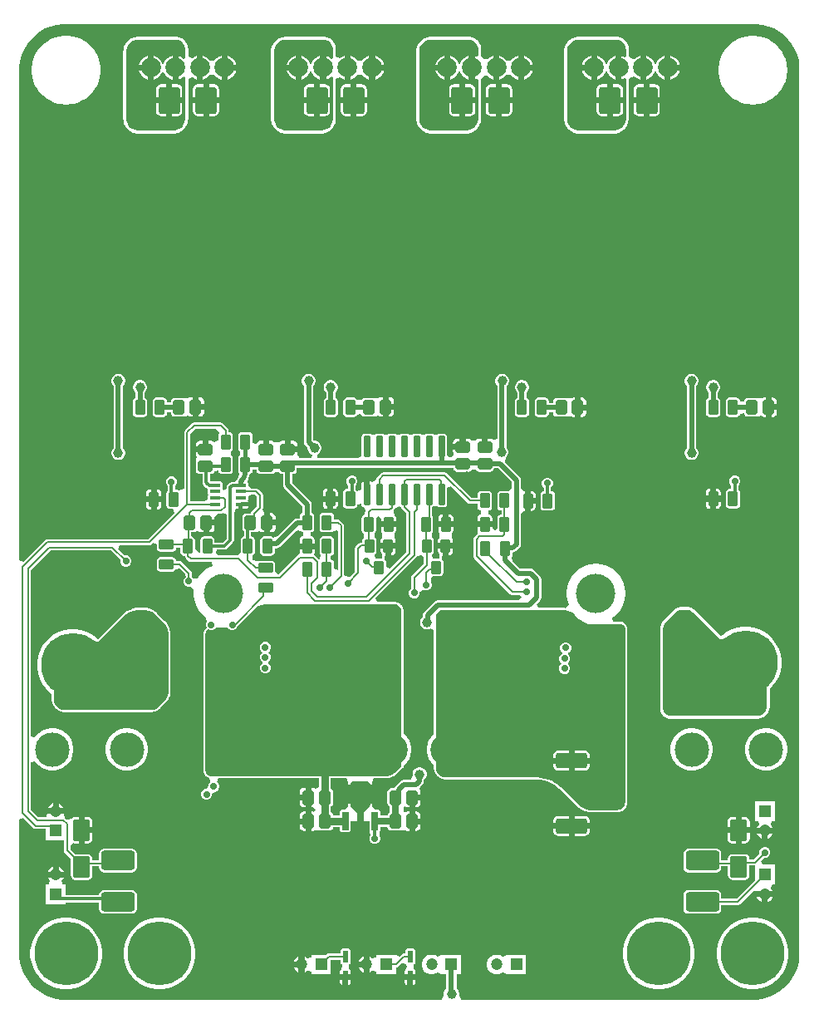
<source format=gbl>
G04*
G04 #@! TF.GenerationSoftware,Altium Limited,Altium Designer,23.3.1 (30)*
G04*
G04 Layer_Physical_Order=4*
G04 Layer_Color=16711680*
%FSLAX43Y43*%
%MOMM*%
G71*
G04*
G04 #@! TF.SameCoordinates,78DDFD1D-995E-4759-9E5F-92B015DE0EB1*
G04*
G04*
G04 #@! TF.FilePolarity,Positive*
G04*
G01*
G75*
%ADD11C,0.200*%
%ADD12C,0.400*%
%ADD44C,0.500*%
%ADD45C,0.750*%
%ADD46C,0.300*%
G04:AMPARAMS|DCode=49|XSize=3.14mm|YSize=1.54mm|CornerRadius=0.193mm|HoleSize=0mm|Usage=FLASHONLY|Rotation=0.000|XOffset=0mm|YOffset=0mm|HoleType=Round|Shape=RoundedRectangle|*
%AMROUNDEDRECTD49*
21,1,3.140,1.155,0,0,0.0*
21,1,2.755,1.540,0,0,0.0*
1,1,0.385,1.378,-0.578*
1,1,0.385,-1.378,-0.578*
1,1,0.385,-1.378,0.578*
1,1,0.385,1.378,0.578*
%
%ADD49ROUNDEDRECTD49*%
G04:AMPARAMS|DCode=57|XSize=1.21mm|YSize=1.46mm|CornerRadius=0.151mm|HoleSize=0mm|Usage=FLASHONLY|Rotation=90.000|XOffset=0mm|YOffset=0mm|HoleType=Round|Shape=RoundedRectangle|*
%AMROUNDEDRECTD57*
21,1,1.210,1.158,0,0,90.0*
21,1,0.907,1.460,0,0,90.0*
1,1,0.303,0.579,0.454*
1,1,0.303,0.579,-0.454*
1,1,0.303,-0.579,-0.454*
1,1,0.303,-0.579,0.454*
%
%ADD57ROUNDEDRECTD57*%
G04:AMPARAMS|DCode=58|XSize=1.21mm|YSize=1.46mm|CornerRadius=0.151mm|HoleSize=0mm|Usage=FLASHONLY|Rotation=180.000|XOffset=0mm|YOffset=0mm|HoleType=Round|Shape=RoundedRectangle|*
%AMROUNDEDRECTD58*
21,1,1.210,1.158,0,0,180.0*
21,1,0.907,1.460,0,0,180.0*
1,1,0.303,-0.454,0.579*
1,1,0.303,0.454,0.579*
1,1,0.303,0.454,-0.579*
1,1,0.303,-0.454,-0.579*
%
%ADD58ROUNDEDRECTD58*%
G04:AMPARAMS|DCode=59|XSize=1.53mm|YSize=1.02mm|CornerRadius=0.127mm|HoleSize=0mm|Usage=FLASHONLY|Rotation=270.000|XOffset=0mm|YOffset=0mm|HoleType=Round|Shape=RoundedRectangle|*
%AMROUNDEDRECTD59*
21,1,1.530,0.765,0,0,270.0*
21,1,1.275,1.020,0,0,270.0*
1,1,0.255,-0.383,-0.638*
1,1,0.255,-0.383,0.638*
1,1,0.255,0.383,0.638*
1,1,0.255,0.383,-0.638*
%
%ADD59ROUNDEDRECTD59*%
G04:AMPARAMS|DCode=60|XSize=1.53mm|YSize=1.02mm|CornerRadius=0.127mm|HoleSize=0mm|Usage=FLASHONLY|Rotation=0.000|XOffset=0mm|YOffset=0mm|HoleType=Round|Shape=RoundedRectangle|*
%AMROUNDEDRECTD60*
21,1,1.530,0.765,0,0,0.0*
21,1,1.275,1.020,0,0,0.0*
1,1,0.255,0.638,-0.383*
1,1,0.255,-0.638,-0.383*
1,1,0.255,-0.638,0.383*
1,1,0.255,0.638,0.383*
%
%ADD60ROUNDEDRECTD60*%
G04:AMPARAMS|DCode=63|XSize=1.74mm|YSize=2.17mm|CornerRadius=0.217mm|HoleSize=0mm|Usage=FLASHONLY|Rotation=0.000|XOffset=0mm|YOffset=0mm|HoleType=Round|Shape=RoundedRectangle|*
%AMROUNDEDRECTD63*
21,1,1.740,1.735,0,0,0.0*
21,1,1.305,2.170,0,0,0.0*
1,1,0.435,0.653,-0.868*
1,1,0.435,-0.653,-0.868*
1,1,0.435,-0.653,0.868*
1,1,0.435,0.653,0.868*
%
%ADD63ROUNDEDRECTD63*%
%ADD66C,6.500*%
%ADD67R,1.200X1.200*%
%ADD68C,1.200*%
%ADD69C,3.500*%
%ADD70C,3.200*%
%ADD71C,2.000*%
%ADD72R,1.200X1.200*%
%ADD73C,4.000*%
%ADD74C,1.000*%
%ADD75C,0.700*%
%ADD76C,0.600*%
%ADD77C,0.800*%
%ADD78C,0.900*%
G04:AMPARAMS|DCode=79|XSize=2mm|YSize=2.5mm|CornerRadius=0.25mm|HoleSize=0mm|Usage=FLASHONLY|Rotation=180.000|XOffset=0mm|YOffset=0mm|HoleType=Round|Shape=RoundedRectangle|*
%AMROUNDEDRECTD79*
21,1,2.000,2.000,0,0,180.0*
21,1,1.500,2.500,0,0,180.0*
1,1,0.500,-0.750,1.000*
1,1,0.500,0.750,1.000*
1,1,0.500,0.750,-1.000*
1,1,0.500,-0.750,-1.000*
%
%ADD79ROUNDEDRECTD79*%
G04:AMPARAMS|DCode=80|XSize=0.7mm|YSize=1.87mm|CornerRadius=0.088mm|HoleSize=0mm|Usage=FLASHONLY|Rotation=180.000|XOffset=0mm|YOffset=0mm|HoleType=Round|Shape=RoundedRectangle|*
%AMROUNDEDRECTD80*
21,1,0.700,1.695,0,0,180.0*
21,1,0.525,1.870,0,0,180.0*
1,1,0.175,-0.263,0.848*
1,1,0.175,0.263,0.848*
1,1,0.175,0.263,-0.848*
1,1,0.175,-0.263,-0.848*
%
%ADD80ROUNDEDRECTD80*%
G04:AMPARAMS|DCode=81|XSize=0.4mm|YSize=1.1mm|CornerRadius=0.05mm|HoleSize=0mm|Usage=FLASHONLY|Rotation=90.000|XOffset=0mm|YOffset=0mm|HoleType=Round|Shape=RoundedRectangle|*
%AMROUNDEDRECTD81*
21,1,0.400,1.000,0,0,90.0*
21,1,0.300,1.100,0,0,90.0*
1,1,0.100,0.500,0.150*
1,1,0.100,0.500,-0.150*
1,1,0.100,-0.500,-0.150*
1,1,0.100,-0.500,0.150*
%
%ADD81ROUNDEDRECTD81*%
G04:AMPARAMS|DCode=82|XSize=1mm|YSize=1.4mm|CornerRadius=0.125mm|HoleSize=0mm|Usage=FLASHONLY|Rotation=180.000|XOffset=0mm|YOffset=0mm|HoleType=Round|Shape=RoundedRectangle|*
%AMROUNDEDRECTD82*
21,1,1.000,1.150,0,0,180.0*
21,1,0.750,1.400,0,0,180.0*
1,1,0.250,-0.375,0.575*
1,1,0.250,0.375,0.575*
1,1,0.250,0.375,-0.575*
1,1,0.250,-0.375,-0.575*
%
%ADD82ROUNDEDRECTD82*%
G04:AMPARAMS|DCode=83|XSize=1.26mm|YSize=0.58mm|CornerRadius=0.072mm|HoleSize=0mm|Usage=FLASHONLY|Rotation=90.000|XOffset=0mm|YOffset=0mm|HoleType=Round|Shape=RoundedRectangle|*
%AMROUNDEDRECTD83*
21,1,1.260,0.435,0,0,90.0*
21,1,1.115,0.580,0,0,90.0*
1,1,0.145,0.217,0.558*
1,1,0.145,0.217,-0.558*
1,1,0.145,-0.217,-0.558*
1,1,0.145,-0.217,0.558*
%
%ADD83ROUNDEDRECTD83*%
G04:AMPARAMS|DCode=84|XSize=0.68mm|YSize=2.17mm|CornerRadius=0.085mm|HoleSize=0mm|Usage=FLASHONLY|Rotation=0.000|XOffset=0mm|YOffset=0mm|HoleType=Round|Shape=RoundedRectangle|*
%AMROUNDEDRECTD84*
21,1,0.680,2.000,0,0,0.0*
21,1,0.510,2.170,0,0,0.0*
1,1,0.170,0.255,-1.000*
1,1,0.170,-0.255,-1.000*
1,1,0.170,-0.255,1.000*
1,1,0.170,0.255,1.000*
%
%ADD84ROUNDEDRECTD84*%
G04:AMPARAMS|DCode=85|XSize=2.743mm|YSize=2.159mm|CornerRadius=0.27mm|HoleSize=0mm|Usage=FLASHONLY|Rotation=270.000|XOffset=0mm|YOffset=0mm|HoleType=Round|Shape=RoundedRectangle|*
%AMROUNDEDRECTD85*
21,1,2.743,1.619,0,0,270.0*
21,1,2.203,2.159,0,0,270.0*
1,1,0.540,-0.810,-1.102*
1,1,0.540,-0.810,1.102*
1,1,0.540,0.810,1.102*
1,1,0.540,0.810,-1.102*
%
%ADD85ROUNDEDRECTD85*%
G04:AMPARAMS|DCode=86|XSize=1.95mm|YSize=3.4mm|CornerRadius=0.244mm|HoleSize=0mm|Usage=FLASHONLY|Rotation=270.000|XOffset=0mm|YOffset=0mm|HoleType=Round|Shape=RoundedRectangle|*
%AMROUNDEDRECTD86*
21,1,1.950,2.913,0,0,270.0*
21,1,1.463,3.400,0,0,270.0*
1,1,0.488,-1.456,-0.731*
1,1,0.488,-1.456,0.731*
1,1,0.488,1.456,0.731*
1,1,0.488,1.456,-0.731*
%
%ADD86ROUNDEDRECTD86*%
%ADD87C,0.700*%
G36*
X-19364Y8065D02*
X-19368Y8006D01*
X-19442Y7894D01*
X-19468Y7762D01*
Y7296D01*
X-19536Y7245D01*
X-19931Y7117D01*
X-20064Y7205D01*
X-20221Y7236D01*
X-20499D01*
Y6374D01*
X-20799D01*
Y6074D01*
X-21787D01*
Y5920D01*
X-21762Y5796D01*
X-21756Y5763D01*
X-21695Y5572D01*
X-21716Y5303D01*
X-21725Y5242D01*
X-21746Y5137D01*
Y4230D01*
X-21718Y4089D01*
X-21638Y3969D01*
X-21519Y3889D01*
X-21378Y3861D01*
X-21079D01*
Y3037D01*
X-21075Y3019D01*
X-21054Y2859D01*
X-20986Y2694D01*
X-20877Y2552D01*
X-20734Y2443D01*
X-20569Y2333D01*
X-20569Y2218D01*
Y1918D01*
X-20549Y1817D01*
X-20500Y1743D01*
X-20549Y1670D01*
X-20569Y1568D01*
Y1268D01*
X-20938Y1084D01*
X-22342D01*
Y7955D01*
X-21833Y8464D01*
X-19727D01*
X-19364Y8065D01*
D02*
G37*
G36*
X-833Y488D02*
X-809Y367D01*
X-740Y265D01*
X-351Y-124D01*
Y-4104D01*
X-2033Y-5785D01*
X-2403Y-5632D01*
Y-5073D01*
X-2429Y-4943D01*
X-2503Y-4832D01*
X-2542Y-4806D01*
X-2496Y-4460D01*
X-2475Y-4406D01*
X-2469D01*
Y-3748D01*
X-2926D01*
Y-4023D01*
X-2897Y-4170D01*
X-2814Y-4294D01*
X-2757Y-4332D01*
X-2789Y-4640D01*
X-2824Y-4732D01*
X-3494D01*
X-3569Y-4340D01*
X-3563Y-4339D01*
X-3453Y-4265D01*
X-3379Y-4154D01*
X-3353Y-4023D01*
Y-2873D01*
X-3379Y-2743D01*
X-3453Y-2632D01*
X-3530Y-2580D01*
X-3561Y-2469D01*
X-3562Y-2468D01*
X-3555Y-2152D01*
X-3523Y-2131D01*
X-3449Y-2019D01*
X-3423Y-1887D01*
Y-612D01*
X-3168Y-434D01*
X-3162Y-438D01*
X-2902Y-763D01*
Y-950D01*
X-2134D01*
X-1367D01*
Y-612D01*
X-1396Y-465D01*
X-1479Y-340D01*
X-1530Y-307D01*
X-1616Y10D01*
X-1623Y155D01*
X-1563Y214D01*
X-1495Y317D01*
X-1489Y345D01*
X-1183Y529D01*
X-1089Y559D01*
X-833Y488D01*
D02*
G37*
G36*
X35084Y49700D02*
X35390Y49700D01*
X35997Y49620D01*
X36589Y49462D01*
X37154Y49227D01*
X37684Y48921D01*
X38170Y48549D01*
X38603Y48116D01*
X38975Y47630D01*
X39281Y47100D01*
X39516Y46535D01*
X39674Y45943D01*
X39745Y45401D01*
X39754Y45031D01*
Y45030D01*
X39754D01*
X39754Y45030D01*
X39754Y-44928D01*
X39754Y-45240D01*
X39673Y-45858D01*
X39511Y-46460D01*
X39273Y-47036D01*
X38961Y-47576D01*
X38582Y-48070D01*
X38141Y-48511D01*
X37646Y-48891D01*
X37106Y-49202D01*
X36530Y-49441D01*
X35928Y-49602D01*
X35310Y-49684D01*
X34999Y-49684D01*
X5348D01*
X5260Y-49610D01*
X5074Y-49284D01*
X5091Y-49219D01*
Y-49009D01*
X5036Y-48805D01*
X4931Y-48623D01*
X4822Y-48513D01*
Y-47100D01*
X5261D01*
Y-45100D01*
X3261D01*
Y-45120D01*
X2926Y-45276D01*
X2861Y-45292D01*
X2647Y-45168D01*
X2393Y-45100D01*
X2129D01*
X1875Y-45168D01*
X1647Y-45300D01*
X1461Y-45486D01*
X1329Y-45714D01*
X1261Y-45968D01*
Y-46232D01*
X1329Y-46486D01*
X1461Y-46714D01*
X1647Y-46900D01*
X1875Y-47032D01*
X2129Y-47100D01*
X2393D01*
X2647Y-47032D01*
X2861Y-46908D01*
X2926Y-46924D01*
X3261Y-47080D01*
Y-47100D01*
X3700D01*
Y-48573D01*
X3651Y-48623D01*
X3546Y-48805D01*
X3491Y-49009D01*
Y-49219D01*
X3508Y-49284D01*
X3322Y-49610D01*
X3234Y-49684D01*
X-35052D01*
X-35360Y-49684D01*
X-35970Y-49603D01*
X-36564Y-49444D01*
X-37133Y-49209D01*
X-37666Y-48901D01*
X-38154Y-48526D01*
X-38589Y-48091D01*
X-38964Y-47603D01*
X-39272Y-47070D01*
X-39507Y-46501D01*
X-39666Y-45907D01*
X-39747Y-45296D01*
X-39747Y-44989D01*
Y-41400D01*
Y-31366D01*
X-39347Y-31201D01*
X-38347Y-32200D01*
X-38244Y-32269D01*
X-38124Y-32293D01*
X-37050D01*
Y-33475D01*
X-35221D01*
Y-34495D01*
X-35197Y-34615D01*
X-35129Y-34718D01*
X-34517Y-35329D01*
Y-37053D01*
X-34484Y-37220D01*
X-34390Y-37362D01*
X-34248Y-37456D01*
X-34082Y-37489D01*
X-32777D01*
X-32610Y-37456D01*
X-32468Y-37362D01*
X-32374Y-37220D01*
X-32341Y-37053D01*
Y-36105D01*
X-31619D01*
Y-36260D01*
X-31584Y-36437D01*
X-31483Y-36587D01*
X-31333Y-36687D01*
X-31156Y-36722D01*
X-28244D01*
X-28067Y-36687D01*
X-27917Y-36587D01*
X-27816Y-36437D01*
X-27781Y-36260D01*
Y-34797D01*
X-27816Y-34620D01*
X-27917Y-34470D01*
X-28067Y-34370D01*
X-28244Y-34335D01*
X-31156D01*
X-31333Y-34370D01*
X-31483Y-34470D01*
X-31584Y-34620D01*
X-31619Y-34797D01*
Y-35473D01*
X-32341D01*
Y-35318D01*
X-32374Y-35152D01*
X-32468Y-35010D01*
X-32610Y-34916D01*
X-32777Y-34882D01*
X-34070D01*
X-34574Y-34378D01*
X-34562Y-33975D01*
X-34458Y-33891D01*
X-34189Y-33749D01*
X-34082Y-33770D01*
X-33729D01*
Y-32426D01*
Y-31082D01*
X-34082D01*
X-34264Y-31118D01*
X-34419Y-31221D01*
X-34438Y-31250D01*
X-34829Y-31342D01*
X-34921Y-31332D01*
X-35035Y-31218D01*
X-35138Y-31149D01*
X-35235Y-30775D01*
X-36050D01*
X-36888D01*
X-36983Y-30967D01*
X-37118Y-31125D01*
X-37803D01*
X-38572Y-30355D01*
Y-25539D01*
X-38172Y-25417D01*
X-38070Y-25571D01*
X-37771Y-25870D01*
X-37418Y-26105D01*
X-37027Y-26267D01*
X-36612Y-26350D01*
X-36188D01*
X-35773Y-26267D01*
X-35382Y-26105D01*
X-35029Y-25870D01*
X-34730Y-25571D01*
X-34495Y-25218D01*
X-34333Y-24827D01*
X-34250Y-24412D01*
Y-23988D01*
X-34333Y-23573D01*
X-34495Y-23182D01*
X-34730Y-22829D01*
X-35029Y-22530D01*
X-35382Y-22295D01*
X-35773Y-22133D01*
X-36188Y-22050D01*
X-36612D01*
X-37027Y-22133D01*
X-37418Y-22295D01*
X-37771Y-22530D01*
X-38070Y-22829D01*
X-38172Y-22983D01*
X-38572Y-22861D01*
Y-5938D01*
X-36571Y-3937D01*
X-30427D01*
X-29461Y-4904D01*
X-29461Y-4905D01*
Y-5128D01*
X-29376Y-5334D01*
X-29218Y-5491D01*
X-29013Y-5576D01*
X-28790D01*
X-28584Y-5491D01*
X-28426Y-5334D01*
X-28341Y-5128D01*
Y-4905D01*
X-28426Y-4699D01*
X-28584Y-4542D01*
X-28790Y-4456D01*
X-29013D01*
X-29014Y-4457D01*
X-29684Y-3787D01*
X-29531Y-3417D01*
X-26528D01*
X-26407Y-3393D01*
X-26304Y-3325D01*
X-26157Y-3178D01*
X-25757Y-3344D01*
Y-3716D01*
X-25731Y-3848D01*
X-25657Y-3959D01*
X-25545Y-4034D01*
X-25413Y-4060D01*
X-24138D01*
X-24007Y-4034D01*
X-23895Y-3959D01*
X-23820Y-3848D01*
X-23794Y-3716D01*
Y-3624D01*
X-23328D01*
Y-4128D01*
X-23302Y-4260D01*
X-23227Y-4372D01*
X-23116Y-4446D01*
X-22984Y-4472D01*
X-22882D01*
Y-4491D01*
X-22857Y-4612D01*
X-22789Y-4714D01*
X-22506Y-4997D01*
X-22404Y-5066D01*
X-22283Y-5090D01*
X-20136D01*
X-20056Y-5490D01*
X-20330Y-5603D01*
X-20671Y-5800D01*
X-20982Y-6039D01*
X-21260Y-6316D01*
X-21500Y-6628D01*
X-21571Y-6752D01*
X-22006Y-6746D01*
X-22164Y-6589D01*
X-22165Y-6588D01*
Y-6259D01*
X-22189Y-6138D01*
X-22257Y-6035D01*
X-23193Y-5100D01*
X-23296Y-5031D01*
X-23417Y-5007D01*
X-23794D01*
Y-4966D01*
X-23820Y-4834D01*
X-23895Y-4723D01*
X-24007Y-4648D01*
X-24138Y-4622D01*
X-25413D01*
X-25545Y-4648D01*
X-25657Y-4723D01*
X-25731Y-4834D01*
X-25757Y-4966D01*
Y-5731D01*
X-25731Y-5863D01*
X-25657Y-5974D01*
X-25545Y-6049D01*
X-25413Y-6075D01*
X-24138D01*
X-24007Y-6049D01*
X-23895Y-5974D01*
X-23842Y-5895D01*
X-23753Y-5849D01*
X-23408Y-5779D01*
X-22960Y-6227D01*
X-22798Y-6589D01*
X-22956Y-6746D01*
X-23041Y-6952D01*
Y-7175D01*
X-22956Y-7381D01*
X-22798Y-7538D01*
X-22592Y-7623D01*
X-22370D01*
X-22335Y-7609D01*
X-22281Y-7623D01*
X-21969Y-7866D01*
X-22000Y-8100D01*
X-22000Y-8297D01*
X-22001Y-8493D01*
X-21950Y-8883D01*
X-21848Y-9264D01*
X-21698Y-9627D01*
X-21501Y-9968D01*
X-21262Y-10280D01*
X-20984Y-10559D01*
X-20763Y-10729D01*
X-20681Y-11151D01*
X-20681Y-11187D01*
X-20767Y-11393D01*
Y-11616D01*
X-20686Y-11811D01*
X-20694Y-11816D01*
X-20793Y-11915D01*
X-20804Y-11932D01*
X-20819Y-11947D01*
X-20897Y-12063D01*
X-20905Y-12083D01*
X-20917Y-12100D01*
X-20970Y-12229D01*
X-20974Y-12250D01*
X-20982Y-12269D01*
X-21009Y-12406D01*
Y-12427D01*
X-21013Y-12448D01*
Y-12517D01*
Y-26262D01*
X-21013Y-26262D01*
Y-26327D01*
X-21009Y-26348D01*
Y-26369D01*
X-20984Y-26497D01*
X-20976Y-26516D01*
X-20972Y-26537D01*
X-20922Y-26657D01*
X-20910Y-26675D01*
X-20902Y-26694D01*
X-20830Y-26802D01*
X-20815Y-26817D01*
X-20803Y-26835D01*
X-20711Y-26927D01*
X-20694Y-26938D01*
X-20679Y-26953D01*
X-20571Y-27026D01*
X-20551Y-27034D01*
X-20534Y-27045D01*
X-20413Y-27095D01*
X-20393Y-27099D01*
X-20379Y-27105D01*
X-20366Y-27138D01*
X-20311Y-27353D01*
X-20301Y-27509D01*
X-20304Y-27524D01*
X-20433Y-27653D01*
X-20518Y-27859D01*
X-20555Y-28098D01*
X-20794Y-28203D01*
X-21000Y-28288D01*
X-21158Y-28445D01*
X-21243Y-28651D01*
Y-28874D01*
X-21158Y-29080D01*
X-21000Y-29237D01*
X-20794Y-29323D01*
X-20571D01*
X-20366Y-29237D01*
X-20208Y-29080D01*
X-20123Y-28874D01*
X-20086Y-28635D01*
X-19846Y-28530D01*
X-19641Y-28445D01*
X-19483Y-28287D01*
X-19398Y-28081D01*
Y-27859D01*
X-19483Y-27653D01*
X-19599Y-27537D01*
X-19570Y-27342D01*
X-19476Y-27137D01*
X-9217Y-27137D01*
Y-28043D01*
X-9423Y-28158D01*
X-9554Y-28197D01*
X-9700Y-28150D01*
X-9733Y-28144D01*
X-9857Y-28119D01*
X-10010D01*
Y-29107D01*
Y-30095D01*
X-9857D01*
X-9827Y-30089D01*
X-9531Y-30286D01*
X-9510Y-30314D01*
X-9531Y-30343D01*
X-9827Y-30539D01*
X-9857Y-30533D01*
X-10010D01*
Y-31521D01*
Y-32509D01*
X-9857D01*
X-9733Y-32485D01*
X-9700Y-32478D01*
X-9509Y-32417D01*
X-9240Y-32438D01*
X-9179Y-32448D01*
X-9074Y-32468D01*
X-8167D01*
X-8026Y-32440D01*
X-7906Y-32361D01*
X-7826Y-32241D01*
X-7802Y-32118D01*
X-7098D01*
Y-32328D01*
X-7075Y-32444D01*
X-7009Y-32542D01*
X-6911Y-32608D01*
X-6795Y-32631D01*
X-6270D01*
X-6154Y-32608D01*
X-6055Y-32542D01*
X-6016Y-32483D01*
X-6016Y-32483D01*
X-5989Y-32444D01*
X-5966Y-32328D01*
Y-31550D01*
X-5961Y-31521D01*
X-5966Y-31493D01*
Y-31480D01*
X-4099D01*
X-4103Y-31501D01*
X-4098Y-31527D01*
Y-32328D01*
X-4075Y-32444D01*
X-4032Y-32508D01*
Y-32730D01*
X-4008Y-32747D01*
X-4007Y-32950D01*
X-4016Y-32982D01*
X-4092Y-33166D01*
Y-33389D01*
X-4007Y-33595D01*
X-3849Y-33752D01*
X-3644Y-33837D01*
X-3421D01*
X-3215Y-33752D01*
X-3057Y-33595D01*
X-2972Y-33389D01*
Y-33166D01*
X-3048Y-32982D01*
X-3057Y-32950D01*
X-3055Y-32542D01*
X-2989Y-32444D01*
X-2966Y-32328D01*
Y-32072D01*
X-2245D01*
Y-32100D01*
X-2217Y-32241D01*
X-2137Y-32361D01*
X-2018Y-32440D01*
X-1877Y-32468D01*
X-969D01*
X-865Y-32448D01*
X-803Y-32438D01*
X-535Y-32417D01*
X-344Y-32478D01*
X-311Y-32485D01*
X-187Y-32509D01*
X-33D01*
Y-31521D01*
Y-30533D01*
X-187D01*
X-311Y-30558D01*
X-344Y-30565D01*
X-502Y-30615D01*
X-619Y-30546D01*
X-620Y-30083D01*
X-502Y-30013D01*
X-344Y-30064D01*
X-187Y-30095D01*
X-33D01*
Y-29107D01*
X267D01*
Y-28807D01*
X1130D01*
Y-28528D01*
X1099Y-28372D01*
X1010Y-28239D01*
X1220Y-27898D01*
X1326Y-27793D01*
X1428Y-27641D01*
X1463Y-27461D01*
Y-27306D01*
X1471Y-27302D01*
X1603Y-27170D01*
X1696Y-27008D01*
X1745Y-26827D01*
Y-26640D01*
X1696Y-26460D01*
X1603Y-26298D01*
X1471Y-26166D01*
X1309Y-26072D01*
X1128Y-26024D01*
X941D01*
X761Y-26072D01*
X599Y-26166D01*
X467Y-26298D01*
X373Y-26460D01*
X325Y-26640D01*
Y-26827D01*
X340Y-26885D01*
X170Y-27195D01*
X71Y-27285D01*
X-571D01*
X-751Y-27321D01*
X-903Y-27422D01*
X-1400Y-27920D01*
X-1502Y-28072D01*
X-1519Y-28160D01*
X-1877D01*
X-2018Y-28188D01*
X-2137Y-28268D01*
X-2217Y-28387D01*
X-2245Y-28528D01*
Y-29686D01*
X-2217Y-29827D01*
X-2137Y-29946D01*
X-2018Y-30026D01*
X-1994Y-30031D01*
Y-30598D01*
X-2018Y-30602D01*
X-2137Y-30682D01*
X-2217Y-30802D01*
X-2243Y-30930D01*
X-2966D01*
Y-30633D01*
X-2989Y-30517D01*
X-3055Y-30418D01*
X-3154Y-30352D01*
X-3270Y-30329D01*
X-3581D01*
X-3811Y-29955D01*
X-3772Y-29759D01*
X-4032D01*
X-4032Y-29796D01*
X-4055Y-29909D01*
X-4098Y-30015D01*
X-4162Y-30110D01*
X-4203Y-30151D01*
X-4732Y-30680D01*
X-5332Y-30680D01*
X-5861Y-30151D01*
X-5861Y-30151D01*
X-5902Y-30110D01*
X-5966Y-30015D01*
X-6010Y-29909D01*
X-6032Y-29796D01*
X-6032Y-29759D01*
X-6292D01*
X-6253Y-29955D01*
X-6484Y-30329D01*
X-6795D01*
X-6911Y-30352D01*
X-7009Y-30418D01*
X-7075Y-30517D01*
X-7098Y-30633D01*
Y-30925D01*
X-7802D01*
X-7826Y-30802D01*
X-7906Y-30682D01*
X-8026Y-30602D01*
X-8065Y-30594D01*
Y-30034D01*
X-8026Y-30026D01*
X-7906Y-29946D01*
X-7826Y-29827D01*
X-7798Y-29686D01*
Y-28528D01*
X-7826Y-28387D01*
X-7906Y-28268D01*
X-8024Y-28189D01*
Y-27137D01*
X-6416D01*
X-6235Y-27537D01*
X-6253Y-27564D01*
X-6292Y-27759D01*
Y-27759D01*
X-6032D01*
X-6032Y-27720D01*
X-5986Y-27610D01*
X-5902Y-27526D01*
X-5792Y-27480D01*
X-5732Y-27480D01*
X-4332Y-27480D01*
X-4332Y-27480D01*
X-4272Y-27480D01*
X-4162Y-27526D01*
X-4078Y-27610D01*
X-4032Y-27721D01*
X-4032Y-27759D01*
X-3772D01*
Y-27759D01*
X-3811Y-27564D01*
X-3830Y-27537D01*
X-3649Y-27137D01*
X-2466D01*
X-2316Y-27137D01*
X-2295Y-27133D01*
X-2274Y-27133D01*
X-1979Y-27074D01*
X-1959Y-27066D01*
X-1938Y-27062D01*
X-1660Y-26947D01*
X-1643Y-26935D01*
X-1623Y-26927D01*
X-1373Y-26759D01*
X-1358Y-26745D01*
X-1340Y-26733D01*
X-1234Y-26626D01*
X-1234Y-26626D01*
X-662Y-26055D01*
X-616Y-25985D01*
X-600Y-25903D01*
Y-25803D01*
X-525Y-25753D01*
X-247Y-25475D01*
X-28Y-25147D01*
X123Y-24783D01*
X200Y-24397D01*
Y-24003D01*
X123Y-23617D01*
X-28Y-23253D01*
X-247Y-22925D01*
X-525Y-22646D01*
X-600Y-22597D01*
X-600Y-10090D01*
X-600Y-10090D01*
Y-10090D01*
X-601Y-10082D01*
X-600Y-10073D01*
X-610Y-9955D01*
X-613Y-9943D01*
Y-9931D01*
X-631Y-9845D01*
X-639Y-9825D01*
X-643Y-9805D01*
X-695Y-9677D01*
X-707Y-9660D01*
X-715Y-9640D01*
X-792Y-9526D01*
X-807Y-9511D01*
X-818Y-9493D01*
X-916Y-9396D01*
X-933Y-9384D01*
X-948Y-9370D01*
X-1063Y-9293D01*
X-1082Y-9285D01*
X-1100Y-9273D01*
X-1227Y-9221D01*
X-1248Y-9216D01*
X-1267Y-9208D01*
X-1402Y-9182D01*
X-1423D01*
X-1444Y-9177D01*
X-1513Y-9177D01*
X-3316Y-9177D01*
X-3469Y-8808D01*
X717Y-4622D01*
X785Y-4519D01*
X1164Y-4401D01*
X1452Y-4583D01*
Y-5276D01*
X270Y-6458D01*
X201Y-6561D01*
X177Y-6682D01*
Y-7779D01*
X176Y-7779D01*
X18Y-7937D01*
X-67Y-8143D01*
Y-8365D01*
X18Y-8571D01*
X176Y-8729D01*
X382Y-8814D01*
X604D01*
X810Y-8729D01*
X968Y-8571D01*
X1053Y-8365D01*
Y-8159D01*
X1114Y-8103D01*
X1330Y-7963D01*
X1399Y-7932D01*
X1592Y-8012D01*
X1815D01*
X2021Y-7927D01*
X2178Y-7769D01*
X2264Y-7564D01*
Y-7341D01*
X2178Y-7135D01*
X2232Y-6665D01*
X2343Y-6565D01*
X3093D01*
X3224Y-6539D01*
X3335Y-6465D01*
X3409Y-6354D01*
X3435Y-6223D01*
Y-5073D01*
X3409Y-4943D01*
X3335Y-4832D01*
X3297Y-4799D01*
X3341Y-4460D01*
X3362Y-4406D01*
X3368D01*
Y-3748D01*
X2911D01*
Y-4023D01*
X2940Y-4170D01*
X3023Y-4294D01*
X3023Y-4294D01*
X3080Y-4336D01*
X3048Y-4640D01*
X3013Y-4732D01*
X2902Y-4732D01*
X2343D01*
X2268Y-4340D01*
X2274Y-4339D01*
X2385Y-4265D01*
X2459Y-4154D01*
X2485Y-4023D01*
Y-2873D01*
X2459Y-2743D01*
X2385Y-2632D01*
X2307Y-2580D01*
X2276Y-2469D01*
X2276Y-2468D01*
X2283Y-2152D01*
X2314Y-2131D01*
X2389Y-2019D01*
X2415Y-1887D01*
Y-612D01*
X2389Y-481D01*
X2314Y-369D01*
X2313Y-368D01*
Y508D01*
X2393Y524D01*
X2415Y539D01*
X2533Y589D01*
X2783D01*
X2902Y539D01*
X2923Y524D01*
X3038Y501D01*
X3548D01*
X3663Y524D01*
X3761Y589D01*
X3826Y687D01*
X3849Y802D01*
Y2438D01*
X4249Y2604D01*
X5948Y905D01*
X6050Y837D01*
X6171Y813D01*
X6951D01*
Y491D01*
X6977Y360D01*
X7051Y248D01*
X7163Y173D01*
X7295Y147D01*
Y-253D01*
X7147Y-282D01*
X7023Y-365D01*
X6939Y-490D01*
X6910Y-637D01*
Y-975D01*
X7677D01*
X8445D01*
Y-637D01*
X8415Y-490D01*
X8332Y-365D01*
X8207Y-282D01*
X8060Y-253D01*
Y147D01*
X8191Y173D01*
X8303Y248D01*
X8378Y360D01*
X8404Y491D01*
Y1766D01*
X8378Y1898D01*
X8303Y2010D01*
X8191Y2084D01*
X8060Y2110D01*
X7295D01*
X7163Y2084D01*
X7051Y2010D01*
X6977Y1898D01*
X6951Y1766D01*
Y1445D01*
X6302D01*
X3808Y3939D01*
X3706Y4007D01*
X3585Y4031D01*
X-2669D01*
X-2790Y4007D01*
X-2892Y3939D01*
X-3280Y3551D01*
X-3349Y3448D01*
X-3369Y3343D01*
X-3389Y3317D01*
X-3764Y3071D01*
X-3928Y3109D01*
X-3941Y3118D01*
X-4027Y3135D01*
Y1802D01*
X-4627D01*
Y3135D01*
X-4712Y3118D01*
X-4823Y3044D01*
X-4897Y2933D01*
X-4923Y2802D01*
Y2273D01*
X-5323Y2124D01*
X-5480Y2305D01*
Y2706D01*
X-5372Y2813D01*
X-5287Y3019D01*
Y3242D01*
X-5372Y3448D01*
X-5529Y3605D01*
X-5735Y3690D01*
X-5958D01*
X-6164Y3605D01*
X-6321Y3448D01*
X-6407Y3242D01*
Y3019D01*
X-6321Y2813D01*
X-6224Y2716D01*
X-6240Y2316D01*
X-6427D01*
X-6559Y2290D01*
X-6670Y2216D01*
X-6745Y2104D01*
X-6771Y1972D01*
Y697D01*
X-6745Y566D01*
X-6670Y454D01*
X-6559Y379D01*
X-6427Y353D01*
X-5662D01*
X-5530Y379D01*
X-5419Y454D01*
X-5344Y566D01*
X-5318Y697D01*
Y789D01*
X-4923Y802D01*
X-4897Y671D01*
X-4823Y561D01*
X-4712Y486D01*
X-4644Y473D01*
X-4572Y400D01*
X-4525Y318D01*
X-4451Y129D01*
X-4532Y-268D01*
X-4663Y-295D01*
X-4775Y-369D01*
X-4850Y-481D01*
X-4876Y-612D01*
Y-1887D01*
X-4850Y-2019D01*
X-4775Y-2131D01*
X-4688Y-2189D01*
X-4663Y-2271D01*
X-4659Y-2614D01*
X-4686Y-2632D01*
X-4760Y-2743D01*
X-4786Y-2873D01*
Y-3107D01*
X-4945D01*
X-5066Y-3131D01*
X-5168Y-3200D01*
X-5463Y-3495D01*
X-5531Y-3597D01*
X-5555Y-3718D01*
Y-6083D01*
X-6096Y-6624D01*
X-6517Y-6556D01*
X-6651Y-6377D01*
Y-1409D01*
X-6675Y-1288D01*
X-6744Y-1186D01*
X-7065Y-864D01*
X-7168Y-796D01*
X-7289Y-772D01*
X-7693D01*
Y-450D01*
X-7720Y-319D01*
X-7794Y-207D01*
X-7906Y-132D01*
X-8037Y-106D01*
X-8802D01*
X-8934Y-132D01*
X-9046Y-207D01*
X-9120Y-319D01*
X-9147Y-450D01*
Y-1725D01*
X-9120Y-1857D01*
X-9046Y-1969D01*
X-8934Y-2043D01*
X-8802Y-2069D01*
X-8037D01*
X-7906Y-2043D01*
X-7794Y-1969D01*
X-7396Y-1917D01*
X-7326Y-1930D01*
X-7283Y-1959D01*
Y-5964D01*
X-7293Y-5971D01*
X-7693Y-5757D01*
Y-5206D01*
X-7720Y-5075D01*
X-7794Y-4963D01*
X-7906Y-4888D01*
X-8037Y-4862D01*
Y-4472D01*
X-7906Y-4446D01*
X-7794Y-4372D01*
X-7720Y-4260D01*
X-7693Y-4128D01*
Y-2853D01*
X-7720Y-2722D01*
X-7794Y-2610D01*
X-7906Y-2535D01*
X-8037Y-2509D01*
X-8802D01*
X-8934Y-2535D01*
X-9046Y-2610D01*
X-9120Y-2722D01*
X-9147Y-2853D01*
Y-4128D01*
X-9120Y-4260D01*
X-9073Y-4331D01*
X-9055Y-4436D01*
X-9107Y-4789D01*
X-9202Y-4834D01*
X-9343Y-4717D01*
X-9628Y-4433D01*
X-9730Y-4365D01*
X-9730Y-4365D01*
X-9713Y-4300D01*
X-9697Y-4276D01*
X-9668Y-4128D01*
Y-3791D01*
X-10435D01*
X-11202D01*
Y-4128D01*
X-11304Y-4365D01*
X-11407Y-4433D01*
X-13364Y-6391D01*
X-13366Y-6390D01*
X-13679Y-6102D01*
Y-5337D01*
X-13705Y-5205D01*
X-13779Y-5094D01*
X-13891Y-5019D01*
X-14023Y-4993D01*
X-15298D01*
X-15429Y-5019D01*
X-15464Y-5042D01*
X-15892Y-4954D01*
X-15961Y-4845D01*
X-15979Y-4446D01*
X-15867Y-4372D01*
X-15792Y-4260D01*
X-15766Y-4128D01*
Y-2853D01*
X-15792Y-2722D01*
X-15867Y-2610D01*
X-15979Y-2535D01*
X-16110Y-2509D01*
X-16126D01*
Y-2047D01*
X-15757D01*
X-15652Y-2026D01*
X-15590Y-2017D01*
X-15322Y-1996D01*
X-15131Y-2057D01*
X-15098Y-2063D01*
X-14974Y-2088D01*
X-14820D01*
Y-1100D01*
Y-59D01*
X-14892Y39D01*
X-14971Y288D01*
X-14952Y317D01*
X-14928Y438D01*
Y1696D01*
X-14952Y1817D01*
X-15020Y1920D01*
X-15392Y2292D01*
X-15495Y2360D01*
X-15616Y2384D01*
X-16070D01*
X-16439Y2568D01*
Y2868D01*
X-16459Y2970D01*
X-16517Y3056D01*
X-16538Y3183D01*
X-16441Y3309D01*
X-16413Y3377D01*
X-16397Y3401D01*
X-16391Y3429D01*
X-16302Y3644D01*
X-16274Y3856D01*
X-16213Y3868D01*
X-16101Y3943D01*
X-16026Y4054D01*
X-16000Y4186D01*
Y4334D01*
X-15582D01*
Y4230D01*
X-15554Y4089D01*
X-15474Y3969D01*
X-15355Y3889D01*
X-15214Y3861D01*
X-14057D01*
X-13916Y3889D01*
X-13796Y3969D01*
X-13739Y4055D01*
X-13527Y4075D01*
X-13315Y4055D01*
X-13258Y3969D01*
X-13138Y3889D01*
X-12998Y3861D01*
X-12888D01*
Y2749D01*
X-12852Y2570D01*
X-12750Y2417D01*
X-10904Y571D01*
Y-123D01*
X-10949Y-132D01*
X-11061Y-207D01*
X-11135Y-319D01*
X-11162Y-450D01*
Y-661D01*
X-11402D01*
X-11582Y-696D01*
X-11734Y-798D01*
X-13443Y-2508D01*
X-13852Y-2610D01*
X-13964Y-2535D01*
X-14095Y-2509D01*
X-14860D01*
X-14992Y-2535D01*
X-15104Y-2610D01*
X-15178Y-2722D01*
X-15204Y-2853D01*
Y-4128D01*
X-15178Y-4260D01*
X-15104Y-4372D01*
X-14992Y-4446D01*
X-14860Y-4472D01*
X-14095D01*
X-13964Y-4446D01*
X-13852Y-4372D01*
X-13777Y-4260D01*
X-13751Y-4128D01*
Y-3707D01*
X-13511D01*
X-13331Y-3672D01*
X-13179Y-3570D01*
X-11530Y-1921D01*
X-11438Y-1906D01*
X-11061Y-1969D01*
X-10949Y-2043D01*
X-10817Y-2069D01*
Y-2468D01*
X-10965Y-2498D01*
X-11090Y-2581D01*
X-11173Y-2706D01*
X-11202Y-2853D01*
Y-3191D01*
X-10435D01*
X-9668D01*
Y-2853D01*
X-9697Y-2706D01*
X-9780Y-2581D01*
X-9905Y-2498D01*
X-10052Y-2468D01*
Y-2069D01*
X-9921Y-2043D01*
X-9809Y-1969D01*
X-9735Y-1857D01*
X-9708Y-1725D01*
Y-450D01*
X-9735Y-319D01*
X-9809Y-207D01*
X-9921Y-132D01*
X-9966Y-123D01*
Y765D01*
X-10002Y945D01*
X-10103Y1097D01*
X-11950Y2943D01*
Y3861D01*
X-11840D01*
X-11699Y3889D01*
X-11580Y3969D01*
X-11500Y4089D01*
X-11472Y4230D01*
Y4512D01*
X4479D01*
Y4458D01*
X4507Y4317D01*
X4587Y4198D01*
X4706Y4118D01*
X4847Y4090D01*
X6005D01*
X6146Y4118D01*
X6265Y4198D01*
X6345Y4317D01*
X6347Y4328D01*
X6755D01*
X6757Y4317D01*
X6837Y4198D01*
X6956Y4118D01*
X7097Y4090D01*
X8255D01*
X8396Y4118D01*
X8515Y4198D01*
X8595Y4317D01*
X8620Y4443D01*
X9035D01*
X10430Y3048D01*
Y2416D01*
X10380Y2341D01*
X10075Y2110D01*
X9310D01*
X9178Y2084D01*
X9066Y2010D01*
X8992Y1898D01*
X8966Y1766D01*
Y491D01*
X8992Y360D01*
X9066Y248D01*
X9178Y173D01*
X9310Y147D01*
X9376D01*
Y-293D01*
X9310D01*
X9178Y-320D01*
X9066Y-394D01*
X8992Y-506D01*
X8966Y-637D01*
Y-1727D01*
X8718Y-1875D01*
X8445Y-1713D01*
Y-1575D01*
X7677D01*
X6910D01*
Y-1912D01*
X6939Y-2060D01*
X6929Y-2263D01*
X6620Y-2571D01*
X6551Y-2674D01*
X6527Y-2795D01*
Y-4501D01*
X6551Y-4622D01*
X6620Y-4725D01*
X10286Y-8391D01*
X10389Y-8459D01*
X10510Y-8483D01*
X11272D01*
X11338Y-8525D01*
X11414Y-8629D01*
X11210Y-9029D01*
X2853D01*
X2673Y-9065D01*
X2521Y-9167D01*
X1498Y-10190D01*
X1396Y-10342D01*
X1360Y-10522D01*
Y-10677D01*
X1353Y-10682D01*
X1221Y-10814D01*
X1128Y-10976D01*
X1079Y-11156D01*
Y-11343D01*
X1128Y-11524D01*
X1221Y-11686D01*
X1353Y-11818D01*
X1515Y-11911D01*
X1696Y-11960D01*
X1883D01*
X2063Y-11911D01*
X2091Y-11895D01*
X2445Y-12058D01*
X2491Y-12108D01*
X2491Y-22644D01*
X2487Y-22646D01*
X2208Y-22925D01*
X1989Y-23253D01*
X1838Y-23617D01*
X1762Y-24003D01*
Y-24397D01*
X1838Y-24783D01*
X1989Y-25147D01*
X2208Y-25475D01*
X2487Y-25753D01*
X2491Y-25756D01*
Y-26028D01*
X2491Y-26127D01*
X2495Y-26148D01*
X2495Y-26169D01*
X2533Y-26364D01*
X2541Y-26383D01*
X2546Y-26404D01*
X2622Y-26588D01*
X2633Y-26605D01*
X2641Y-26625D01*
X2752Y-26790D01*
X2767Y-26805D01*
X2778Y-26823D01*
X2919Y-26964D01*
X2937Y-26975D01*
X2951Y-26990D01*
X3117Y-27101D01*
X3136Y-27109D01*
X3154Y-27121D01*
X3338Y-27197D01*
X3358Y-27201D01*
X3378Y-27209D01*
X3573Y-27248D01*
X3594Y-27248D01*
X3615Y-27252D01*
X3714Y-27252D01*
X12860Y-27252D01*
X13037Y-27256D01*
X13390Y-27291D01*
X13736Y-27360D01*
X14074Y-27462D01*
X14400Y-27597D01*
X14711Y-27764D01*
X15004Y-27960D01*
X15279Y-28186D01*
X15408Y-28309D01*
X15411Y-28310D01*
X17096Y-29995D01*
X17225Y-30125D01*
X17243Y-30137D01*
X17258Y-30151D01*
X17563Y-30355D01*
X17582Y-30363D01*
X17600Y-30375D01*
X17939Y-30515D01*
X17959Y-30520D01*
X17979Y-30528D01*
X18338Y-30599D01*
X18360D01*
X18380Y-30603D01*
X18564Y-30603D01*
X21214Y-30603D01*
X21235Y-30599D01*
X21256D01*
X21424Y-30566D01*
X21444Y-30558D01*
X21465Y-30553D01*
X21623Y-30488D01*
X21641Y-30476D01*
X21660Y-30468D01*
X21803Y-30373D01*
X21818Y-30358D01*
X21835Y-30346D01*
X21957Y-30225D01*
X21969Y-30207D01*
X21983Y-30192D01*
X22079Y-30049D01*
X22087Y-30030D01*
X22099Y-30012D01*
X22164Y-29854D01*
X22168Y-29833D01*
X22176Y-29814D01*
X22210Y-29645D01*
Y-29624D01*
X22214Y-29603D01*
X22214Y-29518D01*
X22214Y-29517D01*
X22214Y-27289D01*
X22214Y-11961D01*
X22214Y-11853D01*
X22198Y-11771D01*
X22115Y-11573D01*
X22069Y-11503D01*
X21917Y-11351D01*
X21847Y-11305D01*
X21658Y-11226D01*
X21621Y-11219D01*
X21584Y-11210D01*
X21467Y-11206D01*
X21463Y-11207D01*
X21460Y-11206D01*
X21459D01*
X21459Y-11206D01*
X20768D01*
X20661Y-10806D01*
X20670Y-10801D01*
X20982Y-10561D01*
X21260Y-10283D01*
X21500Y-9971D01*
X21696Y-9630D01*
X21847Y-9267D01*
X21949Y-8887D01*
X22000Y-8497D01*
Y-8300D01*
X22000Y-8300D01*
X22000Y-8103D01*
X21949Y-7714D01*
X21847Y-7334D01*
X21696Y-6970D01*
X21500Y-6630D01*
X21260Y-6318D01*
X20982Y-6040D01*
X20670Y-5800D01*
X20330Y-5604D01*
X19966Y-5453D01*
X19587Y-5351D01*
X19369Y-5323D01*
X19197Y-5300D01*
X19000Y-5300D01*
X19000Y-5300D01*
Y-5300D01*
X18999Y-5300D01*
X18829D01*
X18802Y-5300D01*
X18628Y-5323D01*
X18413Y-5351D01*
X18033Y-5453D01*
X17670Y-5603D01*
X17330Y-5800D01*
X17018Y-6039D01*
X16740Y-6316D01*
X16501Y-6628D01*
X16304Y-6968D01*
X16154Y-7331D01*
X16052Y-7711D01*
X16000Y-8100D01*
X16000Y-8297D01*
X16000Y-8493D01*
X16051Y-8883D01*
X16152Y-9264D01*
X16228Y-9447D01*
X15954Y-9799D01*
X15953Y-9800D01*
X15879Y-9785D01*
X15858Y-9785D01*
X15838Y-9781D01*
X15672Y-9781D01*
X15672Y-9781D01*
X13114Y-9781D01*
X12961Y-9412D01*
X13288Y-9085D01*
X13390Y-8932D01*
X13426Y-8753D01*
Y-6839D01*
X13390Y-6660D01*
X13288Y-6507D01*
X12693Y-5912D01*
X12541Y-5811D01*
X12362Y-5775D01*
X11255D01*
X10487Y-5007D01*
X10393Y-4597D01*
X10468Y-4485D01*
X10494Y-4353D01*
Y-4147D01*
X10535D01*
X10714Y-4112D01*
X10866Y-4010D01*
X11231Y-3646D01*
X11332Y-3494D01*
X11368Y-3314D01*
Y-229D01*
X11381Y-203D01*
X11688Y84D01*
X11771D01*
Y1107D01*
Y2129D01*
X11688D01*
X11381Y2416D01*
X11368Y2442D01*
Y3243D01*
X11332Y3422D01*
X11231Y3574D01*
X9754Y5051D01*
X9739Y5102D01*
X9803Y5518D01*
X9817Y5538D01*
X9936Y5657D01*
X10030Y5819D01*
X10078Y6000D01*
Y6187D01*
X10030Y6367D01*
X9936Y6529D01*
X9882Y6583D01*
Y12761D01*
X9895Y12768D01*
X10027Y12900D01*
X10120Y13062D01*
X10169Y13242D01*
Y13429D01*
X10120Y13610D01*
X10027Y13772D01*
X9895Y13904D01*
X9733Y13998D01*
X9552Y14046D01*
X9365D01*
X9185Y13998D01*
X9023Y13904D01*
X8891Y13772D01*
X8797Y13610D01*
X8749Y13429D01*
Y13242D01*
X8797Y13062D01*
X8891Y12900D01*
X8944Y12846D01*
Y7466D01*
X8544Y7344D01*
X8544Y7345D01*
X8411Y7434D01*
X8255Y7465D01*
X7976D01*
Y6602D01*
X7376D01*
Y7465D01*
X7097D01*
X6941Y7434D01*
X6808Y7345D01*
X6773Y7293D01*
X6607Y7259D01*
X6495D01*
X6329Y7293D01*
X6294Y7345D01*
X6161Y7434D01*
X6005Y7465D01*
X5726D01*
Y6602D01*
X5426D01*
Y6302D01*
X4438D01*
Y6148D01*
X4463Y6024D01*
X4469Y5992D01*
X4517Y5841D01*
X4445Y5678D01*
X4112Y5566D01*
X4099Y5573D01*
X3849Y5788D01*
Y7652D01*
X3826Y7767D01*
X3761Y7865D01*
X3663Y7930D01*
X3548Y7953D01*
X3038D01*
X2923Y7930D01*
X2902Y7915D01*
X2783Y7865D01*
X2533D01*
X2415Y7915D01*
X2393Y7930D01*
X2278Y7953D01*
X1768D01*
X1653Y7930D01*
X1632Y7915D01*
X1513Y7865D01*
X1263D01*
X1145Y7915D01*
X1123Y7930D01*
X1008Y7953D01*
X498D01*
X383Y7930D01*
X362Y7915D01*
X243Y7865D01*
X-7D01*
X-125Y7915D01*
X-147Y7930D01*
X-262Y7953D01*
X-772D01*
X-887Y7930D01*
X-908Y7915D01*
X-1027Y7865D01*
X-1277D01*
X-1395Y7915D01*
X-1417Y7930D01*
X-1532Y7953D01*
X-2042D01*
X-2157Y7930D01*
X-2178Y7915D01*
X-2297Y7865D01*
X-2547D01*
X-2665Y7915D01*
X-2687Y7930D01*
X-2802Y7953D01*
X-3312D01*
X-3427Y7930D01*
X-3448Y7915D01*
X-3567Y7865D01*
X-3817D01*
X-3935Y7915D01*
X-3957Y7930D01*
X-4072Y7953D01*
X-4582D01*
X-4697Y7930D01*
X-4794Y7865D01*
X-4860Y7767D01*
X-4882Y7652D01*
Y5652D01*
X-5246Y5450D01*
X-9362D01*
X-9414Y5850D01*
X-9403Y5853D01*
X-9241Y5946D01*
X-9109Y6079D01*
X-9016Y6241D01*
X-8967Y6421D01*
Y6608D01*
X-9016Y6789D01*
X-9109Y6951D01*
X-9241Y7083D01*
X-9403Y7176D01*
X-9584Y7225D01*
X-9724D01*
X-9810Y7311D01*
Y12801D01*
X-9711Y12900D01*
X-9618Y13062D01*
X-9569Y13242D01*
Y13429D01*
X-9618Y13610D01*
X-9711Y13772D01*
X-9843Y13904D01*
X-10005Y13998D01*
X-10186Y14046D01*
X-10373D01*
X-10553Y13998D01*
X-10715Y13904D01*
X-10847Y13772D01*
X-10941Y13610D01*
X-10989Y13429D01*
Y13242D01*
X-10941Y13062D01*
X-10847Y12900D01*
X-10748Y12801D01*
Y7116D01*
X-10712Y6937D01*
X-10611Y6785D01*
X-10387Y6561D01*
Y6421D01*
X-10339Y6241D01*
X-10245Y6079D01*
X-10113Y5946D01*
X-9951Y5853D01*
X-9940Y5850D01*
X-9993Y5450D01*
X-11190D01*
X-11289Y5563D01*
X-11445Y5850D01*
X-11431Y5920D01*
Y6074D01*
X-12419D01*
Y6374D01*
X-12719D01*
Y7236D01*
X-12998D01*
X-13154Y7205D01*
X-13287Y7117D01*
X-13305Y7090D01*
X-13378Y7069D01*
X-13676D01*
X-13749Y7090D01*
X-13767Y7117D01*
X-13900Y7205D01*
X-14057Y7236D01*
X-14335D01*
Y6374D01*
X-14935D01*
Y7236D01*
X-15214D01*
X-15371Y7205D01*
X-15503Y7117D01*
X-15592Y6984D01*
X-15600Y6942D01*
X-16000Y6982D01*
Y7762D01*
X-16026Y7894D01*
X-16101Y8006D01*
X-16213Y8080D01*
X-16344Y8107D01*
X-17109D01*
X-17241Y8080D01*
X-17353Y8006D01*
X-17427Y7894D01*
X-17453Y7762D01*
Y6487D01*
X-17427Y6356D01*
X-17353Y6244D01*
X-17261Y6183D01*
X-17241Y6038D01*
Y5910D01*
X-17261Y5766D01*
X-17353Y5704D01*
X-17427Y5593D01*
X-17453Y5461D01*
Y4186D01*
X-17427Y4054D01*
X-17424Y4049D01*
X-17373Y3857D01*
X-17448Y3533D01*
X-17541Y3412D01*
X-17554Y3381D01*
X-17656Y3133D01*
X-17704D01*
X-17806Y3113D01*
X-17892Y3056D01*
X-17897Y3048D01*
X-18058D01*
X-18198Y3020D01*
X-18317Y2940D01*
X-18510Y2748D01*
X-18589Y2629D01*
X-18617Y2489D01*
Y2374D01*
X-18620Y2365D01*
X-18951Y2181D01*
X-19059Y2467D01*
X-19039Y2568D01*
Y2868D01*
X-19059Y2970D01*
X-19117Y3056D01*
X-19203Y3113D01*
X-19304Y3133D01*
X-20304D01*
X-20345Y3166D01*
Y3861D01*
X-20221D01*
X-20080Y3889D01*
X-19960Y3969D01*
X-19880Y4089D01*
X-19863Y4174D01*
X-19468Y4186D01*
X-19442Y4054D01*
X-19368Y3943D01*
X-19256Y3868D01*
X-19124Y3842D01*
X-18359D01*
X-18228Y3868D01*
X-18116Y3943D01*
X-18041Y4054D01*
X-18015Y4186D01*
Y5461D01*
X-18041Y5593D01*
X-18116Y5704D01*
X-18208Y5766D01*
X-18228Y5910D01*
Y6038D01*
X-18208Y6183D01*
X-18116Y6244D01*
X-18041Y6356D01*
X-18015Y6487D01*
Y7762D01*
X-18041Y7894D01*
X-18116Y8006D01*
X-18228Y8080D01*
X-18359Y8107D01*
X-18426D01*
Y8286D01*
X-18450Y8407D01*
X-18518Y8509D01*
X-19013Y9004D01*
X-19115Y9072D01*
X-19236Y9096D01*
X-21964D01*
X-22085Y9072D01*
X-22188Y9004D01*
X-22882Y8309D01*
X-22950Y8207D01*
X-22974Y8086D01*
Y2373D01*
X-23050Y2314D01*
X-23419Y2146D01*
X-23531Y2221D01*
X-23662Y2247D01*
X-23864D01*
X-23887Y2647D01*
X-23795Y2738D01*
X-23710Y2944D01*
Y3167D01*
X-23795Y3373D01*
X-23953Y3530D01*
X-24159Y3616D01*
X-24381D01*
X-24587Y3530D01*
X-24745Y3373D01*
X-24830Y3167D01*
Y2944D01*
X-24745Y2738D01*
X-24637Y2631D01*
Y2169D01*
X-24671Y2146D01*
X-24745Y2034D01*
X-24772Y1903D01*
Y628D01*
X-24745Y496D01*
X-24671Y384D01*
X-24559Y310D01*
X-24427Y284D01*
X-24155D01*
X-23990Y-116D01*
X-26658Y-2785D01*
X-36941D01*
X-37062Y-2809D01*
X-37164Y-2878D01*
X-39347Y-5060D01*
X-39747Y-4895D01*
Y44996D01*
Y45304D01*
X-39666Y45916D01*
X-39507Y46511D01*
X-39271Y47081D01*
X-38962Y47615D01*
X-38587Y48104D01*
X-38151Y48540D01*
X-37662Y48916D01*
X-37128Y49224D01*
X-36558Y49460D01*
X-35963Y49619D01*
X-35351Y49700D01*
X-35043D01*
X-35043Y49700D01*
X35084Y49700D01*
D02*
G37*
G36*
X-18617Y-256D02*
Y-2711D01*
X-19018Y-3111D01*
X-19860D01*
Y-2853D01*
X-19886Y-2722D01*
X-19961Y-2610D01*
X-20072Y-2535D01*
X-20204Y-2509D01*
X-20969D01*
X-21101Y-2535D01*
X-21212Y-2610D01*
X-21287Y-2722D01*
X-21313Y-2853D01*
Y-4128D01*
X-21329Y-4147D01*
X-21483D01*
X-21875Y-3753D01*
Y-2853D01*
X-21901Y-2722D01*
X-21976Y-2610D01*
X-22087Y-2535D01*
X-22219Y-2509D01*
X-22221D01*
Y-2047D01*
X-21948D01*
X-21807Y-2019D01*
X-21687Y-1939D01*
X-21322Y-2057D01*
X-21165Y-2088D01*
X-21012D01*
Y-1100D01*
X-20712D01*
Y-800D01*
X-19849D01*
Y-522D01*
X-19563Y-204D01*
X-19538Y-191D01*
X-19180D01*
X-19059Y-167D01*
X-19017Y-139D01*
X-18617Y-256D01*
D02*
G37*
G36*
X-15560Y1566D02*
Y569D01*
X-16093Y36D01*
X-16161Y-66D01*
X-16178Y-153D01*
X-16664D01*
X-16805Y-181D01*
X-16924Y-261D01*
X-17004Y-381D01*
X-17032Y-522D01*
Y-1679D01*
X-17004Y-1820D01*
X-16924Y-1939D01*
X-16860Y-1983D01*
Y-2509D01*
X-16875D01*
X-17007Y-2535D01*
X-17119Y-2610D01*
X-17193Y-2722D01*
X-17219Y-2853D01*
Y-4088D01*
X-17256Y-4182D01*
X-17477Y-4426D01*
X-17531Y-4458D01*
X-19449D01*
X-19710Y-4124D01*
X-19599Y-3845D01*
X-18866D01*
X-18725Y-3817D01*
X-18606Y-3738D01*
X-17991Y-3122D01*
X-17911Y-3003D01*
X-17883Y-2863D01*
Y-60D01*
X-17704Y312D01*
X-17404D01*
Y768D01*
X-17204D01*
Y968D01*
X-16408D01*
X-16422Y1035D01*
X-16484Y1129D01*
X-16459Y1167D01*
X-16439Y1268D01*
Y1568D01*
X-16070Y1752D01*
X-15747D01*
X-15560Y1566D01*
D02*
G37*
G36*
X-1309Y-9418D02*
X-1182Y-9471D01*
X-1067Y-9548D01*
X-970Y-9645D01*
X-893Y-9759D01*
X-841Y-9887D01*
X-823Y-9973D01*
X-814Y-10090D01*
Y-10090D01*
X-814Y-10090D01*
X-814Y-10090D01*
X-814Y-25903D01*
X-1385Y-26475D01*
X-1492Y-26581D01*
X-1742Y-26749D01*
X-2020Y-26864D01*
X-2316Y-26923D01*
X-2466Y-26923D01*
X-9000Y-26923D01*
X-20139Y-26923D01*
X-20204D01*
X-20332Y-26897D01*
X-20452Y-26848D01*
X-20560Y-26775D01*
X-20652Y-26683D01*
X-20724Y-26575D01*
X-20774Y-26455D01*
X-20799Y-26327D01*
Y-26262D01*
X-20799D01*
Y-12517D01*
Y-12448D01*
X-20772Y-12311D01*
X-20719Y-12182D01*
X-20641Y-12066D01*
X-20543Y-11968D01*
X-20538Y-11965D01*
X-20524Y-11979D01*
X-20318Y-12065D01*
X-20095D01*
X-19889Y-11979D01*
X-19732Y-11822D01*
X-19727Y-11810D01*
X-18530D01*
X-18525Y-11822D01*
X-18367Y-11979D01*
X-18162Y-12065D01*
X-17939D01*
X-17733Y-11979D01*
X-17576Y-11822D01*
X-17498Y-11635D01*
X-17494Y-11633D01*
X-15566Y-9704D01*
X-15393Y-9589D01*
X-15078Y-9458D01*
X-14743Y-9392D01*
X-14573Y-9392D01*
X-14573Y-9392D01*
X-1513Y-9392D01*
X-1444Y-9392D01*
X-1309Y-9418D01*
D02*
G37*
G36*
X15672Y-9995D02*
X15672Y-9995D01*
X15838Y-9995D01*
X16162Y-10060D01*
X16468Y-10187D01*
X16743Y-10370D01*
X16860Y-10487D01*
X17298Y-10926D01*
X17298Y-10926D01*
X17298Y-10926D01*
X17421Y-11037D01*
X17696Y-11221D01*
X18002Y-11348D01*
X18327Y-11412D01*
X18492Y-11420D01*
X21459Y-11420D01*
X21459Y-11420D01*
X21459Y-11420D01*
X21460D01*
X21577Y-11424D01*
X21765Y-11503D01*
X21918Y-11655D01*
X22000Y-11853D01*
X22000Y-11961D01*
X22000Y-27289D01*
X22000Y-29517D01*
X22000Y-29517D01*
X22000Y-29603D01*
X21966Y-29772D01*
X21901Y-29930D01*
X21805Y-30073D01*
X21684Y-30195D01*
X21541Y-30290D01*
X21383Y-30356D01*
X21214Y-30389D01*
X18564Y-30389D01*
X18380Y-30389D01*
X18020Y-30318D01*
X17682Y-30177D01*
X17377Y-29973D01*
X17247Y-29844D01*
X15557Y-28154D01*
X15557Y-28153D01*
X15556Y-28154D01*
X15421Y-28025D01*
X15132Y-27788D01*
X14821Y-27580D01*
X14492Y-27404D01*
X14146Y-27260D01*
X13789Y-27152D01*
X13422Y-27079D01*
X13050Y-27042D01*
X12863Y-27038D01*
X3714Y-27038D01*
X3615Y-27038D01*
X3420Y-26999D01*
X3236Y-26923D01*
X3070Y-26812D01*
X2930Y-26671D01*
X2819Y-26506D01*
X2743Y-26322D01*
X2705Y-26127D01*
X2705Y-26028D01*
X2705Y-10715D01*
X2705Y-10715D01*
X2715Y-10592D01*
X2733Y-10505D01*
X2787Y-10374D01*
X2865Y-10256D01*
X2966Y-10156D01*
X3083Y-10077D01*
X3214Y-10023D01*
X3353Y-9995D01*
X3424Y-9995D01*
X15672Y-9995D01*
X15672Y-9995D01*
D02*
G37*
%LPC*%
G36*
X-21099Y7236D02*
X-21378D01*
X-21535Y7205D01*
X-21667Y7117D01*
X-21756Y6984D01*
X-21787Y6827D01*
Y6674D01*
X-21099D01*
Y7236D01*
D02*
G37*
G36*
X-1367Y-1550D02*
X-2134D01*
X-2902D01*
Y-1887D01*
X-2872Y-2035D01*
X-2789Y-2160D01*
X-2785Y-2173D01*
X-2799Y-2587D01*
X-2802Y-2595D01*
X-2814Y-2603D01*
X-2897Y-2727D01*
X-2926Y-2873D01*
Y-3148D01*
X-2169D01*
X-1412D01*
Y-2873D01*
X-1441Y-2727D01*
X-1510Y-2624D01*
X-1522Y-2574D01*
X-1499Y-2173D01*
X-1479Y-2160D01*
X-1396Y-2035D01*
X-1367Y-1887D01*
Y-1550D01*
D02*
G37*
G36*
X-1412Y-3748D02*
X-1869D01*
Y-4406D01*
X-1794D01*
X-1648Y-4377D01*
X-1524Y-4294D01*
X-1441Y-4170D01*
X-1412Y-4023D01*
Y-3748D01*
D02*
G37*
G36*
X35229Y48500D02*
X35000Y48500D01*
X35000Y48500D01*
X34771Y48500D01*
X34316Y48440D01*
X33874Y48322D01*
X33450Y48146D01*
X33053Y47917D01*
X32690Y47638D01*
X32365Y47314D01*
X32086Y46950D01*
X31857Y46553D01*
X31682Y46130D01*
X31563Y45687D01*
X31503Y45233D01*
X31503Y45003D01*
Y44774D01*
X31563Y44319D01*
X31682Y43876D01*
X31857Y43452D01*
X32086Y43055D01*
X32365Y42691D01*
X32689Y42366D01*
X33053Y42087D01*
X33450Y41857D01*
X33873Y41681D01*
X34316Y41561D01*
X34609Y41522D01*
X34771Y41500D01*
X35000Y41500D01*
X35000Y41500D01*
X35229Y41500D01*
X35391Y41521D01*
X35684Y41560D01*
X36127Y41679D01*
X36551Y41854D01*
X36949Y42084D01*
X37313Y42363D01*
X37637Y42687D01*
X37916Y43051D01*
X38146Y43449D01*
X38321Y43873D01*
X38440Y44316D01*
X38479Y44609D01*
X38500Y44771D01*
Y45000D01*
X38500Y45000D01*
X38500Y45229D01*
X38479Y45391D01*
X38440Y45684D01*
X38321Y46127D01*
X38146Y46551D01*
X37916Y46949D01*
X37637Y47313D01*
X37313Y47637D01*
X36949Y47916D01*
X36551Y48146D01*
X36127Y48321D01*
X35684Y48440D01*
X35229Y48500D01*
D02*
G37*
G36*
X-34771Y48500D02*
X-35000Y48500D01*
X-35000Y48500D01*
X-35229Y48500D01*
X-35684Y48440D01*
X-36126Y48321D01*
X-36550Y48146D01*
X-36947Y47917D01*
X-37310Y47638D01*
X-37635Y47314D01*
X-37914Y46950D01*
X-38143Y46553D01*
X-38318Y46130D01*
X-38437Y45687D01*
X-38497Y45233D01*
X-38497Y45003D01*
Y44774D01*
X-38437Y44319D01*
X-38318Y43876D01*
X-38143Y43452D01*
X-37914Y43055D01*
X-37635Y42691D01*
X-37311Y42366D01*
X-36947Y42087D01*
X-36550Y41857D01*
X-36127Y41681D01*
X-35684Y41561D01*
X-35391Y41522D01*
X-35229Y41500D01*
X-35000Y41500D01*
X-35000Y41500D01*
X-34771Y41500D01*
X-34609Y41521D01*
X-34316Y41560D01*
X-33873Y41679D01*
X-33449Y41854D01*
X-33051Y42084D01*
X-32687Y42363D01*
X-32363Y42687D01*
X-32084Y43051D01*
X-31854Y43449D01*
X-31679Y43873D01*
X-31560Y44316D01*
X-31521Y44609D01*
X-31500Y44771D01*
Y45000D01*
X-31500Y45000D01*
X-31500Y45229D01*
X-31521Y45391D01*
X-31560Y45684D01*
X-31679Y46127D01*
X-31854Y46551D01*
X-32084Y46949D01*
X-32363Y47313D01*
X-32687Y47637D01*
X-33051Y47916D01*
X-33449Y48146D01*
X-33873Y48321D01*
X-34316Y48440D01*
X-34771Y48500D01*
D02*
G37*
G36*
X11057Y46461D02*
X10875Y46413D01*
X10589Y46248D01*
X10357Y46015D01*
X10338Y45983D01*
X9876D01*
X9857Y46015D01*
X9625Y46248D01*
X9339Y46413D01*
X9157Y46461D01*
Y45248D01*
Y44034D01*
X9339Y44083D01*
X9625Y44247D01*
X9857Y44480D01*
X9876Y44513D01*
X10338D01*
X10357Y44480D01*
X10589Y44247D01*
X10875Y44083D01*
X11057Y44034D01*
Y45248D01*
Y46461D01*
D02*
G37*
G36*
X-4103D02*
X-4286Y46413D01*
X-4571Y46248D01*
X-4803Y46015D01*
X-4822Y45983D01*
X-5284D01*
X-5303Y46015D01*
X-5536Y46248D01*
X-5821Y46413D01*
X-6003Y46461D01*
Y45248D01*
Y44034D01*
X-5821Y44083D01*
X-5536Y44247D01*
X-5303Y44480D01*
X-5284Y44513D01*
X-4822D01*
X-4803Y44480D01*
X-4571Y44247D01*
X-4286Y44083D01*
X-4103Y44034D01*
Y45248D01*
Y46461D01*
D02*
G37*
G36*
X-19163D02*
X-19346Y46413D01*
X-19631Y46248D01*
X-19863Y46015D01*
X-19882Y45983D01*
X-20344D01*
X-20363Y46015D01*
X-20595Y46248D01*
X-20881Y46413D01*
X-21063Y46461D01*
Y45248D01*
Y44034D01*
X-20881Y44083D01*
X-20595Y44247D01*
X-20363Y44480D01*
X-20344Y44513D01*
X-19882D01*
X-19863Y44480D01*
X-19631Y44247D01*
X-19346Y44083D01*
X-19163Y44034D01*
Y45248D01*
Y46461D01*
D02*
G37*
G36*
X26017Y46461D02*
X25835Y46413D01*
X25550Y46248D01*
X25317Y46015D01*
X25152Y45730D01*
X25131Y45649D01*
X25004D01*
X24982Y45730D01*
X24817Y46015D01*
X24585Y46248D01*
X24300Y46413D01*
X24117Y46461D01*
Y45304D01*
Y45248D01*
Y44034D01*
X24300Y44083D01*
X24585Y44247D01*
X24817Y44480D01*
X24836Y44513D01*
X24982Y44765D01*
X25004Y44846D01*
X25131D01*
X25152Y44765D01*
X25317Y44480D01*
X25550Y44247D01*
X25835Y44083D01*
X26017Y44034D01*
Y45248D01*
Y46461D01*
D02*
G37*
G36*
X26617Y46461D02*
Y45548D01*
X27531D01*
X27504Y45649D01*
X27482Y45730D01*
X27317Y46015D01*
X27085Y46248D01*
X26800Y46413D01*
X26617Y46461D01*
D02*
G37*
G36*
X11657Y46461D02*
Y45548D01*
X12571D01*
X12522Y45730D01*
X12357Y46015D01*
X12125Y46248D01*
X11839Y46413D01*
X11657Y46461D01*
D02*
G37*
G36*
X-18563D02*
Y45548D01*
X-17649D01*
X-17698Y45730D01*
X-17863Y46015D01*
X-18095Y46248D01*
X-18381Y46413D01*
X-18563Y46461D01*
D02*
G37*
G36*
X-3503D02*
Y45548D01*
X-2590D01*
X-2638Y45730D01*
X-2803Y46015D01*
X-3036Y46248D01*
X-3321Y46413D01*
X-3503Y46461D01*
D02*
G37*
G36*
X27531Y44948D02*
X26617D01*
Y44034D01*
X26800Y44083D01*
X27085Y44247D01*
X27317Y44480D01*
X27482Y44765D01*
X27531Y44948D01*
D02*
G37*
G36*
X12571Y44948D02*
X11657D01*
Y44034D01*
X11839Y44083D01*
X12125Y44247D01*
X12357Y44480D01*
X12522Y44765D01*
X12571Y44948D01*
D02*
G37*
G36*
X-17649D02*
X-18563D01*
Y44034D01*
X-18381Y44083D01*
X-18095Y44247D01*
X-17863Y44480D01*
X-17698Y44765D01*
X-17649Y44948D01*
D02*
G37*
G36*
X-2590Y44948D02*
X-3503D01*
Y44034D01*
X-3321Y44083D01*
X-3036Y44247D01*
X-2803Y44480D01*
X-2638Y44765D01*
X-2590Y44948D01*
D02*
G37*
G36*
X17313Y48406D02*
X17313Y48406D01*
X17190D01*
X17160Y48400D01*
X17130D01*
X16889Y48352D01*
X16861Y48340D01*
X16831Y48335D01*
X16604Y48240D01*
X16579Y48224D01*
X16551Y48212D01*
X16346Y48075D01*
X16325Y48054D01*
X16300Y48037D01*
X16126Y47863D01*
X16109Y47838D01*
X16088Y47817D01*
X15951Y47612D01*
X15939Y47584D01*
X15923Y47559D01*
X15828Y47332D01*
X15823Y47302D01*
X15811Y47274D01*
X15763Y47033D01*
Y47003D01*
X15757Y46973D01*
Y46850D01*
Y40100D01*
X15757Y40100D01*
X15757Y39977D01*
X15763Y39947D01*
Y39917D01*
X15811Y39676D01*
X15823Y39648D01*
X15828Y39618D01*
X15923Y39391D01*
X15939Y39366D01*
X15951Y39338D01*
X16088Y39133D01*
X16109Y39112D01*
X16126Y39087D01*
X16300Y38913D01*
X16325Y38896D01*
X16346Y38875D01*
X16551Y38738D01*
X16579Y38726D01*
X16604Y38710D01*
X16831Y38615D01*
X16861Y38610D01*
X16889Y38598D01*
X17130Y38550D01*
X17160D01*
X17190Y38544D01*
X17313Y38544D01*
X20825D01*
X20825Y38544D01*
X20947Y38544D01*
X20976Y38550D01*
X21006D01*
X21246Y38598D01*
X21273Y38609D01*
X21303Y38615D01*
X21528Y38708D01*
X21553Y38725D01*
X21581Y38737D01*
X21784Y38872D01*
X21805Y38893D01*
X21830Y38910D01*
X22003Y39083D01*
X22020Y39108D01*
X22041Y39129D01*
X22176Y39332D01*
X22188Y39360D01*
X22205Y39385D01*
X22298Y39610D01*
X22304Y39640D01*
X22315Y39667D01*
X22363Y39907D01*
Y39937D01*
X22369Y39966D01*
X22369Y40088D01*
X22369Y44060D01*
X22545Y44293D01*
X22949Y44348D01*
X23004Y44293D01*
X23050Y44247D01*
X23335Y44083D01*
X23517Y44034D01*
Y45248D01*
Y46461D01*
X23335Y46413D01*
X23050Y46248D01*
X22949Y46148D01*
X22545Y46202D01*
X22369Y46435D01*
Y47100D01*
X22369Y47100D01*
Y47100D01*
X22368Y47105D01*
X22369Y47110D01*
X22365Y47228D01*
X22359Y47252D01*
Y47278D01*
X22325Y47451D01*
X22313Y47479D01*
X22307Y47509D01*
X22232Y47691D01*
X22215Y47716D01*
X22203Y47744D01*
X22094Y47907D01*
X22073Y47929D01*
X22056Y47954D01*
X21917Y48093D01*
X21892Y48110D01*
X21870Y48131D01*
X21707Y48241D01*
X21679Y48252D01*
X21654Y48269D01*
X21472Y48344D01*
X21442Y48350D01*
X21414Y48362D01*
X21221Y48400D01*
X21191D01*
X21161Y48406D01*
X21063Y48406D01*
X17313Y48406D01*
D02*
G37*
G36*
X-12550D02*
X-12550Y48406D01*
X-12673D01*
X-12703Y48400D01*
X-12733D01*
X-12974Y48352D01*
X-13002Y48340D01*
X-13032Y48335D01*
X-13259Y48240D01*
X-13284Y48224D01*
X-13312Y48212D01*
X-13517Y48075D01*
X-13538Y48054D01*
X-13563Y48037D01*
X-13737Y47863D01*
X-13754Y47838D01*
X-13775Y47817D01*
X-13912Y47612D01*
X-13924Y47584D01*
X-13940Y47559D01*
X-14035Y47332D01*
X-14040Y47302D01*
X-14052Y47274D01*
X-14100Y47033D01*
Y47003D01*
X-14106Y46973D01*
Y46850D01*
Y40100D01*
X-14106Y40100D01*
X-14106Y39977D01*
X-14100Y39947D01*
Y39917D01*
X-14052Y39676D01*
X-14040Y39648D01*
X-14035Y39618D01*
X-13940Y39391D01*
X-13924Y39366D01*
X-13912Y39338D01*
X-13775Y39133D01*
X-13754Y39112D01*
X-13737Y39087D01*
X-13563Y38913D01*
X-13538Y38896D01*
X-13517Y38875D01*
X-13312Y38738D01*
X-13284Y38726D01*
X-13259Y38710D01*
X-13032Y38615D01*
X-13002Y38610D01*
X-12974Y38598D01*
X-12733Y38550D01*
X-12703D01*
X-12673Y38544D01*
X-12550Y38544D01*
X-9038D01*
X-9038Y38544D01*
X-8916Y38544D01*
X-8887Y38550D01*
X-8857D01*
X-8617Y38598D01*
X-8590Y38609D01*
X-8560Y38615D01*
X-8335Y38708D01*
X-8310Y38725D01*
X-8282Y38737D01*
X-8079Y38872D01*
X-8058Y38893D01*
X-8033Y38910D01*
X-7860Y39083D01*
X-7843Y39108D01*
X-7822Y39129D01*
X-7687Y39332D01*
X-7675Y39360D01*
X-7658Y39385D01*
X-7565Y39610D01*
X-7559Y39640D01*
X-7548Y39667D01*
X-7500Y39907D01*
Y39937D01*
X-7494Y39966D01*
X-7494Y40088D01*
X-7494Y44105D01*
X-7094Y44271D01*
X-7071Y44247D01*
X-6786Y44083D01*
X-6603Y44034D01*
Y45248D01*
Y46461D01*
X-6786Y46413D01*
X-7071Y46248D01*
X-7094Y46225D01*
X-7494Y46390D01*
Y47100D01*
X-7494Y47100D01*
Y47100D01*
X-7495Y47105D01*
X-7494Y47110D01*
X-7498Y47228D01*
X-7504Y47252D01*
Y47278D01*
X-7538Y47451D01*
X-7550Y47479D01*
X-7556Y47509D01*
X-7631Y47691D01*
X-7648Y47716D01*
X-7659Y47744D01*
X-7769Y47907D01*
X-7790Y47929D01*
X-7807Y47954D01*
X-7946Y48093D01*
X-7971Y48110D01*
X-7993Y48131D01*
X-8156Y48241D01*
X-8184Y48252D01*
X-8209Y48269D01*
X-8391Y48344D01*
X-8421Y48350D01*
X-8449Y48362D01*
X-8642Y48400D01*
X-8672D01*
X-8702Y48406D01*
X-8800Y48406D01*
X-12550Y48406D01*
D02*
G37*
G36*
X2253D02*
X2253Y48406D01*
X2130D01*
X2100Y48400D01*
X2070D01*
X1828Y48352D01*
X1801Y48340D01*
X1771Y48335D01*
X1544Y48240D01*
X1519Y48224D01*
X1491Y48212D01*
X1286Y48075D01*
X1265Y48054D01*
X1240Y48037D01*
X1066Y47863D01*
X1049Y47838D01*
X1027Y47817D01*
X891Y47612D01*
X879Y47584D01*
X862Y47559D01*
X768Y47332D01*
X762Y47302D01*
X751Y47274D01*
X703Y47033D01*
Y47003D01*
X697Y46973D01*
Y46850D01*
Y40100D01*
X697Y40100D01*
X697Y39977D01*
X703Y39947D01*
Y39917D01*
X751Y39676D01*
X762Y39648D01*
X768Y39618D01*
X862Y39391D01*
X879Y39366D01*
X891Y39338D01*
X1027Y39133D01*
X1049Y39112D01*
X1066Y39087D01*
X1240Y38913D01*
X1265Y38896D01*
X1286Y38875D01*
X1491Y38738D01*
X1519Y38726D01*
X1544Y38710D01*
X1771Y38615D01*
X1801Y38610D01*
X1828Y38598D01*
X2070Y38550D01*
X2100D01*
X2130Y38544D01*
X2253Y38544D01*
X5765D01*
X5765Y38544D01*
X5886Y38544D01*
X5916Y38550D01*
X5946D01*
X6185Y38598D01*
X6213Y38609D01*
X6243Y38615D01*
X6468Y38708D01*
X6493Y38725D01*
X6521Y38737D01*
X6724Y38872D01*
X6745Y38893D01*
X6770Y38910D01*
X6943Y39083D01*
X6959Y39108D01*
X6981Y39129D01*
X7116Y39332D01*
X7128Y39360D01*
X7144Y39385D01*
X7238Y39610D01*
X7244Y39640D01*
X7255Y39667D01*
X7303Y39907D01*
Y39937D01*
X7309Y39966D01*
X7309Y40088D01*
X7309Y44050D01*
X7301Y44089D01*
X7300Y44109D01*
X7500Y44323D01*
X7609Y44403D01*
X7943Y44394D01*
X8089Y44247D01*
X8375Y44083D01*
X8557Y44034D01*
Y45248D01*
Y46461D01*
X8375Y46413D01*
X8089Y46248D01*
X7943Y46101D01*
X7609Y46093D01*
X7500Y46172D01*
X7300Y46387D01*
X7301Y46406D01*
X7309Y46445D01*
Y47100D01*
X7309Y47100D01*
Y47100D01*
X7308Y47105D01*
X7308Y47110D01*
X7305Y47228D01*
X7299Y47252D01*
Y47278D01*
X7264Y47451D01*
X7253Y47479D01*
X7247Y47509D01*
X7172Y47691D01*
X7155Y47716D01*
X7143Y47744D01*
X7034Y47907D01*
X7013Y47929D01*
X6996Y47954D01*
X6856Y48093D01*
X6831Y48110D01*
X6810Y48131D01*
X6646Y48241D01*
X6619Y48252D01*
X6593Y48269D01*
X6411Y48344D01*
X6382Y48350D01*
X6354Y48362D01*
X6161Y48400D01*
X6131D01*
X6101Y48406D01*
X6003Y48406D01*
X2253Y48406D01*
D02*
G37*
G36*
X-27610D02*
X-27610Y48406D01*
X-27733D01*
X-27763Y48400D01*
X-27793D01*
X-28034Y48352D01*
X-28062Y48340D01*
X-28092Y48335D01*
X-28319Y48240D01*
X-28344Y48224D01*
X-28372Y48212D01*
X-28577Y48075D01*
X-28598Y48054D01*
X-28623Y48037D01*
X-28797Y47863D01*
X-28814Y47838D01*
X-28835Y47817D01*
X-28972Y47612D01*
X-28984Y47584D01*
X-29000Y47559D01*
X-29095Y47332D01*
X-29100Y47302D01*
X-29112Y47274D01*
X-29160Y47033D01*
Y47003D01*
X-29166Y46973D01*
Y46850D01*
Y40100D01*
X-29166Y40100D01*
X-29166Y39977D01*
X-29160Y39947D01*
Y39917D01*
X-29112Y39676D01*
X-29100Y39648D01*
X-29095Y39618D01*
X-29000Y39391D01*
X-28984Y39366D01*
X-28972Y39338D01*
X-28835Y39133D01*
X-28814Y39112D01*
X-28797Y39087D01*
X-28623Y38913D01*
X-28598Y38896D01*
X-28577Y38875D01*
X-28372Y38738D01*
X-28344Y38726D01*
X-28319Y38710D01*
X-28092Y38615D01*
X-28062Y38610D01*
X-28034Y38598D01*
X-27793Y38550D01*
X-27763D01*
X-27733Y38544D01*
X-27610Y38544D01*
X-24098D01*
X-24098Y38544D01*
X-23976Y38544D01*
X-23947Y38550D01*
X-23917D01*
X-23677Y38598D01*
X-23650Y38609D01*
X-23620Y38615D01*
X-23395Y38708D01*
X-23370Y38725D01*
X-23342Y38737D01*
X-23139Y38872D01*
X-23118Y38893D01*
X-23093Y38910D01*
X-22920Y39083D01*
X-22903Y39108D01*
X-22882Y39129D01*
X-22747Y39332D01*
X-22735Y39360D01*
X-22718Y39385D01*
X-22625Y39610D01*
X-22619Y39640D01*
X-22608Y39667D01*
X-22560Y39907D01*
Y39937D01*
X-22554Y39966D01*
X-22554Y40088D01*
X-22554Y44105D01*
X-22154Y44271D01*
X-22131Y44247D01*
X-21846Y44083D01*
X-21663Y44034D01*
Y45248D01*
Y46461D01*
X-21846Y46413D01*
X-22131Y46248D01*
X-22154Y46224D01*
X-22554Y46390D01*
Y47100D01*
X-22554Y47100D01*
Y47100D01*
X-22555Y47105D01*
X-22554Y47110D01*
X-22558Y47228D01*
X-22564Y47252D01*
Y47278D01*
X-22598Y47451D01*
X-22610Y47479D01*
X-22616Y47509D01*
X-22691Y47691D01*
X-22708Y47716D01*
X-22719Y47744D01*
X-22829Y47907D01*
X-22850Y47929D01*
X-22867Y47954D01*
X-23006Y48093D01*
X-23031Y48110D01*
X-23053Y48131D01*
X-23216Y48241D01*
X-23244Y48252D01*
X-23269Y48269D01*
X-23451Y48344D01*
X-23481Y48350D01*
X-23509Y48362D01*
X-23702Y48400D01*
X-23732D01*
X-23762Y48406D01*
X-23860Y48406D01*
X-27610Y48406D01*
D02*
G37*
G36*
X9939Y43553D02*
X9430D01*
Y42222D01*
X10469D01*
Y43023D01*
X10429Y43226D01*
X10314Y43398D01*
X10142Y43513D01*
X9939Y43553D01*
D02*
G37*
G36*
X8830D02*
X8320D01*
X8117Y43513D01*
X7945Y43398D01*
X7830Y43226D01*
X7790Y43023D01*
Y42222D01*
X8830D01*
Y43553D01*
D02*
G37*
G36*
X-4863D02*
X-5373D01*
Y42222D01*
X-4333D01*
Y43023D01*
X-4374Y43226D01*
X-4489Y43398D01*
X-4661Y43513D01*
X-4863Y43553D01*
D02*
G37*
G36*
X-5973D02*
X-6483D01*
X-6685Y43513D01*
X-6857Y43398D01*
X-6972Y43226D01*
X-7013Y43023D01*
Y42222D01*
X-5973D01*
Y43553D01*
D02*
G37*
G36*
X-19923D02*
X-20433D01*
Y42222D01*
X-19393D01*
Y43023D01*
X-19434Y43226D01*
X-19549Y43398D01*
X-19721Y43513D01*
X-19923Y43553D01*
D02*
G37*
G36*
X-21033D02*
X-21543D01*
X-21745Y43513D01*
X-21917Y43398D01*
X-22032Y43226D01*
X-22073Y43023D01*
Y42222D01*
X-21033D01*
Y43553D01*
D02*
G37*
G36*
X25000D02*
X24490D01*
Y42222D01*
X25530D01*
Y43023D01*
X25489Y43226D01*
X25374Y43398D01*
X25202Y43513D01*
X25000Y43553D01*
D02*
G37*
G36*
X23890D02*
X23380D01*
X23177Y43513D01*
X23006Y43398D01*
D01*
X23006D01*
X22891Y43226D01*
X22850Y43023D01*
Y42222D01*
X23890D01*
Y42222D01*
Y43553D01*
D02*
G37*
G36*
X25530Y41622D02*
X24490D01*
Y40290D01*
X25000D01*
X25202Y40330D01*
X25374Y40445D01*
X25489Y40617D01*
X25530Y40820D01*
Y41622D01*
D02*
G37*
G36*
X23890D02*
X22850D01*
Y40820D01*
X22891Y40617D01*
X23006Y40445D01*
X23006D01*
X23177Y40330D01*
X23380Y40290D01*
X23890D01*
Y41622D01*
D02*
G37*
G36*
X10469Y41622D02*
X9430D01*
Y40290D01*
X9939D01*
X10142Y40330D01*
X10314Y40445D01*
X10429Y40617D01*
X10469Y40820D01*
Y41622D01*
D02*
G37*
G36*
X8830D02*
X7790D01*
Y40820D01*
X7830Y40617D01*
X7945Y40445D01*
X8117Y40330D01*
X8320Y40290D01*
X8830D01*
Y41622D01*
D02*
G37*
G36*
X-4333Y41622D02*
X-5373D01*
Y40290D01*
X-4863D01*
X-4661Y40330D01*
X-4489Y40445D01*
X-4374Y40617D01*
X-4333Y40820D01*
Y41622D01*
D02*
G37*
G36*
X-5973D02*
X-7013D01*
Y40820D01*
X-6972Y40617D01*
X-6857Y40445D01*
X-6685Y40330D01*
X-6483Y40290D01*
X-5973D01*
Y41622D01*
D02*
G37*
G36*
X-19393Y41622D02*
X-20433D01*
Y40290D01*
X-19923D01*
X-19721Y40330D01*
X-19549Y40445D01*
X-19434Y40617D01*
X-19393Y40820D01*
Y41622D01*
D02*
G37*
G36*
X-21033D02*
X-22073D01*
Y40820D01*
X-22032Y40617D01*
X-21917Y40445D01*
X-21745Y40330D01*
X-21543Y40290D01*
X-21033D01*
Y41622D01*
D02*
G37*
G36*
X-2731Y11666D02*
X-2885D01*
X-3009Y11641D01*
X-3041Y11635D01*
X-3233Y11574D01*
X-3501Y11595D01*
X-3562Y11604D01*
X-3667Y11625D01*
X-4575D01*
X-4716Y11597D01*
X-4835Y11517D01*
X-4901Y11418D01*
X-5010Y11404D01*
X-5232Y11417D01*
X-5316Y11432D01*
X-5384Y11534D01*
X-5496Y11608D01*
X-5628Y11635D01*
X-6393D01*
X-6524Y11608D01*
X-6636Y11534D01*
X-6711Y11422D01*
X-6737Y11290D01*
Y10015D01*
X-6711Y9884D01*
X-6636Y9772D01*
X-6524Y9698D01*
X-6393Y9671D01*
X-5628D01*
X-5496Y9698D01*
X-5384Y9772D01*
X-5310Y9884D01*
X-5309Y9888D01*
X-5023Y9939D01*
X-4894Y9926D01*
X-4835Y9839D01*
X-4716Y9759D01*
X-4575Y9731D01*
X-3667D01*
X-3562Y9752D01*
X-3501Y9761D01*
X-3233Y9782D01*
X-3041Y9721D01*
X-3009Y9715D01*
X-2885Y9690D01*
X-2731D01*
Y10678D01*
Y11666D01*
D02*
G37*
G36*
X-22111D02*
X-22265D01*
X-22389Y11641D01*
X-22422Y11635D01*
X-22613Y11574D01*
X-22881Y11595D01*
X-22943Y11604D01*
X-23048Y11625D01*
X-23955D01*
X-24096Y11597D01*
X-24216Y11517D01*
X-24295Y11398D01*
X-24323Y11257D01*
Y11122D01*
X-24724D01*
Y11290D01*
X-24751Y11422D01*
X-24825Y11534D01*
X-24937Y11608D01*
X-25069Y11635D01*
X-25833D01*
X-25965Y11608D01*
X-26077Y11534D01*
X-26151Y11422D01*
X-26178Y11290D01*
Y10015D01*
X-26151Y9884D01*
X-26077Y9772D01*
X-25965Y9698D01*
X-25833Y9671D01*
X-25069D01*
X-24937Y9698D01*
X-24825Y9772D01*
X-24751Y9884D01*
X-24724Y10015D01*
Y10184D01*
X-24323D01*
Y10099D01*
X-24295Y9958D01*
X-24216Y9839D01*
X-24096Y9759D01*
X-23955Y9731D01*
X-23048D01*
X-22943Y9752D01*
X-22881Y9761D01*
X-22613Y9782D01*
X-22422Y9721D01*
X-22389Y9715D01*
X-22265Y9690D01*
X-22111D01*
Y10678D01*
Y11666D01*
D02*
G37*
G36*
X36305Y11648D02*
X36151D01*
X36027Y11624D01*
X35994Y11617D01*
X35803Y11556D01*
X35535Y11577D01*
X35473Y11587D01*
X35368Y11607D01*
X34461D01*
X34320Y11579D01*
X34201Y11500D01*
X34121Y11380D01*
X34093Y11239D01*
X33702Y11262D01*
Y11285D01*
X33676Y11417D01*
X33602Y11529D01*
X33490Y11603D01*
X33358Y11629D01*
X32593D01*
X32462Y11603D01*
X32350Y11529D01*
X32275Y11417D01*
X32249Y11285D01*
Y10010D01*
X32275Y9879D01*
X32350Y9767D01*
X32462Y9692D01*
X32593Y9666D01*
X33358D01*
X33490Y9692D01*
X33602Y9767D01*
X33676Y9879D01*
X33702Y10010D01*
X34102Y10033D01*
X34121Y9941D01*
X34201Y9821D01*
X34320Y9741D01*
X34461Y9713D01*
X35368D01*
X35473Y9734D01*
X35535Y9743D01*
X35803Y9765D01*
X35994Y9704D01*
X36027Y9697D01*
X36151Y9672D01*
X36305D01*
Y10660D01*
Y11648D01*
D02*
G37*
G36*
X16848Y11637D02*
X16695D01*
X16571Y11612D01*
X16538Y11606D01*
X16347Y11545D01*
X16078Y11566D01*
X16017Y11575D01*
X15912Y11596D01*
X15005D01*
X14864Y11568D01*
X14744Y11488D01*
X14664Y11369D01*
X14636Y11228D01*
Y11117D01*
X14210D01*
Y11285D01*
X14184Y11417D01*
X14110Y11529D01*
X13998Y11603D01*
X13866Y11629D01*
X13101D01*
X12970Y11603D01*
X12858Y11529D01*
X12783Y11417D01*
X12757Y11285D01*
Y10010D01*
X12783Y9879D01*
X12858Y9767D01*
X12970Y9692D01*
X13101Y9666D01*
X13866D01*
X13998Y9692D01*
X14110Y9767D01*
X14184Y9879D01*
X14210Y10010D01*
Y10179D01*
X14636D01*
Y10070D01*
X14664Y9929D01*
X14744Y9810D01*
X14864Y9730D01*
X15005Y9702D01*
X15912D01*
X16017Y9723D01*
X16078Y9732D01*
X16347Y9753D01*
X16538Y9692D01*
X16571Y9686D01*
X16695Y9661D01*
X16848D01*
Y10649D01*
Y11637D01*
D02*
G37*
G36*
X-21358Y11666D02*
X-21511D01*
Y10978D01*
X-20949D01*
Y11257D01*
X-20980Y11413D01*
X-21068Y11546D01*
X-21201Y11635D01*
X-21358Y11666D01*
D02*
G37*
G36*
X-1977D02*
X-2131D01*
Y10978D01*
X-1568D01*
Y11257D01*
X-1599Y11413D01*
X-1688Y11546D01*
X-1821Y11635D01*
X-1977Y11666D01*
D02*
G37*
G36*
X37058Y11648D02*
X36905D01*
Y10960D01*
X37468D01*
Y11239D01*
X37436Y11396D01*
X37348Y11528D01*
X37215Y11617D01*
X37058Y11648D01*
D02*
G37*
G36*
X17602Y11637D02*
X17448D01*
Y10949D01*
X18011D01*
Y11228D01*
X17980Y11384D01*
X17891Y11517D01*
X17759Y11606D01*
X17602Y11637D01*
D02*
G37*
G36*
X-1568Y10378D02*
X-2131D01*
Y9690D01*
X-1977D01*
X-1821Y9721D01*
X-1688Y9810D01*
X-1599Y9943D01*
X-1568Y10099D01*
Y10378D01*
D02*
G37*
G36*
X-20949D02*
X-21511D01*
Y9690D01*
X-21358D01*
X-21201Y9721D01*
X-21068Y9810D01*
X-20980Y9943D01*
X-20949Y10099D01*
Y10378D01*
D02*
G37*
G36*
X37468Y10360D02*
X36905D01*
Y9672D01*
X37058D01*
X37215Y9704D01*
X37348Y9792D01*
X37436Y9925D01*
X37468Y10082D01*
Y10360D01*
D02*
G37*
G36*
X-7932Y13414D02*
X-8119D01*
X-8299Y13366D01*
X-8461Y13272D01*
X-8593Y13140D01*
X-8687Y12978D01*
X-8735Y12797D01*
Y12611D01*
X-8687Y12430D01*
X-8593Y12268D01*
X-8494Y12169D01*
Y11617D01*
X-8539Y11608D01*
X-8651Y11534D01*
X-8726Y11422D01*
X-8752Y11290D01*
Y10015D01*
X-8726Y9884D01*
X-8651Y9772D01*
X-8539Y9698D01*
X-8408Y9671D01*
X-7643D01*
X-7511Y9698D01*
X-7399Y9772D01*
X-7325Y9884D01*
X-7299Y10015D01*
Y11290D01*
X-7325Y11422D01*
X-7399Y11534D01*
X-7511Y11608D01*
X-7556Y11617D01*
Y12169D01*
X-7457Y12268D01*
X-7364Y12430D01*
X-7315Y12611D01*
Y12797D01*
X-7364Y12978D01*
X-7457Y13140D01*
X-7589Y13272D01*
X-7751Y13366D01*
X-7932Y13414D01*
D02*
G37*
G36*
X-27373D02*
X-27559D01*
X-27740Y13366D01*
X-27902Y13272D01*
X-28034Y13140D01*
X-28128Y12978D01*
X-28176Y12797D01*
Y12611D01*
X-28128Y12430D01*
X-28034Y12268D01*
X-27935Y12169D01*
Y11617D01*
X-27980Y11608D01*
X-28092Y11534D01*
X-28166Y11422D01*
X-28193Y11290D01*
Y10015D01*
X-28166Y9884D01*
X-28092Y9772D01*
X-27980Y9698D01*
X-27848Y9671D01*
X-27083D01*
X-26952Y9698D01*
X-26840Y9772D01*
X-26766Y9884D01*
X-26739Y10015D01*
Y11290D01*
X-26766Y11422D01*
X-26840Y11534D01*
X-26952Y11608D01*
X-26997Y11617D01*
Y12169D01*
X-26898Y12268D01*
X-26804Y12430D01*
X-26756Y12611D01*
Y12797D01*
X-26804Y12978D01*
X-26898Y13140D01*
X-27030Y13272D01*
X-27192Y13366D01*
X-27373Y13414D01*
D02*
G37*
G36*
X31054Y13409D02*
X30867D01*
X30687Y13360D01*
X30525Y13267D01*
X30393Y13135D01*
X30299Y12973D01*
X30251Y12792D01*
Y12605D01*
X30299Y12425D01*
X30393Y12263D01*
X30492Y12164D01*
Y11612D01*
X30447Y11603D01*
X30335Y11529D01*
X30260Y11417D01*
X30234Y11285D01*
Y10010D01*
X30260Y9879D01*
X30335Y9767D01*
X30447Y9692D01*
X30578Y9666D01*
X31343D01*
X31475Y9692D01*
X31587Y9767D01*
X31661Y9879D01*
X31687Y10010D01*
Y11285D01*
X31661Y11417D01*
X31587Y11529D01*
X31475Y11603D01*
X31430Y11612D01*
Y12164D01*
X31529Y12263D01*
X31622Y12425D01*
X31671Y12605D01*
Y12792D01*
X31622Y12973D01*
X31529Y13135D01*
X31397Y13267D01*
X31235Y13360D01*
X31054Y13409D01*
D02*
G37*
G36*
X11562D02*
X11375D01*
X11195Y13360D01*
X11033Y13267D01*
X10901Y13135D01*
X10807Y12973D01*
X10759Y12792D01*
Y12605D01*
X10807Y12425D01*
X10901Y12263D01*
X11000Y12164D01*
Y11612D01*
X10955Y11603D01*
X10843Y11529D01*
X10768Y11417D01*
X10742Y11285D01*
Y10010D01*
X10768Y9879D01*
X10843Y9767D01*
X10955Y9692D01*
X11086Y9666D01*
X11851D01*
X11983Y9692D01*
X12095Y9767D01*
X12169Y9879D01*
X12195Y10010D01*
Y11285D01*
X12169Y11417D01*
X12095Y11529D01*
X11983Y11603D01*
X11938Y11612D01*
Y12164D01*
X12037Y12263D01*
X12130Y12425D01*
X12179Y12605D01*
Y12792D01*
X12130Y12973D01*
X12037Y13135D01*
X11905Y13267D01*
X11743Y13360D01*
X11562Y13409D01*
D02*
G37*
G36*
X18011Y10349D02*
X17448D01*
Y9661D01*
X17602D01*
X17759Y9692D01*
X17891Y9781D01*
X17980Y9914D01*
X18011Y10070D01*
Y10349D01*
D02*
G37*
G36*
X5126Y7465D02*
X4847D01*
X4691Y7434D01*
X4558Y7345D01*
X4469Y7212D01*
X4438Y7056D01*
Y6902D01*
X5126D01*
Y7465D01*
D02*
G37*
G36*
X-11840Y7236D02*
X-12119D01*
Y6674D01*
X-11431D01*
Y6827D01*
X-11462Y6984D01*
X-11551Y7117D01*
X-11683Y7205D01*
X-11840Y7236D01*
D02*
G37*
G36*
X28844Y14046D02*
X28657D01*
X28477Y13998D01*
X28315Y13904D01*
X28183Y13772D01*
X28089Y13610D01*
X28041Y13429D01*
Y13242D01*
X28089Y13062D01*
X28183Y12900D01*
X28282Y12801D01*
Y6546D01*
X28183Y6446D01*
X28089Y6284D01*
X28041Y6104D01*
Y5917D01*
X28089Y5736D01*
X28183Y5574D01*
X28315Y5442D01*
X28477Y5349D01*
X28657Y5300D01*
X28844D01*
X29025Y5349D01*
X29187Y5442D01*
X29319Y5574D01*
X29412Y5736D01*
X29461Y5917D01*
Y6104D01*
X29412Y6284D01*
X29319Y6446D01*
X29220Y6546D01*
Y12801D01*
X29319Y12900D01*
X29412Y13062D01*
X29461Y13242D01*
Y13429D01*
X29412Y13610D01*
X29319Y13772D01*
X29187Y13904D01*
X29025Y13998D01*
X28844Y14046D01*
D02*
G37*
G36*
X-29583D02*
X-29769D01*
X-29950Y13998D01*
X-30112Y13904D01*
X-30244Y13772D01*
X-30338Y13610D01*
X-30386Y13429D01*
Y13242D01*
X-30338Y13062D01*
X-30244Y12900D01*
X-30145Y12801D01*
Y6546D01*
X-30244Y6446D01*
X-30338Y6284D01*
X-30386Y6104D01*
Y5917D01*
X-30338Y5736D01*
X-30244Y5574D01*
X-30112Y5442D01*
X-29950Y5349D01*
X-29769Y5300D01*
X-29583D01*
X-29402Y5349D01*
X-29240Y5442D01*
X-29108Y5574D01*
X-29014Y5736D01*
X-28966Y5917D01*
Y6104D01*
X-29014Y6284D01*
X-29108Y6446D01*
X-29207Y6546D01*
Y12801D01*
X-29108Y12900D01*
X-29014Y13062D01*
X-28966Y13242D01*
Y13429D01*
X-29014Y13610D01*
X-29108Y13772D01*
X-29240Y13904D01*
X-29402Y13998D01*
X-29583Y14046D01*
D02*
G37*
G36*
X31348Y2359D02*
X31265D01*
Y1637D01*
X31733D01*
Y1974D01*
X31703Y2121D01*
X31620Y2246D01*
X31495Y2330D01*
X31348Y2359D01*
D02*
G37*
G36*
X30665D02*
X30583D01*
X30435Y2330D01*
X30311Y2246D01*
X30227Y2121D01*
X30198Y1974D01*
Y1637D01*
X30665D01*
Y2359D01*
D02*
G37*
G36*
X-7677Y2357D02*
X-7760D01*
Y1635D01*
X-7292D01*
Y1972D01*
X-7321Y2120D01*
X-7405Y2244D01*
X-7530Y2328D01*
X-7677Y2357D01*
D02*
G37*
G36*
X-8360D02*
X-8442D01*
X-8589Y2328D01*
X-8714Y2244D01*
X-8798Y2120D01*
X-8827Y1972D01*
Y1635D01*
X-8360D01*
Y2357D01*
D02*
G37*
G36*
X-25677Y2288D02*
X-25760D01*
Y1565D01*
X-25293D01*
Y1903D01*
X-25322Y2050D01*
X-25405Y2175D01*
X-25530Y2258D01*
X-25677Y2288D01*
D02*
G37*
G36*
X-26360D02*
X-26442D01*
X-26590Y2258D01*
X-26715Y2175D01*
X-26798Y2050D01*
X-26827Y1903D01*
Y1565D01*
X-26360D01*
Y2288D01*
D02*
G37*
G36*
X12453Y2129D02*
X12371D01*
Y1407D01*
X12838D01*
Y1744D01*
X12809Y1892D01*
X12726Y2016D01*
X12601Y2100D01*
X12453Y2129D01*
D02*
G37*
G36*
X33290Y3692D02*
X33067D01*
X32861Y3607D01*
X32704Y3450D01*
X32618Y3244D01*
Y3021D01*
X32704Y2815D01*
X32800Y2718D01*
X32785Y2318D01*
X32598D01*
X32466Y2292D01*
X32354Y2218D01*
X32280Y2106D01*
X32254Y1974D01*
Y699D01*
X32280Y567D01*
X32354Y456D01*
X32466Y381D01*
X32598Y355D01*
X33363D01*
X33494Y381D01*
X33606Y456D01*
X33681Y567D01*
X33707Y699D01*
Y1974D01*
X33681Y2106D01*
X33606Y2218D01*
X33545Y2258D01*
Y2708D01*
X33653Y2815D01*
X33738Y3021D01*
Y3244D01*
X33653Y3450D01*
X33495Y3607D01*
X33290Y3692D01*
D02*
G37*
G36*
X31733Y1037D02*
X31265D01*
Y314D01*
X31348D01*
X31495Y344D01*
X31620Y427D01*
X31703Y552D01*
X31733Y699D01*
Y1037D01*
D02*
G37*
G36*
X30665D02*
X30198D01*
Y699D01*
X30227Y552D01*
X30311Y427D01*
X30435Y344D01*
X30583Y314D01*
X30665D01*
Y1037D01*
D02*
G37*
G36*
X-7292Y1035D02*
X-7760D01*
Y312D01*
X-7677D01*
X-7530Y342D01*
X-7405Y425D01*
X-7321Y550D01*
X-7292Y697D01*
Y1035D01*
D02*
G37*
G36*
X-8360D02*
X-8827D01*
Y697D01*
X-8798Y550D01*
X-8714Y425D01*
X-8589Y342D01*
X-8442Y312D01*
X-8360D01*
Y1035D01*
D02*
G37*
G36*
X-25293Y965D02*
X-25760D01*
Y243D01*
X-25677D01*
X-25530Y272D01*
X-25405Y356D01*
X-25322Y481D01*
X-25293Y628D01*
Y965D01*
D02*
G37*
G36*
X-26360D02*
X-26827D01*
Y628D01*
X-26798Y481D01*
X-26715Y356D01*
X-26590Y272D01*
X-26442Y243D01*
X-26360D01*
Y965D01*
D02*
G37*
G36*
X14162Y3478D02*
X13939D01*
X13734Y3392D01*
X13576Y3235D01*
X13491Y3029D01*
Y2806D01*
X13576Y2600D01*
X13701Y2475D01*
Y2088D01*
X13572Y2062D01*
X13460Y1988D01*
X13385Y1876D01*
X13359Y1744D01*
Y469D01*
X13385Y338D01*
X13460Y226D01*
X13572Y151D01*
X13703Y125D01*
X14468D01*
X14600Y151D01*
X14712Y226D01*
X14786Y338D01*
X14813Y469D01*
Y1744D01*
X14786Y1876D01*
X14712Y1988D01*
X14600Y2062D01*
X14468Y2088D01*
X14435D01*
Y2510D01*
X14526Y2600D01*
X14611Y2806D01*
Y3029D01*
X14526Y3235D01*
X14368Y3392D01*
X14162Y3478D01*
D02*
G37*
G36*
X12838Y807D02*
X12371D01*
Y84D01*
X12453D01*
X12601Y114D01*
X12726Y197D01*
X12809Y322D01*
X12838Y469D01*
Y807D01*
D02*
G37*
G36*
X-14067Y-112D02*
X-14220D01*
Y-800D01*
X-13657D01*
Y-522D01*
X-13689Y-365D01*
X-13777Y-232D01*
X-13910Y-144D01*
X-14067Y-112D01*
D02*
G37*
G36*
X4086Y-228D02*
X4003D01*
Y-950D01*
X4471D01*
Y-612D01*
X4441Y-465D01*
X4358Y-340D01*
X4233Y-257D01*
X4086Y-228D01*
D02*
G37*
G36*
X3403D02*
X3321D01*
X3174Y-257D01*
X3049Y-340D01*
X2965Y-465D01*
X2936Y-612D01*
Y-950D01*
X3403D01*
Y-228D01*
D02*
G37*
G36*
X-13657Y-1400D02*
X-14220D01*
Y-2088D01*
X-14067D01*
X-13910Y-2057D01*
X-13777Y-1968D01*
X-13689Y-1836D01*
X-13657Y-1679D01*
Y-1400D01*
D02*
G37*
G36*
X4471Y-1550D02*
X3703D01*
X2936D01*
Y-1887D01*
X2965Y-2035D01*
X3049Y-2160D01*
X3052Y-2173D01*
X3038Y-2587D01*
X3035Y-2595D01*
X3023Y-2603D01*
X2940Y-2727D01*
X2911Y-2873D01*
Y-3148D01*
X3668D01*
X4426D01*
Y-2873D01*
X4397Y-2727D01*
X4328Y-2624D01*
X4315Y-2574D01*
X4338Y-2173D01*
X4358Y-2160D01*
X4441Y-2035D01*
X4471Y-1887D01*
Y-1550D01*
D02*
G37*
G36*
X4426Y-3748D02*
X3968D01*
Y-4406D01*
X4043D01*
X4190Y-4377D01*
X4314Y-4294D01*
X4397Y-4170D01*
X4426Y-4023D01*
Y-3748D01*
D02*
G37*
G36*
X28453Y-9689D02*
X28378Y-9689D01*
X27819D01*
X27819Y-9689D01*
X27709Y-9689D01*
X27680Y-9695D01*
X27649D01*
X27435Y-9738D01*
X27407Y-9750D01*
X27377Y-9755D01*
X27175Y-9839D01*
X27150Y-9856D01*
X27122Y-9868D01*
X26940Y-9989D01*
X26919Y-10010D01*
X26894Y-10027D01*
X26024Y-10897D01*
X26024Y-10897D01*
X25932Y-10989D01*
X25915Y-11014D01*
X25894Y-11035D01*
X25750Y-11251D01*
X25738Y-11279D01*
X25721Y-11304D01*
X25622Y-11544D01*
X25616Y-11573D01*
X25605Y-11601D01*
X25554Y-11856D01*
Y-11886D01*
X25548Y-11915D01*
X25548Y-12045D01*
X25548Y-20002D01*
X25548Y-20079D01*
X25554Y-20109D01*
Y-20139D01*
X25584Y-20291D01*
X25596Y-20319D01*
X25602Y-20348D01*
X25661Y-20492D01*
X25678Y-20517D01*
X25689Y-20544D01*
X25776Y-20673D01*
X25797Y-20695D01*
X25814Y-20720D01*
X25923Y-20829D01*
X25948Y-20846D01*
X25970Y-20868D01*
X26099Y-20954D01*
X26127Y-20965D01*
X26152Y-20982D01*
X26295Y-21041D01*
X26324Y-21047D01*
X26352Y-21059D01*
X26504Y-21089D01*
X26535Y-21089D01*
X26564Y-21095D01*
X26642Y-21095D01*
X35368Y-21095D01*
X35373Y-21094D01*
X35378Y-21095D01*
X35503Y-21091D01*
X35528Y-21085D01*
X35553Y-21085D01*
X35739Y-21048D01*
X35766Y-21036D01*
X35796Y-21031D01*
X35990Y-20950D01*
X36015Y-20934D01*
X36043Y-20922D01*
X36217Y-20805D01*
X36239Y-20784D01*
X36264Y-20767D01*
X36412Y-20619D01*
X36429Y-20594D01*
X36450Y-20573D01*
X36567Y-20398D01*
X36578Y-20370D01*
X36595Y-20345D01*
X36675Y-20151D01*
X36681Y-20122D01*
X36693Y-20094D01*
X36734Y-19888D01*
X36734Y-19858D01*
X36740Y-19828D01*
X36740Y-19723D01*
X36740Y-18034D01*
X37046Y-17728D01*
X37383Y-17263D01*
X37644Y-16751D01*
X37822Y-16205D01*
X37912Y-15637D01*
Y-15063D01*
X37822Y-14495D01*
X37644Y-13949D01*
X37383Y-13437D01*
X37046Y-12972D01*
X36639Y-12566D01*
X36175Y-12228D01*
X35663Y-11967D01*
X35116Y-11790D01*
X34549Y-11700D01*
X33974D01*
X33407Y-11790D01*
X32860Y-11967D01*
X32349Y-12228D01*
X31884Y-12566D01*
X31789Y-12660D01*
X29129Y-10001D01*
X29119Y-9994D01*
X29112Y-9984D01*
X29018Y-9904D01*
X29002Y-9895D01*
X28989Y-9882D01*
X28906Y-9827D01*
X28879Y-9816D01*
X28854Y-9799D01*
X28716Y-9742D01*
X28686Y-9736D01*
X28659Y-9724D01*
X28512Y-9695D01*
X28482D01*
X28453Y-9689D01*
D02*
G37*
G36*
X-27735Y-9781D02*
X-27756Y-9785D01*
X-27777Y-9785D01*
X-28233Y-9876D01*
X-28252Y-9884D01*
X-28273Y-9888D01*
X-28702Y-10066D01*
X-28720Y-10078D01*
X-28739Y-10086D01*
X-29126Y-10344D01*
X-29141Y-10359D01*
X-29158Y-10371D01*
X-29322Y-10535D01*
X-29322Y-10535D01*
X-31763Y-12975D01*
X-31922Y-12816D01*
X-32387Y-12478D01*
X-32899Y-12217D01*
X-33445Y-12040D01*
X-34013Y-11950D01*
X-34587D01*
X-35155Y-12040D01*
X-35701Y-12217D01*
X-36213Y-12478D01*
X-36678Y-12816D01*
X-37084Y-13222D01*
X-37422Y-13687D01*
X-37683Y-14199D01*
X-37860Y-14745D01*
X-37950Y-15313D01*
Y-15887D01*
X-37860Y-16455D01*
X-37683Y-17001D01*
X-37422Y-17513D01*
X-37084Y-17978D01*
X-36678Y-18384D01*
X-36461Y-18541D01*
Y-19024D01*
X-36461Y-19139D01*
X-36457Y-19159D01*
X-36457Y-19180D01*
X-36412Y-19406D01*
X-36404Y-19425D01*
X-36400Y-19446D01*
X-36312Y-19658D01*
X-36300Y-19676D01*
X-36292Y-19696D01*
X-36164Y-19887D01*
X-36150Y-19902D01*
X-36138Y-19919D01*
X-35975Y-20082D01*
X-35958Y-20093D01*
X-35943Y-20108D01*
X-35752Y-20236D01*
X-35732Y-20244D01*
X-35715Y-20256D01*
X-35502Y-20344D01*
X-35481Y-20348D01*
X-35462Y-20356D01*
X-35236Y-20401D01*
X-35215Y-20401D01*
X-35195Y-20405D01*
X-35080Y-20405D01*
X-26468Y-20405D01*
X-26339Y-20405D01*
X-26319Y-20401D01*
X-26298D01*
X-26045Y-20351D01*
X-26026Y-20343D01*
X-26005Y-20339D01*
X-25768Y-20240D01*
X-25750Y-20229D01*
X-25731Y-20220D01*
X-25517Y-20078D01*
X-25502Y-20063D01*
X-25485Y-20051D01*
X-25394Y-19960D01*
X-25394Y-19960D01*
X-24676Y-19242D01*
X-24664Y-19225D01*
X-24649Y-19210D01*
X-24529Y-19030D01*
X-24521Y-19010D01*
X-24509Y-18993D01*
X-24426Y-18792D01*
X-24422Y-18772D01*
X-24414Y-18752D01*
X-24371Y-18539D01*
Y-18518D01*
X-24367Y-18498D01*
Y-18389D01*
X-24367Y-18389D01*
X-24367Y-12517D01*
X-24367Y-12337D01*
X-24371Y-12316D01*
Y-12295D01*
X-24442Y-11942D01*
X-24450Y-11922D01*
X-24454Y-11901D01*
X-24592Y-11569D01*
X-24603Y-11551D01*
X-24611Y-11532D01*
X-24812Y-11232D01*
X-24827Y-11217D01*
X-24838Y-11200D01*
X-24966Y-11072D01*
X-24966Y-11072D01*
X-25720Y-10318D01*
X-25833Y-10205D01*
X-25850Y-10194D01*
X-25865Y-10179D01*
X-26130Y-10001D01*
X-26150Y-9993D01*
X-26167Y-9982D01*
X-26462Y-9860D01*
X-26482Y-9856D01*
X-26502Y-9848D01*
X-26815Y-9785D01*
X-26836Y-9785D01*
X-26856Y-9781D01*
X-27016Y-9781D01*
X-27016Y-9781D01*
X-27503Y-9781D01*
X-27735Y-9781D01*
D02*
G37*
G36*
X36573Y-22050D02*
X36150D01*
X35734Y-22133D01*
X35343Y-22295D01*
X34991Y-22530D01*
X34692Y-22829D01*
X34456Y-23182D01*
X34294Y-23573D01*
X34212Y-23988D01*
Y-24412D01*
X34294Y-24827D01*
X34456Y-25218D01*
X34692Y-25571D01*
X34991Y-25870D01*
X35343Y-26105D01*
X35734Y-26267D01*
X36150Y-26350D01*
X36573D01*
X36989Y-26267D01*
X37380Y-26105D01*
X37732Y-25870D01*
X38032Y-25571D01*
X38267Y-25218D01*
X38429Y-24827D01*
X38512Y-24412D01*
Y-23988D01*
X38429Y-23573D01*
X38267Y-23182D01*
X38032Y-22829D01*
X37732Y-22530D01*
X37380Y-22295D01*
X36989Y-22133D01*
X36573Y-22050D01*
D02*
G37*
G36*
X28973D02*
X28550D01*
X28134Y-22133D01*
X27743Y-22295D01*
X27391Y-22530D01*
X27092Y-22829D01*
X26856Y-23182D01*
X26694Y-23573D01*
X26612Y-23988D01*
Y-24412D01*
X26694Y-24827D01*
X26856Y-25218D01*
X27092Y-25571D01*
X27391Y-25870D01*
X27743Y-26105D01*
X28134Y-26267D01*
X28550Y-26350D01*
X28973D01*
X29389Y-26267D01*
X29780Y-26105D01*
X30132Y-25870D01*
X30432Y-25571D01*
X30667Y-25218D01*
X30829Y-24827D01*
X30912Y-24412D01*
Y-23988D01*
X30829Y-23573D01*
X30667Y-23182D01*
X30432Y-22829D01*
X30132Y-22530D01*
X29780Y-22295D01*
X29389Y-22133D01*
X28973Y-22050D01*
D02*
G37*
G36*
X-28588Y-22050D02*
X-29012D01*
X-29427Y-22133D01*
X-29818Y-22295D01*
X-30171Y-22530D01*
X-30470Y-22829D01*
X-30705Y-23182D01*
X-30867Y-23573D01*
X-30950Y-23988D01*
Y-24412D01*
X-30867Y-24827D01*
X-30705Y-25218D01*
X-30470Y-25571D01*
X-30171Y-25870D01*
X-29818Y-26105D01*
X-29427Y-26267D01*
X-29012Y-26350D01*
X-28588D01*
X-28173Y-26267D01*
X-27782Y-26105D01*
X-27429Y-25870D01*
X-27130Y-25571D01*
X-26895Y-25218D01*
X-26733Y-24827D01*
X-26650Y-24412D01*
Y-23988D01*
X-26733Y-23573D01*
X-26895Y-23182D01*
X-27130Y-22829D01*
X-27429Y-22530D01*
X-27782Y-22295D01*
X-28173Y-22133D01*
X-28588Y-22050D01*
D02*
G37*
G36*
X-10610Y-28119D02*
X-10764D01*
X-10921Y-28150D01*
X-11053Y-28239D01*
X-11142Y-28372D01*
X-11173Y-28528D01*
Y-28807D01*
X-10610D01*
Y-28119D01*
D02*
G37*
G36*
X1130Y-29407D02*
X567D01*
Y-30095D01*
X721D01*
X877Y-30064D01*
X1010Y-29975D01*
X1099Y-29842D01*
X1130Y-29686D01*
Y-29407D01*
D02*
G37*
G36*
X-10610D02*
X-11173D01*
Y-29686D01*
X-11142Y-29842D01*
X-11053Y-29975D01*
X-10921Y-30064D01*
X-10764Y-30095D01*
X-10610D01*
Y-29407D01*
D02*
G37*
G36*
X-35750Y-29675D02*
Y-30175D01*
X-35250D01*
X-35258Y-30147D01*
X-35370Y-29953D01*
X-35528Y-29795D01*
X-35722Y-29683D01*
X-35750Y-29675D01*
D02*
G37*
G36*
X-36350Y-29675D02*
X-36378Y-29683D01*
X-36572Y-29795D01*
X-36730Y-29953D01*
X-36842Y-30147D01*
X-36850Y-30175D01*
X-36350D01*
Y-29675D01*
D02*
G37*
G36*
X721Y-30533D02*
X567D01*
Y-31221D01*
X1130D01*
Y-30943D01*
X1099Y-30786D01*
X1010Y-30653D01*
X877Y-30565D01*
X721Y-30533D01*
D02*
G37*
G36*
X-10610D02*
X-10764D01*
X-10921Y-30565D01*
X-11053Y-30653D01*
X-11142Y-30786D01*
X-11173Y-30943D01*
Y-31221D01*
X-10610D01*
Y-30533D01*
D02*
G37*
G36*
X17898Y-30964D02*
X16820D01*
Y-31692D01*
X18349D01*
Y-31415D01*
X18315Y-31242D01*
X18217Y-31096D01*
X18071Y-30998D01*
X17898Y-30964D01*
D02*
G37*
G36*
X16220D02*
X15143D01*
X14970Y-30998D01*
X14824Y-31096D01*
X14726Y-31242D01*
X14692Y-31415D01*
Y-31692D01*
X16220D01*
Y-30964D01*
D02*
G37*
G36*
X34208Y-31082D02*
X33856D01*
Y-32126D01*
X34685D01*
Y-31558D01*
X34649Y-31376D01*
X34546Y-31221D01*
X34391Y-31118D01*
X34208Y-31082D01*
D02*
G37*
G36*
X33256D02*
X32903D01*
X32721Y-31118D01*
X32566Y-31221D01*
X32463Y-31376D01*
X32427Y-31558D01*
Y-32126D01*
X33256D01*
Y-31082D01*
D02*
G37*
G36*
X-32777D02*
X-33129D01*
Y-32126D01*
X-32300D01*
Y-31558D01*
X-32336Y-31376D01*
X-32439Y-31221D01*
X-32594Y-31118D01*
X-32777Y-31082D01*
D02*
G37*
G36*
X37229Y-29475D02*
X35229D01*
Y-31475D01*
X35487D01*
X35533Y-31541D01*
X35627Y-31875D01*
X35549Y-31953D01*
X35437Y-32147D01*
X35430Y-32175D01*
X36229D01*
X37029D01*
X37021Y-32147D01*
X36909Y-31953D01*
X36831Y-31875D01*
X36926Y-31541D01*
X36972Y-31475D01*
X37229D01*
Y-29475D01*
D02*
G37*
G36*
X1130Y-31821D02*
X567D01*
Y-32509D01*
X721D01*
X877Y-32478D01*
X1010Y-32389D01*
X1099Y-32257D01*
X1130Y-32100D01*
Y-31821D01*
D02*
G37*
G36*
X-10610D02*
X-11173D01*
Y-32100D01*
X-11142Y-32257D01*
X-11053Y-32389D01*
X-10921Y-32478D01*
X-10764Y-32509D01*
X-10610D01*
Y-31821D01*
D02*
G37*
G36*
X18349Y-32292D02*
X16820D01*
Y-33021D01*
X17898D01*
X18071Y-32987D01*
X18217Y-32889D01*
X18315Y-32742D01*
X18349Y-32570D01*
Y-32292D01*
D02*
G37*
G36*
X16220D02*
X14692D01*
Y-32570D01*
X14726Y-32742D01*
X14824Y-32889D01*
X14970Y-32987D01*
X15143Y-33021D01*
X16220D01*
Y-32292D01*
D02*
G37*
G36*
X37029Y-32775D02*
X36529D01*
Y-33275D01*
X36557Y-33267D01*
X36751Y-33155D01*
X36909Y-32997D01*
X37021Y-32803D01*
X37029Y-32775D01*
D02*
G37*
G36*
X35929D02*
X35430D01*
X35437Y-32803D01*
X35549Y-32997D01*
X35707Y-33155D01*
X35901Y-33267D01*
X35929Y-33275D01*
Y-32775D01*
D02*
G37*
G36*
X34685Y-32726D02*
X33856D01*
Y-33770D01*
X34208D01*
X34391Y-33734D01*
X34546Y-33630D01*
X34649Y-33476D01*
X34685Y-33293D01*
Y-32726D01*
D02*
G37*
G36*
X33256D02*
X32427D01*
Y-33293D01*
X32463Y-33476D01*
X32566Y-33630D01*
X32721Y-33734D01*
X32903Y-33770D01*
X33256D01*
Y-32726D01*
D02*
G37*
G36*
X-32300D02*
X-33129D01*
Y-33770D01*
X-32777D01*
X-32594Y-33734D01*
X-32439Y-33630D01*
X-32336Y-33476D01*
X-32300Y-33293D01*
Y-32726D01*
D02*
G37*
G36*
X36341Y-34140D02*
X36118D01*
X35912Y-34225D01*
X35754Y-34383D01*
X35669Y-34589D01*
Y-34811D01*
X35670Y-34813D01*
X35078Y-35404D01*
X34644D01*
Y-35318D01*
X34611Y-35152D01*
X34517Y-35010D01*
X34375Y-34916D01*
X34208Y-34882D01*
X32903D01*
X32737Y-34916D01*
X32595Y-35010D01*
X32501Y-35152D01*
X32468Y-35318D01*
Y-35473D01*
X31780D01*
Y-34797D01*
X31745Y-34620D01*
X31645Y-34470D01*
X31495Y-34370D01*
X31318Y-34335D01*
X28405D01*
X28228Y-34370D01*
X28078Y-34470D01*
X27978Y-34620D01*
X27943Y-34797D01*
Y-36260D01*
X27978Y-36437D01*
X28078Y-36587D01*
X28228Y-36687D01*
X28405Y-36722D01*
X31318D01*
X31495Y-36687D01*
X31645Y-36587D01*
X31745Y-36437D01*
X31780Y-36260D01*
Y-36105D01*
X32468D01*
Y-37053D01*
X32501Y-37220D01*
X32595Y-37362D01*
X32737Y-37456D01*
X32903Y-37489D01*
X34208D01*
X34375Y-37456D01*
X34517Y-37362D01*
X34611Y-37220D01*
X34644Y-37053D01*
Y-36036D01*
X35052D01*
X35209Y-36036D01*
X35229Y-36053D01*
X35229Y-37506D01*
X33323Y-39412D01*
X31780D01*
Y-38997D01*
X31745Y-38820D01*
X31645Y-38670D01*
X31495Y-38570D01*
X31318Y-38535D01*
X28405D01*
X28228Y-38570D01*
X28078Y-38670D01*
X27978Y-38820D01*
X27943Y-38997D01*
Y-40460D01*
X27978Y-40637D01*
X28078Y-40787D01*
X28228Y-40887D01*
X28405Y-40922D01*
X31318D01*
X31495Y-40887D01*
X31645Y-40787D01*
X31745Y-40637D01*
X31780Y-40460D01*
Y-40045D01*
X33454D01*
X33575Y-40020D01*
X33678Y-39952D01*
X35030Y-38600D01*
X35123Y-38653D01*
X36229D01*
X37029D01*
X37021Y-38625D01*
X36909Y-38432D01*
X36831Y-38353D01*
X36926Y-38020D01*
X36972Y-37953D01*
X37229D01*
Y-35953D01*
X35988D01*
X35823Y-35553D01*
X36117Y-35260D01*
X36118Y-35260D01*
X36341D01*
X36546Y-35175D01*
X36704Y-35017D01*
X36789Y-34811D01*
Y-34589D01*
X36704Y-34383D01*
X36546Y-34225D01*
X36341Y-34140D01*
D02*
G37*
G36*
X-35750Y-36154D02*
Y-36653D01*
X-35250D01*
X-35258Y-36625D01*
X-35370Y-36432D01*
X-35528Y-36273D01*
X-35722Y-36161D01*
X-35750Y-36154D01*
D02*
G37*
G36*
X-36350Y-36154D02*
X-36378Y-36161D01*
X-36572Y-36273D01*
X-36730Y-36432D01*
X-36842Y-36625D01*
X-36850Y-36653D01*
X-36350D01*
Y-36154D01*
D02*
G37*
G36*
X35929Y-39253D02*
X35430D01*
X35437Y-39282D01*
X35549Y-39475D01*
X35707Y-39634D01*
X35901Y-39746D01*
X35929Y-39753D01*
Y-39253D01*
D02*
G37*
G36*
X37029D02*
X36529D01*
Y-39753D01*
X36557Y-39746D01*
X36751Y-39634D01*
X36909Y-39475D01*
X37021Y-39282D01*
X37029Y-39253D01*
D02*
G37*
G36*
X-35250Y-37253D02*
X-36050D01*
X-36850D01*
X-36842Y-37282D01*
X-36730Y-37475D01*
X-36652Y-37553D01*
X-36747Y-37887D01*
X-36792Y-37953D01*
X-37050D01*
Y-39953D01*
X-35050D01*
Y-39771D01*
X-31619D01*
Y-40460D01*
X-31584Y-40637D01*
X-31483Y-40787D01*
X-31333Y-40887D01*
X-31156Y-40922D01*
X-28244D01*
X-28067Y-40887D01*
X-27917Y-40787D01*
X-27816Y-40637D01*
X-27781Y-40460D01*
Y-38997D01*
X-27816Y-38820D01*
X-27917Y-38670D01*
X-28067Y-38570D01*
X-28244Y-38535D01*
X-31156D01*
X-31333Y-38570D01*
X-31483Y-38670D01*
X-31584Y-38820D01*
X-31619Y-38997D01*
Y-39036D01*
X-35050D01*
Y-37953D01*
X-35308D01*
X-35353Y-37887D01*
X-35448Y-37553D01*
X-35370Y-37475D01*
X-35258Y-37282D01*
X-35250Y-37253D01*
D02*
G37*
G36*
X291Y-44454D02*
X-144D01*
X-254Y-44476D01*
X-347Y-44539D01*
X-410Y-44632D01*
X-432Y-44742D01*
Y-44984D01*
X-566D01*
X-687Y-45008D01*
X-790Y-45076D01*
X-1000Y-45287D01*
X-1370Y-45134D01*
Y-45100D01*
X-3369D01*
Y-45358D01*
X-3436Y-45403D01*
X-3770Y-45498D01*
X-3848Y-45420D01*
X-4041Y-45308D01*
X-4070Y-45300D01*
Y-46100D01*
Y-46900D01*
X-4041Y-46892D01*
X-3848Y-46780D01*
X-3770Y-46702D01*
X-3436Y-46797D01*
X-3369Y-46842D01*
Y-47100D01*
X-1370D01*
Y-46416D01*
X-1366D01*
X-1245Y-46392D01*
X-1143Y-46323D01*
X-813Y-45993D01*
X-699Y-45986D01*
X-347Y-46061D01*
X-295Y-46096D01*
X-279Y-46322D01*
X-304Y-46522D01*
X-376Y-46570D01*
X-447Y-46677D01*
X-472Y-46802D01*
Y-47060D01*
X74D01*
X620D01*
Y-46802D01*
X595Y-46677D01*
X524Y-46570D01*
X451Y-46522D01*
X426Y-46322D01*
X443Y-46096D01*
X495Y-46061D01*
X557Y-45968D01*
X579Y-45857D01*
Y-44742D01*
X557Y-44632D01*
X495Y-44539D01*
X402Y-44476D01*
X291Y-44454D01*
D02*
G37*
G36*
X11891Y-45100D02*
X9891D01*
Y-45120D01*
X9556Y-45276D01*
X9491Y-45292D01*
X9277Y-45168D01*
X9023Y-45100D01*
X8760D01*
X8505Y-45168D01*
X8277Y-45300D01*
X8091Y-45486D01*
X7960Y-45714D01*
X7891Y-45968D01*
Y-46232D01*
X7960Y-46486D01*
X8091Y-46714D01*
X8277Y-46900D01*
X8505Y-47032D01*
X8760Y-47100D01*
X9023D01*
X9277Y-47032D01*
X9491Y-46908D01*
X9556Y-46924D01*
X9891Y-47080D01*
Y-47100D01*
X11891D01*
Y-45100D01*
D02*
G37*
G36*
X-6307Y-44454D02*
X-6742D01*
X-6853Y-44476D01*
X-6946Y-44539D01*
X-7009Y-44632D01*
X-7030Y-44742D01*
Y-44984D01*
X-8200D01*
X-8321Y-45008D01*
X-8424Y-45076D01*
X-8447Y-45100D01*
X-10000D01*
Y-45358D01*
X-10066Y-45403D01*
X-10400Y-45498D01*
X-10478Y-45420D01*
X-10672Y-45308D01*
X-10700Y-45300D01*
Y-46100D01*
Y-46900D01*
X-10672Y-46892D01*
X-10478Y-46780D01*
X-10400Y-46702D01*
X-10066Y-46797D01*
X-10000Y-46842D01*
Y-47100D01*
X-8000D01*
Y-45616D01*
X-7030D01*
Y-45857D01*
X-7009Y-45968D01*
X-6946Y-46061D01*
X-6894Y-46096D01*
X-6878Y-46322D01*
X-6902Y-46522D01*
X-6975Y-46570D01*
X-7046Y-46677D01*
X-7071Y-46802D01*
Y-47060D01*
X-6525D01*
X-5979D01*
Y-46802D01*
X-6004Y-46677D01*
X-6075Y-46570D01*
X-6147Y-46522D01*
X-6172Y-46322D01*
X-6156Y-46096D01*
X-6104Y-46061D01*
X-6041Y-45968D01*
X-6019Y-45857D01*
Y-44742D01*
X-6041Y-44632D01*
X-6104Y-44539D01*
X-6197Y-44476D01*
X-6307Y-44454D01*
D02*
G37*
G36*
X-4670Y-45300D02*
X-4698Y-45308D01*
X-4891Y-45420D01*
X-5050Y-45578D01*
X-5162Y-45772D01*
X-5169Y-45800D01*
X-4670D01*
Y-45300D01*
D02*
G37*
G36*
X-11300D02*
X-11328Y-45308D01*
X-11522Y-45420D01*
X-11680Y-45578D01*
X-11792Y-45772D01*
X-11800Y-45800D01*
X-11300D01*
Y-45300D01*
D02*
G37*
G36*
X-4670Y-46400D02*
X-5169D01*
X-5162Y-46428D01*
X-5050Y-46622D01*
X-4891Y-46780D01*
X-4698Y-46892D01*
X-4670Y-46900D01*
Y-46400D01*
D02*
G37*
G36*
X-11300D02*
X-11800D01*
X-11792Y-46428D01*
X-11680Y-46622D01*
X-11522Y-46780D01*
X-11328Y-46892D01*
X-11300Y-46900D01*
Y-46400D01*
D02*
G37*
G36*
X-5979Y-47660D02*
X-6225D01*
Y-48230D01*
X-6182Y-48221D01*
X-6075Y-48150D01*
X-6004Y-48043D01*
X-5979Y-47917D01*
Y-47660D01*
D02*
G37*
G36*
X620D02*
X374D01*
Y-48230D01*
X417Y-48221D01*
X524Y-48150D01*
X595Y-48043D01*
X620Y-47917D01*
Y-47660D01*
D02*
G37*
G36*
X-226D02*
X-472D01*
Y-47917D01*
X-447Y-48043D01*
X-376Y-48150D01*
X-269Y-48221D01*
X-226Y-48230D01*
Y-47660D01*
D02*
G37*
G36*
X-6825D02*
X-7071D01*
Y-47917D01*
X-7046Y-48043D01*
X-6975Y-48150D01*
X-6868Y-48221D01*
X-6825Y-48230D01*
Y-47660D01*
D02*
G37*
G36*
X25685Y-41350D02*
X25111D01*
X24543Y-41440D01*
X23997Y-41617D01*
X23485Y-41878D01*
X23020Y-42216D01*
X22614Y-42622D01*
X22276Y-43087D01*
X22015Y-43599D01*
X21838Y-44145D01*
X21748Y-44713D01*
Y-45287D01*
X21838Y-45855D01*
X22015Y-46401D01*
X22276Y-46913D01*
X22614Y-47378D01*
X23020Y-47784D01*
X23485Y-48122D01*
X23997Y-48383D01*
X24543Y-48560D01*
X25111Y-48650D01*
X25685D01*
X26253Y-48560D01*
X26799Y-48383D01*
X27311Y-48122D01*
X27776Y-47784D01*
X28182Y-47378D01*
X28520Y-46913D01*
X28781Y-46401D01*
X28958Y-45855D01*
X29048Y-45287D01*
Y-44713D01*
X28958Y-44145D01*
X28781Y-43599D01*
X28520Y-43087D01*
X28182Y-42622D01*
X27776Y-42216D01*
X27311Y-41878D01*
X26799Y-41617D01*
X26253Y-41440D01*
X25685Y-41350D01*
D02*
G37*
G36*
X-25208D02*
X-25782D01*
X-26350Y-41440D01*
X-26896Y-41617D01*
X-27408Y-41878D01*
X-27873Y-42216D01*
X-28279Y-42622D01*
X-28617Y-43087D01*
X-28878Y-43599D01*
X-29055Y-44145D01*
X-29145Y-44713D01*
Y-45287D01*
X-29055Y-45855D01*
X-28878Y-46401D01*
X-28617Y-46913D01*
X-28279Y-47378D01*
X-27873Y-47784D01*
X-27408Y-48122D01*
X-26896Y-48383D01*
X-26350Y-48560D01*
X-25782Y-48650D01*
X-25208D01*
X-24640Y-48560D01*
X-24094Y-48383D01*
X-23582Y-48122D01*
X-23117Y-47784D01*
X-22711Y-47378D01*
X-22373Y-46913D01*
X-22112Y-46401D01*
X-21935Y-45855D01*
X-21845Y-45287D01*
Y-44713D01*
X-21935Y-44145D01*
X-22112Y-43599D01*
X-22373Y-43087D01*
X-22711Y-42622D01*
X-23117Y-42216D01*
X-23582Y-41878D01*
X-24094Y-41617D01*
X-24640Y-41440D01*
X-25208Y-41350D01*
D02*
G37*
G36*
X35287Y-41350D02*
X34713D01*
X34145Y-41440D01*
X33599Y-41617D01*
X33087Y-41878D01*
X32622Y-42216D01*
X32216Y-42622D01*
X31878Y-43087D01*
X31617Y-43599D01*
X31440Y-44145D01*
X31350Y-44713D01*
Y-45287D01*
X31440Y-45855D01*
X31617Y-46401D01*
X31878Y-46913D01*
X32216Y-47378D01*
X32622Y-47784D01*
X33087Y-48122D01*
X33599Y-48383D01*
X34145Y-48560D01*
X34713Y-48650D01*
X35287D01*
X35855Y-48560D01*
X36401Y-48383D01*
X36913Y-48122D01*
X37378Y-47784D01*
X37784Y-47378D01*
X38122Y-46913D01*
X38383Y-46401D01*
X38560Y-45855D01*
X38650Y-45287D01*
Y-44713D01*
X38560Y-44145D01*
X38383Y-43599D01*
X38122Y-43087D01*
X37784Y-42622D01*
X37378Y-42216D01*
X36913Y-41878D01*
X36401Y-41617D01*
X35855Y-41440D01*
X35287Y-41350D01*
D02*
G37*
G36*
X-34713D02*
X-35287D01*
X-35855Y-41440D01*
X-36401Y-41617D01*
X-36913Y-41878D01*
X-37378Y-42216D01*
X-37784Y-42622D01*
X-38122Y-43087D01*
X-38383Y-43599D01*
X-38560Y-44145D01*
X-38650Y-44713D01*
Y-45287D01*
X-38560Y-45855D01*
X-38383Y-46401D01*
X-38122Y-46913D01*
X-37784Y-47378D01*
X-37378Y-47784D01*
X-36913Y-48122D01*
X-36401Y-48383D01*
X-35855Y-48560D01*
X-35287Y-48650D01*
X-34713D01*
X-34145Y-48560D01*
X-33599Y-48383D01*
X-33087Y-48122D01*
X-32622Y-47784D01*
X-32216Y-47378D01*
X-31878Y-46913D01*
X-31617Y-46401D01*
X-31440Y-45855D01*
X-31350Y-45287D01*
Y-44713D01*
X-31440Y-44145D01*
X-31617Y-43599D01*
X-31878Y-43087D01*
X-32216Y-42622D01*
X-32622Y-42216D01*
X-33087Y-41878D01*
X-33599Y-41617D01*
X-34145Y-41440D01*
X-34713Y-41350D01*
D02*
G37*
%LPD*%
G36*
X21063Y48100D02*
X21161Y48100D01*
X21355Y48062D01*
X21537Y47986D01*
X21700Y47877D01*
X21840Y47737D01*
X21949Y47574D01*
X22025Y47392D01*
X22059Y47218D01*
X22063Y47100D01*
Y47100D01*
X22063D01*
X22063Y47100D01*
Y46388D01*
X21953Y46324D01*
X21800Y46413D01*
X21617Y46461D01*
Y45248D01*
Y44034D01*
X21800Y44083D01*
X21953Y44171D01*
X22063Y44108D01*
X22063Y40088D01*
X22063Y39966D01*
X22015Y39727D01*
X21922Y39502D01*
X21787Y39299D01*
X21614Y39126D01*
X21411Y38991D01*
X21186Y38898D01*
X20947Y38850D01*
X20825Y38850D01*
X20825Y38850D01*
Y38850D01*
X17313D01*
X17190Y38850D01*
X16948Y38898D01*
X16721Y38992D01*
X16516Y39129D01*
X16342Y39303D01*
X16205Y39508D01*
X16111Y39735D01*
X16063Y39977D01*
X16063Y40100D01*
X16063Y40100D01*
Y46850D01*
Y46973D01*
X16111Y47215D01*
X16205Y47442D01*
X16342Y47647D01*
X16516Y47821D01*
X16721Y47958D01*
X16948Y48052D01*
X17190Y48100D01*
X17313D01*
X17313Y48100D01*
X21063Y48100D01*
D02*
G37*
%LPC*%
G36*
X21017Y46461D02*
X20835Y46413D01*
X20550Y46248D01*
X20317Y46015D01*
X20152Y45730D01*
X20131Y45649D01*
X20004D01*
X19982Y45730D01*
X19817Y46015D01*
X19585Y46248D01*
X19300Y46413D01*
X19117Y46461D01*
Y45248D01*
Y44034D01*
X19300Y44083D01*
X19585Y44247D01*
X19817Y44480D01*
X19982Y44765D01*
X20004Y44846D01*
X20131D01*
X20152Y44765D01*
X20317Y44480D01*
X20550Y44247D01*
X20835Y44083D01*
X21017Y44034D01*
Y45248D01*
Y46461D01*
D02*
G37*
G36*
X18517Y46461D02*
X18335Y46413D01*
X18050Y46248D01*
X17817Y46015D01*
X17652Y45730D01*
X17604Y45548D01*
X18517D01*
Y46461D01*
D02*
G37*
G36*
Y44948D02*
X17604D01*
X17652Y44765D01*
X17817Y44480D01*
X18050Y44247D01*
X18335Y44083D01*
X18517Y44034D01*
Y44948D01*
D02*
G37*
G36*
X21240Y43553D02*
X20730D01*
Y42222D01*
X21770D01*
Y43023D01*
X21729Y43226D01*
X21614Y43398D01*
X21442Y43513D01*
X21240Y43553D01*
D02*
G37*
G36*
X20130D02*
X19620D01*
X19417Y43513D01*
X19246Y43398D01*
X19131Y43226D01*
X19090Y43023D01*
Y42222D01*
X20130D01*
Y43553D01*
D02*
G37*
G36*
X21770Y41622D02*
X20730D01*
Y40290D01*
X21240D01*
X21442Y40330D01*
X21614Y40445D01*
X21729Y40617D01*
X21770Y40820D01*
Y41622D01*
D02*
G37*
G36*
X20130D02*
X19090D01*
Y40820D01*
X19131Y40617D01*
X19246Y40445D01*
X19417Y40330D01*
X19620Y40290D01*
X20130D01*
Y41622D01*
D02*
G37*
%LPD*%
G36*
X-8800Y48100D02*
X-8702Y48100D01*
X-8508Y48062D01*
X-8326Y47986D01*
X-8163Y47877D01*
X-8023Y47737D01*
X-7914Y47574D01*
X-7838Y47392D01*
X-7804Y47218D01*
X-7800Y47100D01*
Y47100D01*
X-7800D01*
X-7800Y47100D01*
Y46192D01*
X-7927Y46139D01*
X-8036Y46248D01*
X-8321Y46413D01*
X-8503Y46461D01*
Y45248D01*
Y44034D01*
X-8321Y44083D01*
X-8036Y44247D01*
X-7927Y44356D01*
X-7800Y44304D01*
X-7800Y40088D01*
X-7800Y39966D01*
X-7848Y39727D01*
X-7941Y39502D01*
X-8076Y39299D01*
X-8249Y39126D01*
X-8452Y38991D01*
X-8677Y38898D01*
X-8916Y38850D01*
X-9038Y38850D01*
X-9038Y38850D01*
Y38850D01*
X-12550D01*
X-12673Y38850D01*
X-12915Y38898D01*
X-13142Y38992D01*
X-13347Y39129D01*
X-13521Y39303D01*
X-13658Y39508D01*
X-13752Y39735D01*
X-13800Y39977D01*
X-13800Y40100D01*
X-13800Y40100D01*
Y46850D01*
Y46973D01*
X-13752Y47215D01*
X-13658Y47442D01*
X-13521Y47647D01*
X-13347Y47821D01*
X-13142Y47958D01*
X-12915Y48052D01*
X-12673Y48100D01*
X-12550D01*
X-12550Y48100D01*
X-8800Y48100D01*
D02*
G37*
%LPC*%
G36*
X-9103Y46461D02*
X-9286Y46413D01*
X-9571Y46248D01*
X-9803Y46015D01*
X-9968Y45730D01*
X-9990Y45649D01*
X-10117D01*
X-10138Y45730D01*
X-10303Y46015D01*
X-10536Y46248D01*
X-10821Y46413D01*
X-11003Y46461D01*
Y45248D01*
Y44034D01*
X-10821Y44083D01*
X-10536Y44247D01*
X-10303Y44480D01*
X-10138Y44765D01*
X-10117Y44846D01*
X-9990D01*
X-9968Y44765D01*
X-9803Y44480D01*
X-9571Y44247D01*
X-9286Y44083D01*
X-9103Y44034D01*
Y45248D01*
Y46461D01*
D02*
G37*
G36*
X-11603Y46461D02*
X-11786Y46413D01*
X-12071Y46248D01*
X-12303Y46015D01*
X-12468Y45730D01*
X-12517Y45548D01*
X-11603D01*
Y46461D01*
D02*
G37*
G36*
Y44948D02*
X-12517D01*
X-12468Y44765D01*
X-12303Y44480D01*
X-12071Y44247D01*
X-11786Y44083D01*
X-11603Y44034D01*
Y44948D01*
D02*
G37*
G36*
X-8623Y43553D02*
X-9133D01*
Y42222D01*
X-8093D01*
Y43023D01*
X-8134Y43226D01*
X-8249Y43398D01*
X-8421Y43513D01*
X-8623Y43553D01*
D02*
G37*
G36*
X-9733D02*
X-10243D01*
X-10445Y43513D01*
X-10617Y43398D01*
X-10732Y43226D01*
X-10773Y43023D01*
Y42222D01*
X-9733D01*
Y43553D01*
D02*
G37*
G36*
X-8093Y41622D02*
X-9133D01*
Y40290D01*
X-8623D01*
X-8421Y40330D01*
X-8249Y40445D01*
X-8134Y40617D01*
X-8093Y40820D01*
Y41622D01*
D02*
G37*
G36*
X-9733D02*
X-10773D01*
Y40820D01*
X-10732Y40617D01*
X-10617Y40445D01*
X-10445Y40330D01*
X-10243Y40290D01*
X-9733D01*
Y41622D01*
D02*
G37*
%LPD*%
G36*
X6003Y48100D02*
X6101Y48100D01*
X6294Y48062D01*
X6476Y47986D01*
X6640Y47877D01*
X6779Y47737D01*
X6889Y47574D01*
X6964Y47392D01*
X6999Y47218D01*
X7003Y47100D01*
Y47100D01*
X7003D01*
X7003Y47100D01*
Y46445D01*
X6893Y46382D01*
X6839Y46413D01*
X6657Y46461D01*
Y45248D01*
Y44034D01*
X6839Y44083D01*
X6893Y44114D01*
X7003Y44050D01*
X7003Y40088D01*
X7003Y39966D01*
X6955Y39727D01*
X6862Y39502D01*
X6726Y39299D01*
X6554Y39126D01*
X6351Y38991D01*
X6126Y38898D01*
X5886Y38850D01*
X5765Y38850D01*
X5765Y38850D01*
Y38850D01*
X2253D01*
X2130Y38850D01*
X1888Y38898D01*
X1661Y38992D01*
X1456Y39129D01*
X1282Y39303D01*
X1145Y39508D01*
X1051Y39735D01*
X1003Y39977D01*
X1003Y40100D01*
X1003Y40100D01*
Y46850D01*
Y46973D01*
X1051Y47215D01*
X1145Y47442D01*
X1282Y47647D01*
X1456Y47821D01*
X1661Y47958D01*
X1888Y48052D01*
X2130Y48100D01*
X2253D01*
X2253Y48100D01*
X6003Y48100D01*
D02*
G37*
%LPC*%
G36*
X6057Y46461D02*
X5875Y46413D01*
X5589Y46248D01*
X5357Y46015D01*
X5192Y45730D01*
X5170Y45649D01*
X5043D01*
X5022Y45730D01*
X4857Y46015D01*
X4625Y46248D01*
X4339Y46413D01*
X4157Y46461D01*
Y45248D01*
Y44034D01*
X4339Y44083D01*
X4625Y44247D01*
X4857Y44480D01*
X5022Y44765D01*
X5043Y44846D01*
X5170D01*
X5192Y44765D01*
X5357Y44480D01*
X5589Y44247D01*
X5875Y44083D01*
X6057Y44034D01*
Y45248D01*
Y46461D01*
D02*
G37*
G36*
X3557Y46461D02*
X3375Y46413D01*
X3089Y46248D01*
X2857Y46015D01*
X2692Y45730D01*
X2643Y45548D01*
X3557D01*
Y46461D01*
D02*
G37*
G36*
Y44948D02*
X2643D01*
X2692Y44765D01*
X2857Y44480D01*
X3089Y44247D01*
X3375Y44083D01*
X3557Y44034D01*
Y44948D01*
D02*
G37*
G36*
X6179Y43553D02*
X5670D01*
Y42222D01*
X6709D01*
Y43023D01*
X6669Y43226D01*
X6554Y43398D01*
X6382Y43513D01*
X6179Y43553D01*
D02*
G37*
G36*
X5070D02*
X4560D01*
X4357Y43513D01*
X4185Y43398D01*
X4070Y43226D01*
X4030Y43023D01*
Y42222D01*
X5070D01*
Y43553D01*
D02*
G37*
G36*
X6709Y41622D02*
X5670D01*
Y40290D01*
X6179D01*
X6382Y40330D01*
X6554Y40445D01*
X6669Y40617D01*
X6709Y40820D01*
Y41622D01*
D02*
G37*
G36*
X5070D02*
X4030D01*
Y40820D01*
X4070Y40617D01*
X4185Y40445D01*
X4357Y40330D01*
X4560Y40290D01*
X5070D01*
Y41622D01*
D02*
G37*
%LPD*%
G36*
X-23860Y48100D02*
X-23762Y48100D01*
X-23568Y48062D01*
X-23386Y47986D01*
X-23223Y47877D01*
X-23083Y47737D01*
X-22974Y47574D01*
X-22898Y47392D01*
X-22864Y47218D01*
X-22860Y47100D01*
Y47100D01*
X-22860D01*
X-22860Y47100D01*
Y46192D01*
X-22987Y46139D01*
X-23095Y46248D01*
X-23381Y46413D01*
X-23563Y46461D01*
Y45248D01*
Y44034D01*
X-23381Y44083D01*
X-23095Y44247D01*
X-22987Y44356D01*
X-22860Y44303D01*
X-22860Y40088D01*
X-22860Y39966D01*
X-22908Y39727D01*
X-23001Y39502D01*
X-23136Y39299D01*
X-23309Y39126D01*
X-23512Y38991D01*
X-23737Y38898D01*
X-23976Y38850D01*
X-24098Y38850D01*
X-24098Y38850D01*
Y38850D01*
X-27610D01*
X-27733Y38850D01*
X-27975Y38898D01*
X-28202Y38992D01*
X-28407Y39129D01*
X-28581Y39303D01*
X-28718Y39508D01*
X-28812Y39735D01*
X-28860Y39977D01*
X-28860Y40100D01*
X-28860Y40100D01*
Y46850D01*
Y46973D01*
X-28812Y47215D01*
X-28718Y47442D01*
X-28581Y47647D01*
X-28407Y47821D01*
X-28202Y47958D01*
X-27975Y48052D01*
X-27733Y48100D01*
X-27610D01*
X-27610Y48100D01*
X-23860Y48100D01*
D02*
G37*
%LPC*%
G36*
X-24163Y46461D02*
X-24346Y46413D01*
X-24631Y46248D01*
X-24863Y46015D01*
X-25028Y45730D01*
X-25050Y45649D01*
X-25177D01*
X-25198Y45730D01*
X-25363Y46015D01*
X-25595Y46248D01*
X-25881Y46413D01*
X-26063Y46461D01*
Y45248D01*
Y44034D01*
X-25881Y44083D01*
X-25595Y44247D01*
X-25363Y44480D01*
X-25198Y44765D01*
X-25177Y44846D01*
X-25050D01*
X-25028Y44765D01*
X-24863Y44480D01*
X-24631Y44247D01*
X-24346Y44083D01*
X-24163Y44034D01*
Y45248D01*
Y46461D01*
D02*
G37*
G36*
X-26663Y46461D02*
X-26846Y46413D01*
X-27131Y46248D01*
X-27363Y46015D01*
X-27528Y45730D01*
X-27577Y45548D01*
X-26663D01*
Y46461D01*
D02*
G37*
G36*
Y44948D02*
X-27577D01*
X-27528Y44765D01*
X-27363Y44480D01*
X-27131Y44247D01*
X-26846Y44083D01*
X-26663Y44034D01*
Y44948D01*
D02*
G37*
G36*
X-23683Y43553D02*
X-24193D01*
Y42222D01*
X-23153D01*
Y43023D01*
X-23194Y43226D01*
X-23309Y43398D01*
X-23481Y43513D01*
X-23683Y43553D01*
D02*
G37*
G36*
X-24793D02*
X-25303D01*
X-25505Y43513D01*
X-25677Y43398D01*
X-25792Y43226D01*
X-25833Y43023D01*
Y42222D01*
X-24793D01*
Y43553D01*
D02*
G37*
G36*
X-23153Y41622D02*
X-24193D01*
Y40290D01*
X-23683D01*
X-23481Y40330D01*
X-23309Y40445D01*
X-23194Y40617D01*
X-23153Y40820D01*
Y41622D01*
D02*
G37*
G36*
X-24793D02*
X-25833D01*
Y40820D01*
X-25792Y40617D01*
X-25677Y40445D01*
X-25505Y40330D01*
X-25303Y40290D01*
X-24793D01*
Y41622D01*
D02*
G37*
%LPD*%
G36*
X28599Y-10024D02*
X28737Y-10081D01*
X28819Y-10137D01*
X28913Y-10217D01*
X28913Y-10217D01*
X31696Y-13000D01*
X36434Y-13000D01*
X36434Y-19723D01*
X36434Y-19828D01*
X36393Y-20034D01*
X36312Y-20228D01*
X36196Y-20403D01*
X36047Y-20551D01*
X35873Y-20668D01*
X35679Y-20748D01*
X35493Y-20785D01*
X35368Y-20789D01*
Y-20789D01*
X26642Y-20789D01*
X26564Y-20789D01*
X26412Y-20759D01*
X26269Y-20699D01*
X26140Y-20613D01*
X26030Y-20503D01*
X25944Y-20375D01*
X25884Y-20231D01*
X25854Y-20079D01*
X25854Y-20002D01*
X25854Y-12045D01*
X25854Y-11915D01*
X25905Y-11661D01*
X26004Y-11421D01*
X26148Y-11205D01*
X26240Y-11114D01*
Y-11114D01*
X27110Y-10243D01*
X27292Y-10122D01*
X27494Y-10038D01*
X27709Y-9995D01*
X27819Y-9995D01*
X27819Y-9995D01*
X28378D01*
X28453Y-9995D01*
X28599Y-10024D01*
D02*
G37*
G36*
X-27503Y-9995D02*
X-27016Y-9995D01*
X-27016Y-9995D01*
X-27016Y-9995D01*
X-26856Y-9995D01*
X-26544Y-10058D01*
X-26249Y-10180D01*
X-25984Y-10357D01*
X-25871Y-10469D01*
X-25117Y-11224D01*
X-25117Y-11224D01*
X-25117Y-11224D01*
X-24990Y-11351D01*
X-24789Y-11651D01*
X-24652Y-11983D01*
X-24581Y-12337D01*
X-24581Y-12517D01*
X-24581Y-18389D01*
X-24581Y-18389D01*
Y-18498D01*
X-24624Y-18710D01*
X-24707Y-18911D01*
X-24827Y-19091D01*
X-25545Y-19809D01*
X-25545Y-19809D01*
X-25636Y-19900D01*
X-25850Y-20042D01*
X-26087Y-20141D01*
X-26339Y-20191D01*
X-26468Y-20191D01*
X-35080Y-20191D01*
X-35195Y-20191D01*
X-35420Y-20146D01*
X-35633Y-20058D01*
X-35824Y-19930D01*
X-35986Y-19768D01*
X-36114Y-19577D01*
X-36202Y-19364D01*
X-36247Y-19139D01*
X-36247Y-19024D01*
Y-13250D01*
X-31735Y-13250D01*
X-29171Y-10686D01*
X-29171Y-10686D01*
X-29171Y-10686D01*
X-29007Y-10522D01*
X-28620Y-10264D01*
X-28191Y-10086D01*
X-27735Y-9995D01*
X-27503Y-9995D01*
D02*
G37*
%LPC*%
G36*
X-19849Y-1400D02*
X-20412D01*
Y-2088D01*
X-20258D01*
X-20101Y-2057D01*
X-19969Y-1968D01*
X-19880Y-1836D01*
X-19849Y-1679D01*
Y-1400D01*
D02*
G37*
G36*
X-16408Y568D02*
X-17004D01*
Y312D01*
X-16704D01*
X-16587Y336D01*
X-16488Y402D01*
X-16422Y501D01*
X-16408Y568D01*
D02*
G37*
G36*
X-14574Y-13237D02*
X-14797D01*
X-15003Y-13322D01*
X-15160Y-13479D01*
X-15246Y-13685D01*
Y-13908D01*
X-15160Y-14114D01*
X-15060Y-14214D01*
X-15016Y-14297D01*
X-15060Y-14380D01*
X-15160Y-14479D01*
X-15246Y-14685D01*
Y-14908D01*
X-15160Y-15114D01*
X-15003Y-15271D01*
X-14974Y-15283D01*
Y-15410D01*
X-15003Y-15422D01*
X-15160Y-15579D01*
X-15246Y-15785D01*
Y-16008D01*
X-15160Y-16214D01*
X-15003Y-16371D01*
X-14797Y-16457D01*
X-14574D01*
X-14368Y-16371D01*
X-14211Y-16214D01*
X-14126Y-16008D01*
Y-15785D01*
X-14211Y-15579D01*
X-14368Y-15422D01*
X-14397Y-15410D01*
Y-15283D01*
X-14368Y-15271D01*
X-14211Y-15114D01*
X-14126Y-14908D01*
Y-14685D01*
X-14211Y-14479D01*
X-14311Y-14380D01*
X-14355Y-14297D01*
X-14311Y-14214D01*
X-14211Y-14114D01*
X-14126Y-13908D01*
Y-13685D01*
X-14211Y-13479D01*
X-14368Y-13322D01*
X-14574Y-13237D01*
D02*
G37*
G36*
X16030Y-13281D02*
X15807D01*
X15601Y-13366D01*
X15444Y-13523D01*
X15359Y-13729D01*
Y-13952D01*
X15444Y-14158D01*
X15581Y-14295D01*
X15580Y-14392D01*
X15567Y-14439D01*
X15501Y-14466D01*
X15344Y-14623D01*
X15259Y-14829D01*
Y-15052D01*
X15344Y-15258D01*
X15444Y-15358D01*
X15488Y-15441D01*
X15444Y-15524D01*
X15344Y-15623D01*
X15259Y-15829D01*
Y-16052D01*
X15344Y-16258D01*
X15501Y-16415D01*
X15707Y-16501D01*
X15930D01*
X16136Y-16415D01*
X16293Y-16258D01*
X16379Y-16052D01*
Y-15829D01*
X16293Y-15623D01*
X16194Y-15524D01*
X16149Y-15441D01*
X16194Y-15358D01*
X16293Y-15258D01*
X16379Y-15052D01*
Y-14829D01*
X16293Y-14623D01*
X16156Y-14486D01*
X16157Y-14390D01*
X16170Y-14343D01*
X16236Y-14315D01*
X16393Y-14158D01*
X16479Y-13952D01*
Y-13729D01*
X16393Y-13523D01*
X16236Y-13366D01*
X16030Y-13281D01*
D02*
G37*
G36*
X17898Y-24314D02*
X16820D01*
Y-25042D01*
X18349D01*
Y-24765D01*
X18315Y-24592D01*
X18217Y-24446D01*
X18071Y-24348D01*
X17898Y-24314D01*
D02*
G37*
G36*
X16220D02*
X15143D01*
X14970Y-24348D01*
X14824Y-24446D01*
X14726Y-24592D01*
X14692Y-24765D01*
Y-25042D01*
X16220D01*
Y-24314D01*
D02*
G37*
G36*
X18349Y-25642D02*
X16820D01*
Y-26371D01*
X17898D01*
X18071Y-26337D01*
X18217Y-26239D01*
X18315Y-26092D01*
X18349Y-25920D01*
Y-25642D01*
D02*
G37*
G36*
X16220D02*
X14692D01*
Y-25920D01*
X14726Y-26092D01*
X14824Y-26239D01*
X14970Y-26337D01*
X15143Y-26371D01*
X16220D01*
Y-25642D01*
D02*
G37*
%LPD*%
D11*
X3585Y3715D02*
X6171Y1129D01*
X-3057Y3327D02*
X-2669Y3715D01*
X3585D01*
X10910Y-7167D02*
X11942D01*
X8145Y-4403D02*
X10910Y-7167D01*
X-4416Y-8616D02*
X-35Y-4234D01*
Y7D01*
X-9393Y-8616D02*
X-4416D01*
X-4173Y-9064D02*
X493Y-4398D01*
Y-45D01*
X-9617Y-9064D02*
X-4173D01*
X1732Y-1294D02*
X1997Y-1029D01*
X493Y-8254D02*
Y-6682D01*
X-22481Y-7063D02*
Y-6259D01*
X-17955Y-11409D02*
X-17718D01*
X-14898Y-8589D02*
Y-7972D01*
X-17718Y-11409D02*
X-14898Y-8589D01*
X-18050Y-11505D02*
X-17955Y-11409D01*
X-14898Y-7972D02*
X-14660Y-7735D01*
X-23417Y-5323D02*
X-22481Y-6259D01*
X-24776Y-5323D02*
X-23417D01*
X-36702Y-3621D02*
X-30296D01*
X-28901Y-5016D01*
X-3329Y-5599D02*
X-3212Y-5716D01*
X-17414Y-4774D02*
X-15481Y-6707D01*
X-22283Y-4774D02*
X-17414D01*
X-22565Y-4491D02*
X-22283Y-4774D01*
X-22537Y-3401D02*
Y-1236D01*
X-22759Y-3308D02*
X-22602Y-3466D01*
X-22565Y-3502D01*
Y-4491D02*
Y-3502D01*
X-15481Y-6707D02*
X-13233D01*
X-16493Y-4923D02*
X-15695Y-5721D01*
X-16493Y-4923D02*
Y-3466D01*
X-15695Y-5721D02*
X-14661D01*
X-13233Y-6707D02*
X-11183Y-4657D01*
X-9851D02*
X-9400Y-5108D01*
X-11183Y-4657D02*
X-9851D01*
X-3802Y-5599D02*
X-3329D01*
X-4385Y-5016D02*
X-3802Y-5599D01*
X-5239Y-3718D02*
X-4945Y-3423D01*
X-6293Y-7267D02*
X-5239Y-6214D01*
Y-3718D01*
X-4945Y-3423D02*
X-4069D01*
X-24776Y-3308D02*
X-22759D01*
X-3212Y-5716D02*
X-3119Y-5623D01*
X10510Y-8167D02*
X11942D01*
X6843Y-4501D02*
X10510Y-8167D01*
X2449Y-5893D02*
X2718Y-5623D01*
X1704Y-6225D02*
X2036Y-5893D01*
X1704Y-7452D02*
Y-6225D01*
X2036Y-5893D02*
X2449D01*
X493Y-6682D02*
X1768Y-5407D01*
Y-3423D01*
X-14661Y-5721D02*
X-14660Y-5720D01*
X-8152Y-7699D02*
X-6967Y-6514D01*
X-8468Y-7063D02*
Y-5892D01*
X-9104Y-7699D02*
X-8468Y-7063D01*
X6843Y-2795D02*
X7152Y-2486D01*
X6843Y-4501D02*
Y-2795D01*
X7152Y-2486D02*
X9506D01*
X7752Y-3691D02*
X8145Y-4084D01*
Y-4403D02*
Y-4084D01*
X-10435Y-8246D02*
Y-5844D01*
Y-8246D02*
X-9617Y-9064D01*
X-9977Y-8031D02*
X-9393Y-8616D01*
X493Y-45D02*
X753Y215D01*
X-8468Y-5892D02*
X-8420Y-5844D01*
X-9400Y-6684D02*
Y-5108D01*
X-9977Y-7262D02*
X-9400Y-6684D01*
X-9977Y-8031D02*
Y-7262D01*
X-18827Y478D02*
Y1248D01*
X-19759Y1418D02*
X-19734Y1393D01*
X-18971D02*
X-18827Y1248D01*
X-19734Y1393D02*
X-18971D01*
X-19180Y125D02*
X-18827Y478D01*
X-22177Y125D02*
X-19180D01*
X9506Y-2486D02*
X9692Y-2300D01*
Y-1275D02*
Y1129D01*
Y-2300D02*
Y-1275D01*
X-6967Y-6514D02*
Y-1409D01*
X-7289Y-1088D02*
X-6967Y-1409D01*
X-8420Y-1088D02*
X-7289D01*
X-8420Y-5844D02*
Y-3466D01*
X-38889Y-5807D02*
X-36702Y-3621D01*
X-38889Y-30486D02*
Y-5807D01*
X-36941Y-3101D02*
X-26528D01*
X-39421Y-5582D02*
X-36941Y-3101D01*
X-39421Y-30679D02*
Y-5582D01*
Y-30679D02*
X-38124Y-31977D01*
X-36548D01*
X-36050Y-32475D01*
X-26528Y-3101D02*
X-22658Y768D01*
X-38889Y-30486D02*
X-37934Y-31441D01*
X-35259D01*
X-34905Y-31795D01*
Y-34495D02*
Y-31795D01*
X-33429Y-36186D02*
Y-35971D01*
X-34905Y-34495D02*
X-33429Y-35971D01*
X-22658Y768D02*
Y8086D01*
X-21964Y8780D02*
X-19236D01*
X-22658Y8086D02*
X-21964Y8780D01*
X-18742Y7125D02*
Y8286D01*
X-19236Y8780D02*
X-18742Y8286D01*
X-22658Y768D02*
X-19759D01*
X-22402Y-100D02*
X-22177Y125D01*
X-22402Y-1100D02*
Y-100D01*
X-22537Y-1236D02*
X-22402Y-1100D01*
X-29961Y-35789D02*
X-29700Y-35528D01*
X-33032Y-35789D02*
X-29961D01*
X6171Y1129D02*
X7677D01*
X-3057Y1802D02*
Y3327D01*
X-15869Y-187D02*
X-15244Y438D01*
Y1696D01*
X-15616Y2068D02*
X-15244Y1696D01*
X34022Y-35720D02*
X35209D01*
X36229Y-34700D01*
X33556Y-36186D02*
X34022Y-35720D01*
X30122Y-35789D02*
X33159D01*
X29862Y-35528D02*
X30122Y-35789D01*
X33454Y-39728D02*
X36229Y-36953D01*
X29862Y-39728D02*
X33454D01*
X3063Y3296D02*
X3265Y3094D01*
X-327Y3296D02*
X3063D01*
X-517Y3106D02*
X-327Y3296D01*
X753Y215D02*
Y1802D01*
X1997Y1776D02*
X2023Y1802D01*
X1997Y-1029D02*
Y1776D01*
X1732Y-3387D02*
Y-1294D01*
Y-3387D02*
X1768Y-3423D01*
X-517Y488D02*
X-35Y7D01*
X-517Y488D02*
Y1057D01*
X-517Y1057D02*
X-517Y1057D01*
X-517Y1802D02*
Y3106D01*
Y1057D02*
Y1802D01*
X-4105Y-3387D02*
Y-1294D01*
Y-3387D02*
X-4069Y-3423D01*
X-4149Y-1250D02*
X-4105Y-1294D01*
X-4141Y-1242D02*
Y-37D01*
X-4149Y-1250D02*
X-4141Y-1242D01*
Y-37D02*
X-3896Y207D01*
X-2017D01*
X-1787Y438D01*
Y1802D01*
X3265Y1830D02*
X3293Y1802D01*
X3265Y1830D02*
Y3094D01*
X-17249Y2068D02*
X-15616D01*
X-16210Y-1100D02*
X-15869Y-759D01*
Y-187D01*
X-566Y-45300D02*
X74D01*
X-2370Y-46100D02*
X-1366D01*
X-566Y-45300D01*
X-8200D02*
X-6525D01*
X-9000Y-46100D02*
X-8200Y-45300D01*
D12*
X-16727Y4824D02*
Y7125D01*
D44*
X-16995Y3356D02*
G03*
X-16830Y3580I-647J647D01*
G01*
X-16995Y3356D02*
G03*
X-17249Y2742I614J-614D01*
G01*
X-16830Y3580D02*
G03*
X-16727Y4003I-812J422D01*
G01*
X4261Y-49041D02*
G03*
X4291Y-49114I102J0D01*
G01*
X-23562Y10653D02*
G03*
X-23501Y10678I0J85D01*
G01*
X3277Y5031D02*
Y6385D01*
X-12419Y4684D02*
X-12121Y4981D01*
X5357D01*
X5392Y4946D02*
X5426Y4912D01*
Y4940D02*
X7648D01*
X-10279Y7116D02*
X-9677Y6515D01*
X-10279Y7116D02*
Y13336D01*
X12362Y-6244D02*
X12957Y-6839D01*
X9780Y-4963D02*
X11061Y-6244D01*
X12362D01*
X994Y-27461D02*
Y-26774D01*
X701Y-27754D02*
X994Y-27461D01*
Y-26774D02*
X1035Y-26734D01*
X-571Y-27754D02*
X701D01*
X-1068Y-28251D02*
X-571Y-27754D01*
X-1068Y-28752D02*
Y-28251D01*
X9780Y-4963D02*
Y-3703D01*
X9767Y-3691D02*
X9780Y-3703D01*
X12211Y-9498D02*
X12957Y-8753D01*
X2853Y-9498D02*
X12211D01*
X1829Y-10522D02*
X2853Y-9498D01*
X12957Y-8753D02*
Y-6839D01*
X1829Y-11210D02*
Y-10522D01*
X1789Y-11250D02*
X1829Y-11210D01*
X-1423Y-29107D02*
X-1068Y-28752D01*
X9767Y-3691D02*
X9780Y-3678D01*
X10535D01*
X10899Y-3314D01*
Y3243D01*
X9229Y4912D02*
X10899Y3243D01*
X7676Y4912D02*
X9229D01*
X9368Y6093D02*
X9413Y6139D01*
Y13182D01*
X9271Y13324D02*
X9413Y13182D01*
X36605Y10660D02*
X38141D01*
X17148Y10649D02*
X18684D01*
X-2431Y10678D02*
X-895D01*
X-21811D02*
X-20275D01*
X-14250Y-3238D02*
X-13511D01*
X-14478Y-3466D02*
X-14250Y-3238D01*
X-13511D02*
X-11402Y-1130D01*
X-10477D02*
X-10435Y-1088D01*
X-11402Y-1130D02*
X-10477D01*
X-12419Y2749D02*
X-10435Y765D01*
Y-1088D02*
Y765D01*
X-12419Y2749D02*
Y4684D01*
X7676Y6602D02*
Y8138D01*
X5426Y6602D02*
Y8138D01*
X-12419Y6374D02*
Y7910D01*
X-14635Y6374D02*
Y7910D01*
X-16706Y4803D02*
X-14754D01*
X-14635Y4684D01*
X-16727Y4824D02*
X-16706Y4803D01*
X-14635Y4684D02*
X-12419D01*
X-16727Y4003D02*
Y4824D01*
X4261Y-49041D02*
Y-46100D01*
X32976Y10648D02*
X34865D01*
X30961D02*
Y12699D01*
X13484Y10648D02*
X15373D01*
X11469D02*
Y12699D01*
X-8025Y10653D02*
Y12704D01*
X-27466Y10653D02*
Y12704D01*
X28751Y6010D02*
Y13336D01*
X-6010Y10653D02*
X-4121D01*
X-25451D02*
X-23562D01*
X-29676Y6010D02*
Y13336D01*
D45*
X-8620Y-31521D02*
X-6557D01*
X-8620Y-29107D02*
Y-26585D01*
X-8661Y-31480D02*
Y-29148D01*
D46*
X-20712Y3037D02*
G03*
X-20391Y2717I320J0D01*
G01*
X-20799Y6374D02*
Y7690D01*
Y4684D02*
X-20712D01*
X-18882D01*
X-19759Y2717D02*
Y2718D01*
X-20712Y3037D02*
Y4684D01*
X-20391Y2717D02*
X-19759D01*
X-17310Y2681D02*
X-17249Y2742D01*
X-3532Y-31501D02*
Y-31480D01*
Y-33277D02*
Y-31501D01*
X-2169Y-3423D02*
X-852D01*
X-4327Y1802D02*
Y3790D01*
X-18250Y-2863D02*
Y2489D01*
X-18866Y-3478D02*
X-18250Y-2863D01*
X-20574Y-3478D02*
X-18866D01*
X-18058Y2681D02*
X-17310D01*
X-18250Y2489D02*
X-18058Y2681D01*
X-20587Y-3466D02*
X-20574Y-3478D01*
X14068Y1124D02*
X14086Y1107D01*
X14051Y2918D02*
X14068Y2900D01*
Y1124D02*
Y2900D01*
X6360Y-1275D02*
X7677D01*
X-18882Y4684D02*
X-18742Y4824D01*
X-24270Y1490D02*
X-24045Y1265D01*
X-24270Y1490D02*
Y3056D01*
X-36050Y-38953D02*
X-35600Y-39403D01*
X-30025D01*
X-29700Y-39728D01*
X3703Y-1250D02*
X5020D01*
X3668Y-3423D02*
X4985D01*
X-2134Y-1250D02*
X-817D01*
X-17249Y768D02*
X-16030D01*
X-14520Y-1100D02*
X-13193D01*
X-14747Y-5520D02*
X-14710Y-5482D01*
X-20712Y-1100D02*
X-19509D01*
X-16493Y-3255D02*
Y-1292D01*
X32980Y1337D02*
X33178Y1535D01*
Y3132D01*
X-6045Y1335D02*
X-5847Y1533D01*
Y3130D01*
D49*
X16520Y-25342D02*
D03*
Y-31992D02*
D03*
D57*
X-20799Y4684D02*
D03*
Y6374D02*
D03*
X5426Y4912D02*
D03*
Y6602D02*
D03*
X7676Y4912D02*
D03*
Y6602D02*
D03*
X-12419Y6374D02*
D03*
Y4684D02*
D03*
X-14635Y6374D02*
D03*
Y4684D02*
D03*
D58*
X-16210Y-1100D02*
D03*
X-14520D02*
D03*
X-20712D02*
D03*
X-22402D02*
D03*
X36605Y10660D02*
D03*
X34915D02*
D03*
X17148Y10649D02*
D03*
X15458D02*
D03*
X-2431Y10678D02*
D03*
X-4121D02*
D03*
X-21811D02*
D03*
X-23501D02*
D03*
X-10310Y-29107D02*
D03*
X-8620D02*
D03*
X-10310Y-31521D02*
D03*
X-8620D02*
D03*
X-1423D02*
D03*
X267D02*
D03*
X-1423Y-29107D02*
D03*
X267D02*
D03*
D59*
X-8420Y-5844D02*
D03*
X-10435D02*
D03*
Y-1088D02*
D03*
X-8420D02*
D03*
Y-3491D02*
D03*
X-10435D02*
D03*
X9692Y1129D02*
D03*
X7677D02*
D03*
X9767Y-3716D02*
D03*
X7752D02*
D03*
X9692Y-1275D02*
D03*
X7677D02*
D03*
X-16493Y-3491D02*
D03*
X-14478D02*
D03*
X-20587D02*
D03*
X-22602D02*
D03*
X30961Y10648D02*
D03*
X32976D02*
D03*
X13484D02*
D03*
X11469D02*
D03*
X-6010Y10653D02*
D03*
X-8025D02*
D03*
X-27466D02*
D03*
X-25451D02*
D03*
X3703Y-1250D02*
D03*
X1688D02*
D03*
X-4149D02*
D03*
X-2134D02*
D03*
X-18742Y4824D02*
D03*
X-16727D02*
D03*
Y7125D02*
D03*
X-18742D02*
D03*
X32980Y1337D02*
D03*
X30965D02*
D03*
X12071Y1107D02*
D03*
X14086D02*
D03*
X-6045Y1335D02*
D03*
X-8060D02*
D03*
X-26060Y1265D02*
D03*
X-24045D02*
D03*
D60*
X-14660Y-7735D02*
D03*
Y-5720D02*
D03*
X-24776Y-5348D02*
D03*
Y-3333D02*
D03*
D63*
X33556Y-32426D02*
D03*
Y-36186D02*
D03*
X-33429D02*
D03*
Y-32426D02*
D03*
D66*
X25398Y-45000D02*
D03*
X18198D02*
D03*
X34262Y-8150D02*
D03*
Y-15350D02*
D03*
X-35000Y-45000D02*
D03*
X-18295Y-45000D02*
D03*
X-25495D02*
D03*
X-34300Y-8400D02*
D03*
Y-15600D02*
D03*
X35000Y-45000D02*
D03*
D67*
X36229Y-30475D02*
D03*
X-36050Y-32475D02*
D03*
X36229Y-36953D02*
D03*
X-36050Y-38953D02*
D03*
D68*
X36229Y-32475D02*
D03*
X-36050Y-30475D02*
D03*
X2261Y-46100D02*
D03*
X36229Y-38953D02*
D03*
X8891Y-46100D02*
D03*
X-36050Y-36953D02*
D03*
X-11000Y-46100D02*
D03*
X-4370D02*
D03*
D69*
X-28800Y-24200D02*
D03*
X-36400D02*
D03*
X28762Y-24200D02*
D03*
X36362D02*
D03*
D70*
X-9400D02*
D03*
X-1800D02*
D03*
X11362Y-24200D02*
D03*
X3762D02*
D03*
D71*
X-18863Y45248D02*
D03*
X-23863D02*
D03*
X-21363D02*
D03*
X-26363D02*
D03*
X18817D02*
D03*
X23817D02*
D03*
X21317D02*
D03*
X26317D02*
D03*
X3857D02*
D03*
X8857D02*
D03*
X6357D02*
D03*
X11357D02*
D03*
X-3803D02*
D03*
X-8803D02*
D03*
X-6303D02*
D03*
X-11303D02*
D03*
D72*
X4261Y-46100D02*
D03*
X10891D02*
D03*
X-9000D02*
D03*
X-2370D02*
D03*
D73*
X-19000Y-8300D02*
D03*
X19000D02*
D03*
D74*
X-25772Y7891D02*
D03*
X-13630Y-14613D02*
D03*
X38370Y7487D02*
D03*
X18870D02*
D03*
X20170Y6187D02*
D03*
X1035Y-26734D02*
D03*
X-27930Y-10713D02*
D03*
X38564Y-13313D02*
D03*
Y-14613D02*
D03*
Y-15913D02*
D03*
Y-17213D02*
D03*
Y-18513D02*
D03*
X35770Y-19813D02*
D03*
X38564D02*
D03*
X29270Y-17213D02*
D03*
Y-13313D02*
D03*
X34470Y-19813D02*
D03*
X29270Y-12013D02*
D03*
Y-15913D02*
D03*
X33170Y-19813D02*
D03*
X30570Y-18513D02*
D03*
X29270Y-19813D02*
D03*
X30570D02*
D03*
Y-13313D02*
D03*
X31870Y-18513D02*
D03*
Y-19813D02*
D03*
X29270Y-14613D02*
D03*
Y-18513D02*
D03*
X30570Y-17213D02*
D03*
X-18980Y-17813D02*
D03*
X-20130D02*
D03*
X-17830D02*
D03*
X-1930Y-10713D02*
D03*
Y-12013D02*
D03*
Y-13313D02*
D03*
Y-14613D02*
D03*
Y-15913D02*
D03*
Y-17213D02*
D03*
Y-18513D02*
D03*
Y-19813D02*
D03*
Y-21113D02*
D03*
X-3230Y-10713D02*
D03*
Y-12013D02*
D03*
Y-13313D02*
D03*
Y-14613D02*
D03*
Y-15913D02*
D03*
Y-17213D02*
D03*
Y-18513D02*
D03*
Y-19813D02*
D03*
Y-21113D02*
D03*
Y-22413D02*
D03*
Y-26313D02*
D03*
X-4530Y-10713D02*
D03*
Y-12013D02*
D03*
Y-13313D02*
D03*
Y-14613D02*
D03*
Y-15913D02*
D03*
Y-17213D02*
D03*
Y-18513D02*
D03*
Y-19813D02*
D03*
Y-21113D02*
D03*
Y-22413D02*
D03*
Y-23713D02*
D03*
Y-25013D02*
D03*
Y-26313D02*
D03*
X-5830Y-10713D02*
D03*
Y-12013D02*
D03*
Y-13313D02*
D03*
Y-14613D02*
D03*
Y-15913D02*
D03*
Y-17213D02*
D03*
Y-18513D02*
D03*
Y-19813D02*
D03*
Y-21113D02*
D03*
Y-22413D02*
D03*
Y-23713D02*
D03*
Y-25013D02*
D03*
Y-26313D02*
D03*
X-7130Y-10713D02*
D03*
Y-12013D02*
D03*
Y-13313D02*
D03*
Y-14613D02*
D03*
Y-15913D02*
D03*
Y-17213D02*
D03*
Y-18513D02*
D03*
Y-19813D02*
D03*
Y-21113D02*
D03*
Y-22413D02*
D03*
Y-23713D02*
D03*
Y-25013D02*
D03*
Y-26313D02*
D03*
X-8430Y-10713D02*
D03*
Y-12013D02*
D03*
Y-13313D02*
D03*
Y-14613D02*
D03*
Y-15913D02*
D03*
Y-17213D02*
D03*
Y-18513D02*
D03*
Y-19813D02*
D03*
Y-21113D02*
D03*
Y-26313D02*
D03*
X-9730Y-12013D02*
D03*
Y-13313D02*
D03*
Y-14613D02*
D03*
Y-15913D02*
D03*
Y-17213D02*
D03*
Y-18513D02*
D03*
Y-19813D02*
D03*
Y-21113D02*
D03*
X-11030Y-13313D02*
D03*
Y-14613D02*
D03*
Y-15913D02*
D03*
Y-17213D02*
D03*
Y-18513D02*
D03*
Y-19813D02*
D03*
Y-21113D02*
D03*
Y-22413D02*
D03*
Y-26313D02*
D03*
X-12655Y-10488D02*
D03*
X-12330Y-14613D02*
D03*
Y-15913D02*
D03*
Y-17213D02*
D03*
Y-18513D02*
D03*
Y-19813D02*
D03*
Y-21113D02*
D03*
Y-22413D02*
D03*
Y-23713D02*
D03*
Y-25013D02*
D03*
Y-26313D02*
D03*
X-13955Y-10488D02*
D03*
Y-11638D02*
D03*
X-13630Y-17213D02*
D03*
Y-18513D02*
D03*
Y-19813D02*
D03*
Y-21113D02*
D03*
Y-22413D02*
D03*
Y-23713D02*
D03*
Y-25013D02*
D03*
Y-26313D02*
D03*
X-15255Y-10488D02*
D03*
Y-11638D02*
D03*
X-14930Y-18513D02*
D03*
Y-19813D02*
D03*
Y-21113D02*
D03*
Y-22413D02*
D03*
Y-23713D02*
D03*
Y-25013D02*
D03*
Y-26313D02*
D03*
X-16230Y-18513D02*
D03*
X-16230Y-19813D02*
D03*
Y-21113D02*
D03*
Y-22413D02*
D03*
Y-23713D02*
D03*
Y-25013D02*
D03*
Y-26313D02*
D03*
X-17530Y-18963D02*
D03*
Y-20263D02*
D03*
Y-21563D02*
D03*
Y-22863D02*
D03*
Y-24163D02*
D03*
Y-25463D02*
D03*
X-18830Y-18963D02*
D03*
Y-20263D02*
D03*
Y-21563D02*
D03*
Y-22863D02*
D03*
Y-24163D02*
D03*
X-20130Y-18963D02*
D03*
Y-20263D02*
D03*
Y-21563D02*
D03*
Y-22863D02*
D03*
X-14930Y23087D02*
D03*
X-38330Y-313D02*
D03*
X-20130Y15287D02*
D03*
X24070Y2287D02*
D03*
X-38330Y13987D02*
D03*
X38370Y-27613D02*
D03*
X-34430Y-1613D02*
D03*
X38370Y-5513D02*
D03*
X33170Y21787D02*
D03*
X-31830Y20487D02*
D03*
X-630Y46487D02*
D03*
X38370Y29587D02*
D03*
X34470Y21787D02*
D03*
X-18830Y29587D02*
D03*
X-37030Y2287D02*
D03*
X-35730Y4887D02*
D03*
X-7130Y20487D02*
D03*
X-4530Y29587D02*
D03*
Y33487D02*
D03*
X21470Y23087D02*
D03*
X-4530Y26987D02*
D03*
X7170Y23087D02*
D03*
X20170Y29587D02*
D03*
X-24030Y26987D02*
D03*
X14970Y32187D02*
D03*
X4570Y987D02*
D03*
X34470Y33487D02*
D03*
X37070Y-40613D02*
D03*
X-37030Y20487D02*
D03*
X670Y34787D02*
D03*
X-17530Y24387D02*
D03*
X21470Y987D02*
D03*
X-33130D02*
D03*
X-8430Y20487D02*
D03*
X-35730Y-40613D02*
D03*
X-4530Y19187D02*
D03*
X-34430Y20487D02*
D03*
X22770Y23087D02*
D03*
X-38330Y32187D02*
D03*
X33170Y20487D02*
D03*
X38370Y-40613D02*
D03*
X-24030Y24387D02*
D03*
X1970Y19187D02*
D03*
X3270Y21787D02*
D03*
X-37030Y-40613D02*
D03*
X-38330Y20487D02*
D03*
X13670Y26987D02*
D03*
X14970Y46487D02*
D03*
X-34430Y987D02*
D03*
X-16230Y46487D02*
D03*
X-18830Y30887D02*
D03*
X24070Y4887D02*
D03*
X26670Y7487D02*
D03*
X-38330Y-36713D02*
D03*
X-24030Y28287D02*
D03*
X-38330Y23087D02*
D03*
X-4530Y38687D02*
D03*
X14970Y36087D02*
D03*
X-38330Y26987D02*
D03*
X14970Y23087D02*
D03*
X-37030Y15287D02*
D03*
X38370Y-30213D02*
D03*
X-11030Y23087D02*
D03*
X-31830D02*
D03*
X-5830Y20487D02*
D03*
X26670Y23087D02*
D03*
X1970D02*
D03*
X12370Y47787D02*
D03*
X-24030Y34787D02*
D03*
X-630Y15287D02*
D03*
X-24030Y20487D02*
D03*
X-5830Y16587D02*
D03*
X21470Y25687D02*
D03*
X-34430Y21787D02*
D03*
X-3230Y47787D02*
D03*
X-16230Y43887D02*
D03*
X-18830Y37387D02*
D03*
X14970Y21787D02*
D03*
X21470Y4887D02*
D03*
X-27930Y-48413D02*
D03*
X-37030Y25687D02*
D03*
X-5830Y21787D02*
D03*
X38370Y32187D02*
D03*
X4570Y20487D02*
D03*
X14970Y28287D02*
D03*
X-4530D02*
D03*
X-29230Y21787D02*
D03*
X22770Y8787D02*
D03*
X38370Y-313D02*
D03*
X21470Y28287D02*
D03*
X34470Y15287D02*
D03*
X-38330Y39987D02*
D03*
X25370Y3587D02*
D03*
X-7130Y23087D02*
D03*
X14970Y17887D02*
D03*
X24070Y987D02*
D03*
X-34430Y23087D02*
D03*
X34470Y38687D02*
D03*
X38370D02*
D03*
X-14930Y-32813D02*
D03*
X-26630Y21787D02*
D03*
X-31830D02*
D03*
X12370D02*
D03*
X34470Y-4213D02*
D03*
X-4530Y23087D02*
D03*
X37070Y-35413D02*
D03*
X22770Y21787D02*
D03*
X-1930Y42587D02*
D03*
X-14930Y20487D02*
D03*
X-17530Y26987D02*
D03*
X-37030Y3587D02*
D03*
X27970Y23087D02*
D03*
X670Y33487D02*
D03*
X34470Y23087D02*
D03*
X-33130Y21787D02*
D03*
X-38330Y28287D02*
D03*
X-24030Y32187D02*
D03*
X34470Y16587D02*
D03*
X-24030Y29587D02*
D03*
X7170Y21787D02*
D03*
X34470Y32187D02*
D03*
X-17530Y21787D02*
D03*
X-5830Y17887D02*
D03*
X33170Y23087D02*
D03*
X-9730Y21787D02*
D03*
X21470Y20487D02*
D03*
X14970Y39987D02*
D03*
X-35730Y-35413D02*
D03*
X-25330Y23087D02*
D03*
X-14930Y-31513D02*
D03*
X20170Y34787D02*
D03*
X12370Y20487D02*
D03*
X14970Y16587D02*
D03*
X38370Y39987D02*
D03*
X-24030Y30887D02*
D03*
X-16230Y21787D02*
D03*
X-17530Y20487D02*
D03*
X3270Y8787D02*
D03*
X-33130Y-313D02*
D03*
X1970Y20487D02*
D03*
X-16230Y23087D02*
D03*
X20170Y7487D02*
D03*
X-37030Y6187D02*
D03*
X38370Y-9413D02*
D03*
X-29230Y20487D02*
D03*
X3270Y23087D02*
D03*
X-25330Y24387D02*
D03*
X-24030Y37387D02*
D03*
X31870Y23087D02*
D03*
X14970Y34787D02*
D03*
X-18830Y-34113D02*
D03*
X-29230Y-48413D02*
D03*
X26670Y21787D02*
D03*
X-38330Y36087D02*
D03*
Y-35413D02*
D03*
X-630Y13987D02*
D03*
X38370Y15287D02*
D03*
Y-8113D02*
D03*
X24070Y23087D02*
D03*
X12370Y19187D02*
D03*
X38370Y37387D02*
D03*
X670Y36087D02*
D03*
X-38330Y-2913D02*
D03*
X-25330Y21787D02*
D03*
X38370Y-26313D02*
D03*
X1970Y26987D02*
D03*
X14970Y38687D02*
D03*
X34470Y36087D02*
D03*
X-5830Y25687D02*
D03*
X-35730Y-34113D02*
D03*
X-33130Y23087D02*
D03*
X34470Y19187D02*
D03*
X-38330Y29587D02*
D03*
Y987D02*
D03*
X35770Y-40613D02*
D03*
X-17530Y23087D02*
D03*
X31870Y20487D02*
D03*
X38370Y4887D02*
D03*
X18870Y28287D02*
D03*
X-5830Y47787D02*
D03*
X-24030Y25687D02*
D03*
X18870Y4887D02*
D03*
X13670Y24387D02*
D03*
X-35730Y987D02*
D03*
X18870Y3587D02*
D03*
X38370Y-34113D02*
D03*
X-24030Y36087D02*
D03*
X-8430Y23087D02*
D03*
X-38330Y-32813D02*
D03*
X-17530Y46487D02*
D03*
Y47787D02*
D03*
X18870Y12687D02*
D03*
X38370Y-1613D02*
D03*
X-24030Y23087D02*
D03*
X24070Y6187D02*
D03*
X-13630Y21787D02*
D03*
X-38330D02*
D03*
Y-1613D02*
D03*
X-630Y28287D02*
D03*
X13670Y25687D02*
D03*
X-38330Y7487D02*
D03*
X21470Y26987D02*
D03*
X8470Y21787D02*
D03*
X-35730Y-1613D02*
D03*
X-33130Y20487D02*
D03*
X31870Y19187D02*
D03*
X-16230Y20487D02*
D03*
X-38330Y30887D02*
D03*
X38370Y987D02*
D03*
X-29230Y23087D02*
D03*
X-24030Y19187D02*
D03*
X38370Y-6813D02*
D03*
X21470Y17887D02*
D03*
X-17530D02*
D03*
X-38330Y-38013D02*
D03*
X-35730Y21787D02*
D03*
X-17530Y28287D02*
D03*
X12370Y23087D02*
D03*
X-4530Y36087D02*
D03*
X24070Y21787D02*
D03*
X-8430D02*
D03*
X-30530Y23087D02*
D03*
X1970Y17887D02*
D03*
X21470Y19187D02*
D03*
X-34430Y2287D02*
D03*
X29270Y20487D02*
D03*
X-24030Y21787D02*
D03*
X25370Y987D02*
D03*
X-37030Y-12013D02*
D03*
X38370Y-39313D02*
D03*
X-34430Y3587D02*
D03*
X-17530Y15287D02*
D03*
X-24030Y16587D02*
D03*
X-35730Y6187D02*
D03*
X11070Y23087D02*
D03*
X-13630D02*
D03*
X14970Y45187D02*
D03*
X25370Y-1613D02*
D03*
X-35730Y3587D02*
D03*
X-18830Y-32813D02*
D03*
X670Y29587D02*
D03*
X13670Y23087D02*
D03*
X33170Y25687D02*
D03*
X-34430Y4887D02*
D03*
X13670Y21787D02*
D03*
X-37030Y-5513D02*
D03*
Y7487D02*
D03*
X-33130Y2287D02*
D03*
Y4887D02*
D03*
X-24030Y17887D02*
D03*
X-13630Y2287D02*
D03*
X-7130Y19187D02*
D03*
X-4530Y34787D02*
D03*
X-630Y47787D02*
D03*
X14970Y37387D02*
D03*
X22770Y19187D02*
D03*
X38370Y-28913D02*
D03*
X-37030Y23087D02*
D03*
X-16230Y24387D02*
D03*
X1970Y21787D02*
D03*
X34470Y20487D02*
D03*
X-21430Y47787D02*
D03*
X670Y32187D02*
D03*
X31870Y21787D02*
D03*
X-37030Y16587D02*
D03*
X-24030Y33487D02*
D03*
X21470Y2287D02*
D03*
X34470Y39987D02*
D03*
X-5830Y24387D02*
D03*
X13670Y15287D02*
D03*
X-30530Y-48413D02*
D03*
X-4530Y25687D02*
D03*
X14970Y19187D02*
D03*
Y26987D02*
D03*
X-20130Y12687D02*
D03*
X-18830Y-31513D02*
D03*
X38370Y-2913D02*
D03*
Y-22413D02*
D03*
X-20130Y28287D02*
D03*
X-25330Y26987D02*
D03*
X8470Y20487D02*
D03*
X3270Y19187D02*
D03*
X11070Y20487D02*
D03*
X33170Y-40613D02*
D03*
X-34430Y-313D02*
D03*
X-16230Y19187D02*
D03*
X30570Y23087D02*
D03*
X-30530Y20487D02*
D03*
X-38330Y33487D02*
D03*
X-25330Y28287D02*
D03*
X-4530Y32187D02*
D03*
Y16587D02*
D03*
X-25330Y25687D02*
D03*
X11070Y21787D02*
D03*
X13670Y47787D02*
D03*
X24070Y3587D02*
D03*
X26670Y20487D02*
D03*
X33170Y24387D02*
D03*
X38370Y13987D02*
D03*
X-27930Y20487D02*
D03*
X24070Y-313D02*
D03*
X34470Y29587D02*
D03*
X670Y37387D02*
D03*
X-38330Y19187D02*
D03*
X-35730D02*
D03*
Y24387D02*
D03*
X-11030Y20487D02*
D03*
X38370Y28287D02*
D03*
X33170Y15287D02*
D03*
X-5830D02*
D03*
X-1930Y45187D02*
D03*
X9770Y23087D02*
D03*
X-37030Y21787D02*
D03*
X-35730Y2287D02*
D03*
X-20130Y46487D02*
D03*
X-9730Y23087D02*
D03*
X-37030Y26987D02*
D03*
X7170Y20487D02*
D03*
X14970Y43887D02*
D03*
X27970Y21787D02*
D03*
X31870Y-41913D02*
D03*
X-25330Y19187D02*
D03*
X-26630Y23087D02*
D03*
X-34430Y6187D02*
D03*
X34470Y25687D02*
D03*
X-7130Y21787D02*
D03*
X34470Y24387D02*
D03*
X-14930Y21787D02*
D03*
X-13630Y987D02*
D03*
X33170Y16587D02*
D03*
X38370Y-36713D02*
D03*
X-38330Y-39313D02*
D03*
X-18830Y34787D02*
D03*
X-24030Y15287D02*
D03*
X-17530Y-34113D02*
D03*
X25370Y21787D02*
D03*
X24070Y-1613D02*
D03*
X20170Y37387D02*
D03*
X33170Y-38013D02*
D03*
X-38330Y25687D02*
D03*
X8470Y47787D02*
D03*
X38370Y8787D02*
D03*
X-4530Y15287D02*
D03*
X21470Y6187D02*
D03*
X-25330Y16587D02*
D03*
X-16230Y-34113D02*
D03*
X-38330Y38687D02*
D03*
X-17530Y43887D02*
D03*
X21470Y-1613D02*
D03*
X31870Y-38013D02*
D03*
X37070Y-28913D02*
D03*
X670Y38687D02*
D03*
X-630Y42587D02*
D03*
X20170Y32187D02*
D03*
X38370Y30887D02*
D03*
X18870Y-313D02*
D03*
X-37030Y987D02*
D03*
X-13630Y20487D02*
D03*
X-33130Y6187D02*
D03*
X-18830Y38687D02*
D03*
X18870Y8787D02*
D03*
X34470Y34787D02*
D03*
X-25330Y20487D02*
D03*
X5870Y-313D02*
D03*
X-630Y12687D02*
D03*
X-5830Y19187D02*
D03*
X-4530Y47787D02*
D03*
X4570Y23087D02*
D03*
X-26630Y20487D02*
D03*
X34470Y17887D02*
D03*
X-35730Y23087D02*
D03*
X9770Y47787D02*
D03*
X34470Y30887D02*
D03*
X-37030Y-34113D02*
D03*
X3270Y24387D02*
D03*
X-25330Y17887D02*
D03*
X-5830Y23087D02*
D03*
X-16230Y42587D02*
D03*
X21470Y15287D02*
D03*
X-1930Y43887D02*
D03*
X33170Y28287D02*
D03*
X-37030Y19187D02*
D03*
X670Y30887D02*
D03*
X1970Y16587D02*
D03*
X13670Y45187D02*
D03*
X-12330Y20487D02*
D03*
X34470Y37387D02*
D03*
X14970Y25687D02*
D03*
X-17530D02*
D03*
X-18830Y33487D02*
D03*
X18870Y-1613D02*
D03*
X-17530Y16587D02*
D03*
X14970Y29587D02*
D03*
X-20130Y47787D02*
D03*
X-38330Y15287D02*
D03*
Y34787D02*
D03*
X8470Y23087D02*
D03*
X33170Y19187D02*
D03*
X-17530D02*
D03*
X14970Y15287D02*
D03*
X-20130Y13987D02*
D03*
X18870D02*
D03*
X-12330Y23087D02*
D03*
X-37030Y24387D02*
D03*
X-38330Y16587D02*
D03*
X18870Y15287D02*
D03*
X-37030Y28287D02*
D03*
X-16230Y45187D02*
D03*
Y8787D02*
D03*
X21470Y-313D02*
D03*
X33170Y26987D02*
D03*
X38370Y34787D02*
D03*
X-1930Y47787D02*
D03*
X5870Y21787D02*
D03*
X-37030Y-1613D02*
D03*
X20170Y30887D02*
D03*
X1970Y25687D02*
D03*
Y15287D02*
D03*
X4570Y21787D02*
D03*
X25370Y20487D02*
D03*
Y4887D02*
D03*
X-4530Y30887D02*
D03*
X24070Y20487D02*
D03*
X-37030Y-35413D02*
D03*
X30570Y-6813D02*
D03*
X-630Y41287D02*
D03*
X3270Y20487D02*
D03*
X5870Y23087D02*
D03*
X30570Y20487D02*
D03*
X-18830Y39987D02*
D03*
X-4530Y37387D02*
D03*
X21470Y21787D02*
D03*
X5870Y3587D02*
D03*
X-37030Y17887D02*
D03*
X-11030Y21787D02*
D03*
X-9730Y20487D02*
D03*
X-1930Y46487D02*
D03*
X-37030Y4887D02*
D03*
X14970Y24387D02*
D03*
X-35730Y7487D02*
D03*
Y20487D02*
D03*
X-630Y45187D02*
D03*
X34470Y-40613D02*
D03*
X-4530Y21787D02*
D03*
X29270Y23087D02*
D03*
X38370Y-35413D02*
D03*
X1970Y24387D02*
D03*
X13670Y46487D02*
D03*
X34470Y26987D02*
D03*
Y28287D02*
D03*
X-12330Y21787D02*
D03*
X-14930Y-34113D02*
D03*
X25370Y2287D02*
D03*
X-38330Y-34113D02*
D03*
Y2287D02*
D03*
X24070Y7487D02*
D03*
X20170Y33487D02*
D03*
X-33130Y3587D02*
D03*
Y7487D02*
D03*
X-18830Y32187D02*
D03*
X25370Y6187D02*
D03*
X14970Y47787D02*
D03*
X-38330Y3587D02*
D03*
Y4887D02*
D03*
X27970Y20487D02*
D03*
X-18830Y47787D02*
D03*
X14970Y33487D02*
D03*
X25370Y-313D02*
D03*
X38370Y33487D02*
D03*
X-37030Y13987D02*
D03*
X22770Y7487D02*
D03*
X-38330Y24387D02*
D03*
X-35730Y-313D02*
D03*
X-630Y43887D02*
D03*
X-4530Y20487D02*
D03*
X29270Y21787D02*
D03*
X-38330Y6187D02*
D03*
X5870Y20487D02*
D03*
X21470Y24387D02*
D03*
X-630Y8787D02*
D03*
X-26630Y19187D02*
D03*
X1970Y28287D02*
D03*
X-30530Y21787D02*
D03*
X9770D02*
D03*
X38370Y-38013D02*
D03*
X13670Y43887D02*
D03*
Y20487D02*
D03*
X30570Y21787D02*
D03*
X22770Y20487D02*
D03*
X25370Y23087D02*
D03*
X13670Y17887D02*
D03*
X21470Y3587D02*
D03*
X-27930Y21787D02*
D03*
X-34430Y7487D02*
D03*
X18870Y987D02*
D03*
X-16230Y47787D02*
D03*
X-25330Y15287D02*
D03*
X14970Y20487D02*
D03*
X9770D02*
D03*
X14970Y30887D02*
D03*
X38370Y3587D02*
D03*
X-5830Y28287D02*
D03*
X38370Y12687D02*
D03*
X-38330Y37387D02*
D03*
X-37030Y-313D02*
D03*
X18870Y2287D02*
D03*
X33170Y17887D02*
D03*
X-18830Y36087D02*
D03*
X-17530Y42587D02*
D03*
X13670Y19187D02*
D03*
X-5830Y26987D02*
D03*
X21470Y16587D02*
D03*
X13670Y28287D02*
D03*
X22770Y24387D02*
D03*
X38370Y2287D02*
D03*
X-4530Y24387D02*
D03*
X13670Y16587D02*
D03*
X-38330Y17887D02*
D03*
X20170Y36087D02*
D03*
X-4530Y17887D02*
D03*
X25370Y7487D02*
D03*
X38370Y36087D02*
D03*
X-35730Y8787D02*
D03*
X-33130Y-1613D02*
D03*
X-31830Y7487D02*
D03*
X-18830Y42587D02*
D03*
X11070Y47787D02*
D03*
X-27930Y23087D02*
D03*
X1789Y-11250D02*
D03*
X3270Y-10713D02*
D03*
X-27930Y-12013D02*
D03*
Y-13313D02*
D03*
Y-14613D02*
D03*
Y-15913D02*
D03*
Y-17213D02*
D03*
Y-18513D02*
D03*
X-29230Y-12013D02*
D03*
Y-13313D02*
D03*
Y-14613D02*
D03*
Y-15913D02*
D03*
Y-17213D02*
D03*
Y-18513D02*
D03*
X-30530Y-13313D02*
D03*
Y-14613D02*
D03*
Y-17213D02*
D03*
Y-18513D02*
D03*
X21470Y-27613D02*
D03*
Y-26313D02*
D03*
Y-25013D02*
D03*
Y-23713D02*
D03*
Y-22413D02*
D03*
Y-21113D02*
D03*
Y-19813D02*
D03*
Y-18513D02*
D03*
X13670Y-14613D02*
D03*
Y-13313D02*
D03*
X20170Y-18513D02*
D03*
Y-19813D02*
D03*
Y-21113D02*
D03*
Y-22413D02*
D03*
Y-23713D02*
D03*
Y-25013D02*
D03*
Y-26313D02*
D03*
Y-27613D02*
D03*
X18870Y-18513D02*
D03*
Y-19813D02*
D03*
Y-21113D02*
D03*
Y-22413D02*
D03*
Y-23713D02*
D03*
Y-25013D02*
D03*
Y-26313D02*
D03*
Y-27613D02*
D03*
X17570Y-18513D02*
D03*
Y-19813D02*
D03*
Y-21113D02*
D03*
Y-22413D02*
D03*
Y-23713D02*
D03*
Y-27613D02*
D03*
Y-28913D02*
D03*
X16270Y-18513D02*
D03*
Y-19813D02*
D03*
Y-21113D02*
D03*
Y-22413D02*
D03*
Y-23713D02*
D03*
Y-27613D02*
D03*
X14970Y-17213D02*
D03*
Y-18513D02*
D03*
Y-19813D02*
D03*
Y-21113D02*
D03*
Y-22413D02*
D03*
Y-23713D02*
D03*
X13670Y-10713D02*
D03*
Y-12013D02*
D03*
Y-15913D02*
D03*
Y-17213D02*
D03*
Y-18513D02*
D03*
Y-19813D02*
D03*
Y-21113D02*
D03*
Y-22413D02*
D03*
Y-23713D02*
D03*
Y-25013D02*
D03*
Y-26313D02*
D03*
X12370Y-10713D02*
D03*
Y-12013D02*
D03*
Y-13313D02*
D03*
Y-14613D02*
D03*
Y-15913D02*
D03*
Y-17213D02*
D03*
Y-18513D02*
D03*
Y-19813D02*
D03*
Y-21113D02*
D03*
Y-26313D02*
D03*
X11070Y-10713D02*
D03*
Y-12013D02*
D03*
Y-13313D02*
D03*
Y-14613D02*
D03*
Y-15913D02*
D03*
Y-17213D02*
D03*
Y-18513D02*
D03*
Y-19813D02*
D03*
Y-21113D02*
D03*
X9770Y-10713D02*
D03*
Y-12013D02*
D03*
Y-13313D02*
D03*
Y-14613D02*
D03*
Y-15913D02*
D03*
Y-17213D02*
D03*
Y-18513D02*
D03*
Y-19813D02*
D03*
Y-21113D02*
D03*
Y-22413D02*
D03*
Y-26313D02*
D03*
X8470Y-10713D02*
D03*
Y-12013D02*
D03*
Y-13313D02*
D03*
Y-14613D02*
D03*
Y-15913D02*
D03*
Y-17213D02*
D03*
Y-18513D02*
D03*
Y-19813D02*
D03*
Y-21113D02*
D03*
Y-22413D02*
D03*
Y-23713D02*
D03*
Y-25013D02*
D03*
Y-26313D02*
D03*
X7170Y-10713D02*
D03*
Y-12013D02*
D03*
Y-13313D02*
D03*
Y-14613D02*
D03*
Y-15913D02*
D03*
Y-17213D02*
D03*
Y-18513D02*
D03*
Y-19813D02*
D03*
Y-21113D02*
D03*
Y-22413D02*
D03*
Y-23713D02*
D03*
Y-25013D02*
D03*
Y-26313D02*
D03*
X5870Y-10713D02*
D03*
Y-12013D02*
D03*
Y-13313D02*
D03*
Y-14613D02*
D03*
Y-15913D02*
D03*
Y-17213D02*
D03*
Y-18513D02*
D03*
Y-19813D02*
D03*
Y-21113D02*
D03*
Y-22413D02*
D03*
Y-26313D02*
D03*
X4570Y-10713D02*
D03*
Y-12013D02*
D03*
Y-13313D02*
D03*
Y-14613D02*
D03*
Y-15913D02*
D03*
Y-17213D02*
D03*
Y-18513D02*
D03*
Y-19813D02*
D03*
Y-21113D02*
D03*
X3270Y-12013D02*
D03*
Y-13313D02*
D03*
Y-14613D02*
D03*
Y-15913D02*
D03*
Y-17213D02*
D03*
Y-18513D02*
D03*
Y-19813D02*
D03*
Y-21113D02*
D03*
X9368Y6093D02*
D03*
X38141Y10660D02*
D03*
X18684Y10649D02*
D03*
X-895Y10678D02*
D03*
X-20275D02*
D03*
X7676Y8138D02*
D03*
X5426D02*
D03*
X-12419Y7910D02*
D03*
X-14635D02*
D03*
X-9677Y6515D02*
D03*
X4291Y-49114D02*
D03*
X30961Y12699D02*
D03*
X11469D02*
D03*
X-8025Y12704D02*
D03*
X-27466D02*
D03*
X28751Y13336D02*
D03*
X9459D02*
D03*
X30768Y7914D02*
D03*
X34614D02*
D03*
X31740Y7010D02*
D03*
X32655Y7892D02*
D03*
X21043Y13319D02*
D03*
X22355D02*
D03*
X-10279Y13336D02*
D03*
X-29676D02*
D03*
X2863Y13318D02*
D03*
X1552D02*
D03*
X13163Y7891D02*
D03*
X12249Y7009D02*
D03*
X15122Y7913D02*
D03*
X11276D02*
D03*
X-27431Y7894D02*
D03*
X-8262Y7913D02*
D03*
X-7289Y7009D02*
D03*
X-6375Y7891D02*
D03*
X-17987Y13318D02*
D03*
X-16675D02*
D03*
X-29676Y6010D02*
D03*
X28751D02*
D03*
X-26686Y7009D02*
D03*
X-24129Y8078D02*
D03*
X-31373Y-5060D02*
D03*
D75*
X-14686Y-13797D02*
D03*
X-20799Y7690D02*
D03*
X-22481Y-7063D02*
D03*
X-20207Y-11505D02*
D03*
X-20683Y-28763D02*
D03*
X-14630Y-17525D02*
D03*
X-15580D02*
D03*
X-13586Y-15897D02*
D03*
X-16780Y-17525D02*
D03*
X-19958Y-27970D02*
D03*
X-18050Y-11505D02*
D03*
X-28901Y-5016D02*
D03*
X-4385D02*
D03*
X-6293Y-7267D02*
D03*
X11942Y-7167D02*
D03*
Y-8167D02*
D03*
X1704Y-7452D02*
D03*
X-14686Y-15897D02*
D03*
Y-14797D02*
D03*
X-2640Y-27748D02*
D03*
X-420Y-34113D02*
D03*
X12922Y-39393D02*
D03*
X7470Y-36405D02*
D03*
X5682Y-36430D02*
D03*
X-2584Y-41432D02*
D03*
X228Y-39393D02*
D03*
X-6776Y-42815D02*
D03*
X-9104Y-7699D02*
D03*
X-8152D02*
D03*
X4913Y-29319D02*
D03*
X-3532Y-33277D02*
D03*
X15919Y-13841D02*
D03*
X493Y-8254D02*
D03*
X-4327Y3790D02*
D03*
X14051Y2918D02*
D03*
X6360Y-1275D02*
D03*
X15819Y-15941D02*
D03*
X-24270Y3056D02*
D03*
X15819Y-14941D02*
D03*
X36229Y-34700D02*
D03*
X5020Y-1250D02*
D03*
X-817D02*
D03*
X-16030Y768D02*
D03*
X-13193Y-1100D02*
D03*
X-19509D02*
D03*
X33178Y3132D02*
D03*
X-5847Y3130D02*
D03*
X12113Y-34362D02*
D03*
X11147Y-34088D02*
D03*
D76*
X27325Y-15263D02*
D03*
Y-13963D02*
D03*
Y-12663D02*
D03*
Y-16563D02*
D03*
Y-17863D02*
D03*
Y-11363D02*
D03*
Y-19163D02*
D03*
X-25984D02*
D03*
Y-11363D02*
D03*
Y-17863D02*
D03*
Y-16563D02*
D03*
Y-12663D02*
D03*
Y-13963D02*
D03*
Y-15263D02*
D03*
D77*
X-26630Y-10713D02*
D03*
X26670Y-14613D02*
D03*
X27970Y-12013D02*
D03*
X26670Y-15913D02*
D03*
X27970Y-18513D02*
D03*
X26670D02*
D03*
Y-19813D02*
D03*
Y-13313D02*
D03*
X27970D02*
D03*
X26670Y-12013D02*
D03*
Y-17213D02*
D03*
X27970Y-10713D02*
D03*
Y-17213D02*
D03*
Y-19813D02*
D03*
Y-14613D02*
D03*
Y-15913D02*
D03*
X-25330Y-12013D02*
D03*
Y-13313D02*
D03*
Y-14613D02*
D03*
Y-15913D02*
D03*
Y-17213D02*
D03*
Y-18513D02*
D03*
X-26630Y-12013D02*
D03*
Y-13313D02*
D03*
Y-14613D02*
D03*
Y-15913D02*
D03*
Y-17213D02*
D03*
Y-18513D02*
D03*
D78*
X-20230Y-12738D02*
D03*
X-17805Y-16638D02*
D03*
Y-14038D02*
D03*
Y-12738D02*
D03*
Y-15338D02*
D03*
X-19017D02*
D03*
X-20230Y-14038D02*
D03*
Y-15338D02*
D03*
Y-16638D02*
D03*
X-19017Y-12738D02*
D03*
Y-14038D02*
D03*
Y-16638D02*
D03*
X21470Y-16988D02*
D03*
Y-15688D02*
D03*
Y-11913D02*
D03*
Y-13088D02*
D03*
Y-14388D02*
D03*
X20220Y-11913D02*
D03*
X18970D02*
D03*
Y-16988D02*
D03*
X20220D02*
D03*
X18970Y-15688D02*
D03*
Y-13088D02*
D03*
Y-14388D02*
D03*
X20220Y-13088D02*
D03*
Y-14388D02*
D03*
Y-15688D02*
D03*
D79*
X-5032Y-28759D02*
D03*
D80*
X-6532Y-31480D02*
D03*
X-5032D02*
D03*
X-3532D02*
D03*
D81*
X-19804Y2068D02*
D03*
X-17204Y2718D02*
D03*
Y2068D02*
D03*
Y1418D02*
D03*
X-19804D02*
D03*
Y2718D02*
D03*
Y768D02*
D03*
X-17204D02*
D03*
D82*
X-4069Y-3448D02*
D03*
X-2169Y-3448D02*
D03*
X-3119Y-5648D02*
D03*
X2718D02*
D03*
X3668Y-3448D02*
D03*
X1768Y-3448D02*
D03*
D83*
X-6525Y-45300D02*
D03*
Y-47360D02*
D03*
X74D02*
D03*
Y-45300D02*
D03*
D84*
X3293Y1802D02*
D03*
X2023D02*
D03*
X753D02*
D03*
X-517D02*
D03*
X-1787D02*
D03*
X-3057D02*
D03*
X-4327D02*
D03*
X3293Y6652D02*
D03*
X2023D02*
D03*
X753D02*
D03*
X-517D02*
D03*
X-1787D02*
D03*
X-3057D02*
D03*
X-4327D02*
D03*
D85*
X-20733Y41922D02*
D03*
X-24493D02*
D03*
X20430D02*
D03*
X24190D02*
D03*
X5370D02*
D03*
X9130D02*
D03*
X-9433D02*
D03*
X-5673D02*
D03*
D86*
X-29700Y-35528D02*
D03*
Y-39728D02*
D03*
X29862D02*
D03*
Y-35528D02*
D03*
D87*
X-3532Y-31501D02*
X-1444D01*
X-1423Y-31521D02*
Y-29107D01*
X-1444Y-31501D02*
X-1423Y-31521D01*
X-8430Y-26394D02*
Y-26313D01*
X-8620Y-26585D02*
X-8430Y-26394D01*
M02*

</source>
